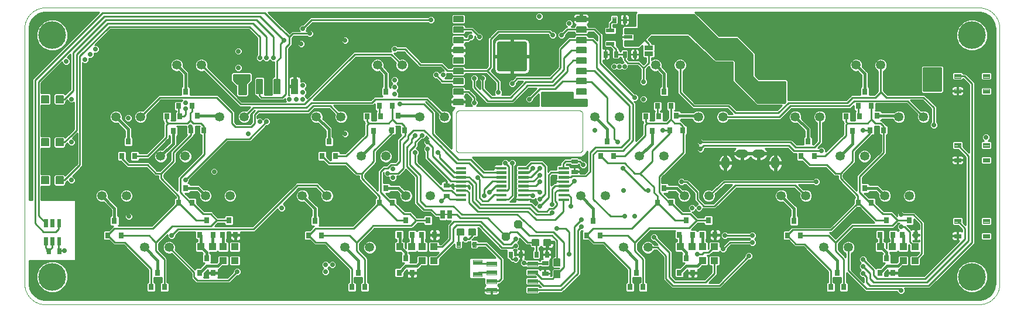
<source format=gtl>
G75*
%MOIN*%
%OFA0B0*%
%FSLAX25Y25*%
%IPPOS*%
%LPD*%
%AMOC8*
5,1,8,0,0,1.08239X$1,22.5*
%
%ADD10C,0.00197*%
%ADD11C,0.11811*%
%ADD12C,0.00210*%
%ADD13C,0.00354*%
%ADD14C,0.05315*%
%ADD15R,0.04331X0.03937*%
%ADD16R,0.03150X0.03543*%
%ADD17C,0.00531*%
%ADD18C,0.02569*%
%ADD19C,0.00390*%
%ADD20C,0.00325*%
%ADD21C,0.00709*%
%ADD22C,0.00413*%
%ADD23C,0.00591*%
%ADD24C,0.00372*%
%ADD25OC8,0.04800*%
%ADD26C,0.00800*%
%ADD27R,0.02500X0.05000*%
%ADD28C,0.00384*%
%ADD29C,0.02499*%
%ADD30C,0.04724*%
%ADD31R,0.04724X0.02165*%
%ADD32R,0.05000X0.02500*%
%ADD33C,0.01000*%
%ADD34OC8,0.02381*%
%ADD35C,0.01600*%
%ADD36OC8,0.02400*%
%ADD37C,0.15811*%
D10*
X0036217Y0015280D02*
X0567713Y0015280D01*
X0567998Y0015283D01*
X0568284Y0015294D01*
X0568569Y0015311D01*
X0568853Y0015335D01*
X0569137Y0015366D01*
X0569420Y0015404D01*
X0569701Y0015449D01*
X0569982Y0015500D01*
X0570262Y0015558D01*
X0570540Y0015623D01*
X0570816Y0015695D01*
X0571090Y0015773D01*
X0571363Y0015858D01*
X0571633Y0015950D01*
X0571901Y0016048D01*
X0572167Y0016152D01*
X0572430Y0016263D01*
X0572690Y0016380D01*
X0572948Y0016503D01*
X0573202Y0016633D01*
X0573453Y0016769D01*
X0573701Y0016910D01*
X0573945Y0017058D01*
X0574186Y0017211D01*
X0574422Y0017371D01*
X0574655Y0017536D01*
X0574884Y0017706D01*
X0575109Y0017882D01*
X0575329Y0018064D01*
X0575545Y0018250D01*
X0575756Y0018442D01*
X0575963Y0018639D01*
X0576165Y0018841D01*
X0576362Y0019048D01*
X0576554Y0019259D01*
X0576740Y0019475D01*
X0576922Y0019695D01*
X0577098Y0019920D01*
X0577268Y0020149D01*
X0577433Y0020382D01*
X0577593Y0020618D01*
X0577746Y0020859D01*
X0577894Y0021103D01*
X0578035Y0021351D01*
X0578171Y0021602D01*
X0578301Y0021856D01*
X0578424Y0022114D01*
X0578541Y0022374D01*
X0578652Y0022637D01*
X0578756Y0022903D01*
X0578854Y0023171D01*
X0578946Y0023441D01*
X0579031Y0023714D01*
X0579109Y0023988D01*
X0579181Y0024264D01*
X0579246Y0024542D01*
X0579304Y0024822D01*
X0579355Y0025103D01*
X0579400Y0025384D01*
X0579438Y0025667D01*
X0579469Y0025951D01*
X0579493Y0026235D01*
X0579510Y0026520D01*
X0579521Y0026806D01*
X0579524Y0027091D01*
X0579524Y0172760D01*
X0579521Y0173045D01*
X0579510Y0173331D01*
X0579493Y0173616D01*
X0579469Y0173900D01*
X0579438Y0174184D01*
X0579400Y0174467D01*
X0579355Y0174748D01*
X0579304Y0175029D01*
X0579246Y0175309D01*
X0579181Y0175587D01*
X0579109Y0175863D01*
X0579031Y0176137D01*
X0578946Y0176410D01*
X0578854Y0176680D01*
X0578756Y0176948D01*
X0578652Y0177214D01*
X0578541Y0177477D01*
X0578424Y0177737D01*
X0578301Y0177995D01*
X0578171Y0178249D01*
X0578035Y0178500D01*
X0577894Y0178748D01*
X0577746Y0178992D01*
X0577593Y0179233D01*
X0577433Y0179469D01*
X0577268Y0179702D01*
X0577098Y0179931D01*
X0576922Y0180156D01*
X0576740Y0180376D01*
X0576554Y0180592D01*
X0576362Y0180803D01*
X0576165Y0181010D01*
X0575963Y0181212D01*
X0575756Y0181409D01*
X0575545Y0181601D01*
X0575329Y0181787D01*
X0575109Y0181969D01*
X0574884Y0182145D01*
X0574655Y0182315D01*
X0574422Y0182480D01*
X0574186Y0182640D01*
X0573945Y0182793D01*
X0573701Y0182941D01*
X0573453Y0183082D01*
X0573202Y0183218D01*
X0572948Y0183348D01*
X0572690Y0183471D01*
X0572430Y0183588D01*
X0572167Y0183699D01*
X0571901Y0183803D01*
X0571633Y0183901D01*
X0571363Y0183993D01*
X0571090Y0184078D01*
X0570816Y0184156D01*
X0570540Y0184228D01*
X0570262Y0184293D01*
X0569982Y0184351D01*
X0569701Y0184402D01*
X0569420Y0184447D01*
X0569137Y0184485D01*
X0568853Y0184516D01*
X0568569Y0184540D01*
X0568284Y0184557D01*
X0567998Y0184568D01*
X0567713Y0184571D01*
X0036217Y0184571D01*
X0035932Y0184568D01*
X0035646Y0184557D01*
X0035361Y0184540D01*
X0035077Y0184516D01*
X0034793Y0184485D01*
X0034510Y0184447D01*
X0034229Y0184402D01*
X0033948Y0184351D01*
X0033668Y0184293D01*
X0033390Y0184228D01*
X0033114Y0184156D01*
X0032840Y0184078D01*
X0032567Y0183993D01*
X0032297Y0183901D01*
X0032029Y0183803D01*
X0031763Y0183699D01*
X0031500Y0183588D01*
X0031240Y0183471D01*
X0030982Y0183348D01*
X0030728Y0183218D01*
X0030477Y0183082D01*
X0030229Y0182941D01*
X0029985Y0182793D01*
X0029744Y0182640D01*
X0029508Y0182480D01*
X0029275Y0182315D01*
X0029046Y0182145D01*
X0028821Y0181969D01*
X0028601Y0181787D01*
X0028385Y0181601D01*
X0028174Y0181409D01*
X0027967Y0181212D01*
X0027765Y0181010D01*
X0027568Y0180803D01*
X0027376Y0180592D01*
X0027190Y0180376D01*
X0027008Y0180156D01*
X0026832Y0179931D01*
X0026662Y0179702D01*
X0026497Y0179469D01*
X0026337Y0179233D01*
X0026184Y0178992D01*
X0026036Y0178748D01*
X0025895Y0178500D01*
X0025759Y0178249D01*
X0025629Y0177995D01*
X0025506Y0177737D01*
X0025389Y0177477D01*
X0025278Y0177214D01*
X0025174Y0176948D01*
X0025076Y0176680D01*
X0024984Y0176410D01*
X0024899Y0176137D01*
X0024821Y0175863D01*
X0024749Y0175587D01*
X0024684Y0175309D01*
X0024626Y0175029D01*
X0024575Y0174748D01*
X0024530Y0174467D01*
X0024492Y0174184D01*
X0024461Y0173900D01*
X0024437Y0173616D01*
X0024420Y0173331D01*
X0024409Y0173045D01*
X0024406Y0172760D01*
X0024406Y0027091D01*
X0024409Y0026806D01*
X0024420Y0026520D01*
X0024437Y0026235D01*
X0024461Y0025951D01*
X0024492Y0025667D01*
X0024530Y0025384D01*
X0024575Y0025103D01*
X0024626Y0024822D01*
X0024684Y0024542D01*
X0024749Y0024264D01*
X0024821Y0023988D01*
X0024899Y0023714D01*
X0024984Y0023441D01*
X0025076Y0023171D01*
X0025174Y0022903D01*
X0025278Y0022637D01*
X0025389Y0022374D01*
X0025506Y0022114D01*
X0025629Y0021856D01*
X0025759Y0021602D01*
X0025895Y0021351D01*
X0026036Y0021103D01*
X0026184Y0020859D01*
X0026337Y0020618D01*
X0026497Y0020382D01*
X0026662Y0020149D01*
X0026832Y0019920D01*
X0027008Y0019695D01*
X0027190Y0019475D01*
X0027376Y0019259D01*
X0027568Y0019048D01*
X0027765Y0018841D01*
X0027967Y0018639D01*
X0028174Y0018442D01*
X0028385Y0018250D01*
X0028601Y0018064D01*
X0028821Y0017882D01*
X0029046Y0017706D01*
X0029275Y0017536D01*
X0029508Y0017371D01*
X0029744Y0017211D01*
X0029985Y0017058D01*
X0030229Y0016910D01*
X0030477Y0016769D01*
X0030728Y0016633D01*
X0030982Y0016503D01*
X0031240Y0016380D01*
X0031500Y0016263D01*
X0031763Y0016152D01*
X0032029Y0016048D01*
X0032297Y0015950D01*
X0032567Y0015858D01*
X0032840Y0015773D01*
X0033114Y0015695D01*
X0033390Y0015623D01*
X0033668Y0015558D01*
X0033948Y0015500D01*
X0034229Y0015449D01*
X0034510Y0015404D01*
X0034793Y0015366D01*
X0035077Y0015335D01*
X0035361Y0015311D01*
X0035646Y0015294D01*
X0035932Y0015283D01*
X0036217Y0015280D01*
X0272044Y0101894D02*
X0340154Y0101894D01*
X0340154Y0101893D02*
X0340240Y0101895D01*
X0340326Y0101900D01*
X0340411Y0101910D01*
X0340496Y0101923D01*
X0340580Y0101940D01*
X0340664Y0101960D01*
X0340746Y0101984D01*
X0340827Y0102012D01*
X0340908Y0102043D01*
X0340986Y0102077D01*
X0341063Y0102115D01*
X0341139Y0102157D01*
X0341212Y0102201D01*
X0341283Y0102249D01*
X0341353Y0102300D01*
X0341420Y0102354D01*
X0341484Y0102410D01*
X0341546Y0102470D01*
X0341606Y0102532D01*
X0341662Y0102596D01*
X0341716Y0102663D01*
X0341767Y0102733D01*
X0341815Y0102804D01*
X0341859Y0102878D01*
X0341901Y0102953D01*
X0341939Y0103030D01*
X0341973Y0103108D01*
X0342004Y0103189D01*
X0342032Y0103270D01*
X0342056Y0103352D01*
X0342076Y0103436D01*
X0342093Y0103520D01*
X0342106Y0103605D01*
X0342116Y0103690D01*
X0342121Y0103776D01*
X0342123Y0103862D01*
X0342123Y0123941D01*
X0342121Y0124027D01*
X0342116Y0124113D01*
X0342106Y0124198D01*
X0342093Y0124283D01*
X0342076Y0124367D01*
X0342056Y0124451D01*
X0342032Y0124533D01*
X0342004Y0124614D01*
X0341973Y0124695D01*
X0341939Y0124773D01*
X0341901Y0124850D01*
X0341859Y0124926D01*
X0341815Y0124999D01*
X0341767Y0125070D01*
X0341716Y0125140D01*
X0341662Y0125207D01*
X0341606Y0125271D01*
X0341546Y0125333D01*
X0341484Y0125393D01*
X0341420Y0125449D01*
X0341353Y0125503D01*
X0341283Y0125554D01*
X0341212Y0125602D01*
X0341139Y0125646D01*
X0341063Y0125688D01*
X0340986Y0125726D01*
X0340908Y0125760D01*
X0340827Y0125791D01*
X0340746Y0125819D01*
X0340664Y0125843D01*
X0340580Y0125863D01*
X0340496Y0125880D01*
X0340411Y0125893D01*
X0340326Y0125903D01*
X0340240Y0125908D01*
X0340154Y0125910D01*
X0340154Y0125909D02*
X0272044Y0125909D01*
X0272044Y0125910D02*
X0271958Y0125908D01*
X0271872Y0125903D01*
X0271787Y0125893D01*
X0271702Y0125880D01*
X0271618Y0125863D01*
X0271534Y0125843D01*
X0271452Y0125819D01*
X0271371Y0125791D01*
X0271290Y0125760D01*
X0271212Y0125726D01*
X0271135Y0125688D01*
X0271060Y0125646D01*
X0270986Y0125602D01*
X0270915Y0125554D01*
X0270845Y0125503D01*
X0270778Y0125449D01*
X0270714Y0125393D01*
X0270652Y0125333D01*
X0270592Y0125271D01*
X0270536Y0125207D01*
X0270482Y0125140D01*
X0270431Y0125070D01*
X0270383Y0124999D01*
X0270339Y0124926D01*
X0270297Y0124850D01*
X0270259Y0124773D01*
X0270225Y0124695D01*
X0270194Y0124614D01*
X0270166Y0124533D01*
X0270142Y0124451D01*
X0270122Y0124367D01*
X0270105Y0124283D01*
X0270092Y0124198D01*
X0270082Y0124113D01*
X0270077Y0124027D01*
X0270075Y0123941D01*
X0270075Y0103862D01*
X0270077Y0103776D01*
X0270082Y0103690D01*
X0270092Y0103605D01*
X0270105Y0103520D01*
X0270122Y0103436D01*
X0270142Y0103352D01*
X0270166Y0103270D01*
X0270194Y0103189D01*
X0270225Y0103108D01*
X0270259Y0103030D01*
X0270297Y0102953D01*
X0270339Y0102878D01*
X0270383Y0102804D01*
X0270431Y0102733D01*
X0270482Y0102663D01*
X0270536Y0102596D01*
X0270592Y0102532D01*
X0270652Y0102470D01*
X0270714Y0102410D01*
X0270778Y0102354D01*
X0270845Y0102300D01*
X0270915Y0102249D01*
X0270986Y0102201D01*
X0271060Y0102157D01*
X0271135Y0102115D01*
X0271212Y0102077D01*
X0271290Y0102043D01*
X0271371Y0102012D01*
X0271452Y0101984D01*
X0271534Y0101960D01*
X0271618Y0101940D01*
X0271702Y0101923D01*
X0271787Y0101910D01*
X0271872Y0101900D01*
X0271958Y0101895D01*
X0272044Y0101893D01*
D11*
X0040154Y0168823D03*
X0040154Y0031028D03*
X0563776Y0031028D03*
X0563776Y0168823D03*
D12*
X0333977Y0092582D02*
X0328387Y0092582D01*
X0328387Y0093772D01*
X0333977Y0093772D01*
X0333977Y0092582D01*
X0333977Y0092781D02*
X0328387Y0092781D01*
X0328387Y0092980D02*
X0333977Y0092980D01*
X0333977Y0093179D02*
X0328387Y0093179D01*
X0328387Y0093378D02*
X0333977Y0093378D01*
X0333977Y0093577D02*
X0328387Y0093577D01*
X0328387Y0089982D02*
X0333977Y0089982D01*
X0328387Y0089982D02*
X0328387Y0091172D01*
X0333977Y0091172D01*
X0333977Y0089982D01*
X0333977Y0090181D02*
X0328387Y0090181D01*
X0328387Y0090380D02*
X0333977Y0090380D01*
X0333977Y0090579D02*
X0328387Y0090579D01*
X0328387Y0090778D02*
X0333977Y0090778D01*
X0333977Y0090977D02*
X0328387Y0090977D01*
X0328387Y0087382D02*
X0333977Y0087382D01*
X0328387Y0087382D02*
X0328387Y0088572D01*
X0333977Y0088572D01*
X0333977Y0087382D01*
X0333977Y0087581D02*
X0328387Y0087581D01*
X0328387Y0087780D02*
X0333977Y0087780D01*
X0333977Y0087979D02*
X0328387Y0087979D01*
X0328387Y0088178D02*
X0333977Y0088178D01*
X0333977Y0088377D02*
X0328387Y0088377D01*
X0328387Y0084882D02*
X0333977Y0084882D01*
X0328387Y0084882D02*
X0328387Y0086072D01*
X0333977Y0086072D01*
X0333977Y0084882D01*
X0333977Y0085081D02*
X0328387Y0085081D01*
X0328387Y0085280D02*
X0333977Y0085280D01*
X0333977Y0085479D02*
X0328387Y0085479D01*
X0328387Y0085678D02*
X0333977Y0085678D01*
X0333977Y0085877D02*
X0328387Y0085877D01*
X0328387Y0082282D02*
X0333977Y0082282D01*
X0328387Y0082282D02*
X0328387Y0083472D01*
X0333977Y0083472D01*
X0333977Y0082282D01*
X0333977Y0082481D02*
X0328387Y0082481D01*
X0328387Y0082680D02*
X0333977Y0082680D01*
X0333977Y0082879D02*
X0328387Y0082879D01*
X0328387Y0083078D02*
X0333977Y0083078D01*
X0333977Y0083277D02*
X0328387Y0083277D01*
X0328387Y0079782D02*
X0333977Y0079782D01*
X0328387Y0079782D02*
X0328387Y0080972D01*
X0333977Y0080972D01*
X0333977Y0079782D01*
X0333977Y0079981D02*
X0328387Y0079981D01*
X0328387Y0080180D02*
X0333977Y0080180D01*
X0333977Y0080379D02*
X0328387Y0080379D01*
X0328387Y0080578D02*
X0333977Y0080578D01*
X0333977Y0080777D02*
X0328387Y0080777D01*
X0328387Y0077182D02*
X0333977Y0077182D01*
X0328387Y0077182D02*
X0328387Y0078372D01*
X0333977Y0078372D01*
X0333977Y0077182D01*
X0333977Y0077381D02*
X0328387Y0077381D01*
X0328387Y0077580D02*
X0333977Y0077580D01*
X0333977Y0077779D02*
X0328387Y0077779D01*
X0328387Y0077978D02*
X0333977Y0077978D01*
X0333977Y0078177D02*
X0328387Y0078177D01*
X0328387Y0074582D02*
X0333977Y0074582D01*
X0328387Y0074582D02*
X0328387Y0075772D01*
X0333977Y0075772D01*
X0333977Y0074582D01*
X0333977Y0074781D02*
X0328387Y0074781D01*
X0328387Y0074980D02*
X0333977Y0074980D01*
X0333977Y0075179D02*
X0328387Y0075179D01*
X0328387Y0075378D02*
X0333977Y0075378D01*
X0333977Y0075577D02*
X0328387Y0075577D01*
X0310977Y0074582D02*
X0305387Y0074582D01*
X0305387Y0075772D01*
X0310977Y0075772D01*
X0310977Y0074582D01*
X0310977Y0074781D02*
X0305387Y0074781D01*
X0305387Y0074980D02*
X0310977Y0074980D01*
X0310977Y0075179D02*
X0305387Y0075179D01*
X0305387Y0075378D02*
X0310977Y0075378D01*
X0310977Y0075577D02*
X0305387Y0075577D01*
X0305387Y0077182D02*
X0310977Y0077182D01*
X0305387Y0077182D02*
X0305387Y0078372D01*
X0310977Y0078372D01*
X0310977Y0077182D01*
X0310977Y0077381D02*
X0305387Y0077381D01*
X0305387Y0077580D02*
X0310977Y0077580D01*
X0310977Y0077779D02*
X0305387Y0077779D01*
X0305387Y0077978D02*
X0310977Y0077978D01*
X0310977Y0078177D02*
X0305387Y0078177D01*
X0305387Y0079782D02*
X0310977Y0079782D01*
X0305387Y0079782D02*
X0305387Y0080972D01*
X0310977Y0080972D01*
X0310977Y0079782D01*
X0310977Y0079981D02*
X0305387Y0079981D01*
X0305387Y0080180D02*
X0310977Y0080180D01*
X0310977Y0080379D02*
X0305387Y0080379D01*
X0305387Y0080578D02*
X0310977Y0080578D01*
X0310977Y0080777D02*
X0305387Y0080777D01*
X0305387Y0082282D02*
X0310977Y0082282D01*
X0305387Y0082282D02*
X0305387Y0083472D01*
X0310977Y0083472D01*
X0310977Y0082282D01*
X0310977Y0082481D02*
X0305387Y0082481D01*
X0305387Y0082680D02*
X0310977Y0082680D01*
X0310977Y0082879D02*
X0305387Y0082879D01*
X0305387Y0083078D02*
X0310977Y0083078D01*
X0310977Y0083277D02*
X0305387Y0083277D01*
X0305387Y0084882D02*
X0310977Y0084882D01*
X0305387Y0084882D02*
X0305387Y0086072D01*
X0310977Y0086072D01*
X0310977Y0084882D01*
X0310977Y0085081D02*
X0305387Y0085081D01*
X0305387Y0085280D02*
X0310977Y0085280D01*
X0310977Y0085479D02*
X0305387Y0085479D01*
X0305387Y0085678D02*
X0310977Y0085678D01*
X0310977Y0085877D02*
X0305387Y0085877D01*
X0305387Y0087382D02*
X0310977Y0087382D01*
X0305387Y0087382D02*
X0305387Y0088572D01*
X0310977Y0088572D01*
X0310977Y0087382D01*
X0310977Y0087581D02*
X0305387Y0087581D01*
X0305387Y0087780D02*
X0310977Y0087780D01*
X0310977Y0087979D02*
X0305387Y0087979D01*
X0305387Y0088178D02*
X0310977Y0088178D01*
X0310977Y0088377D02*
X0305387Y0088377D01*
X0305387Y0089982D02*
X0310977Y0089982D01*
X0305387Y0089982D02*
X0305387Y0091172D01*
X0310977Y0091172D01*
X0310977Y0089982D01*
X0310977Y0090181D02*
X0305387Y0090181D01*
X0305387Y0090380D02*
X0310977Y0090380D01*
X0310977Y0090579D02*
X0305387Y0090579D01*
X0305387Y0090778D02*
X0310977Y0090778D01*
X0310977Y0090977D02*
X0305387Y0090977D01*
X0305387Y0092582D02*
X0310977Y0092582D01*
X0305387Y0092582D02*
X0305387Y0093772D01*
X0310977Y0093772D01*
X0310977Y0092582D01*
X0310977Y0092781D02*
X0305387Y0092781D01*
X0305387Y0092980D02*
X0310977Y0092980D01*
X0310977Y0093179D02*
X0305387Y0093179D01*
X0305387Y0093378D02*
X0310977Y0093378D01*
X0310977Y0093577D02*
X0305387Y0093577D01*
X0298544Y0093772D02*
X0292954Y0093772D01*
X0298544Y0093772D02*
X0298544Y0092582D01*
X0292954Y0092582D01*
X0292954Y0093772D01*
X0292954Y0092781D02*
X0298544Y0092781D01*
X0298544Y0092980D02*
X0292954Y0092980D01*
X0292954Y0093179D02*
X0298544Y0093179D01*
X0298544Y0093378D02*
X0292954Y0093378D01*
X0292954Y0093577D02*
X0298544Y0093577D01*
X0298544Y0091172D02*
X0292954Y0091172D01*
X0298544Y0091172D02*
X0298544Y0089982D01*
X0292954Y0089982D01*
X0292954Y0091172D01*
X0292954Y0090181D02*
X0298544Y0090181D01*
X0298544Y0090380D02*
X0292954Y0090380D01*
X0292954Y0090579D02*
X0298544Y0090579D01*
X0298544Y0090778D02*
X0292954Y0090778D01*
X0292954Y0090977D02*
X0298544Y0090977D01*
X0298544Y0088572D02*
X0292954Y0088572D01*
X0298544Y0088572D02*
X0298544Y0087382D01*
X0292954Y0087382D01*
X0292954Y0088572D01*
X0292954Y0087581D02*
X0298544Y0087581D01*
X0298544Y0087780D02*
X0292954Y0087780D01*
X0292954Y0087979D02*
X0298544Y0087979D01*
X0298544Y0088178D02*
X0292954Y0088178D01*
X0292954Y0088377D02*
X0298544Y0088377D01*
X0298544Y0086072D02*
X0292954Y0086072D01*
X0298544Y0086072D02*
X0298544Y0084882D01*
X0292954Y0084882D01*
X0292954Y0086072D01*
X0292954Y0085081D02*
X0298544Y0085081D01*
X0298544Y0085280D02*
X0292954Y0085280D01*
X0292954Y0085479D02*
X0298544Y0085479D01*
X0298544Y0085678D02*
X0292954Y0085678D01*
X0292954Y0085877D02*
X0298544Y0085877D01*
X0298544Y0083472D02*
X0292954Y0083472D01*
X0298544Y0083472D02*
X0298544Y0082282D01*
X0292954Y0082282D01*
X0292954Y0083472D01*
X0292954Y0082481D02*
X0298544Y0082481D01*
X0298544Y0082680D02*
X0292954Y0082680D01*
X0292954Y0082879D02*
X0298544Y0082879D01*
X0298544Y0083078D02*
X0292954Y0083078D01*
X0292954Y0083277D02*
X0298544Y0083277D01*
X0298544Y0080972D02*
X0292954Y0080972D01*
X0298544Y0080972D02*
X0298544Y0079782D01*
X0292954Y0079782D01*
X0292954Y0080972D01*
X0292954Y0079981D02*
X0298544Y0079981D01*
X0298544Y0080180D02*
X0292954Y0080180D01*
X0292954Y0080379D02*
X0298544Y0080379D01*
X0298544Y0080578D02*
X0292954Y0080578D01*
X0292954Y0080777D02*
X0298544Y0080777D01*
X0298544Y0078372D02*
X0292954Y0078372D01*
X0298544Y0078372D02*
X0298544Y0077182D01*
X0292954Y0077182D01*
X0292954Y0078372D01*
X0292954Y0077381D02*
X0298544Y0077381D01*
X0298544Y0077580D02*
X0292954Y0077580D01*
X0292954Y0077779D02*
X0298544Y0077779D01*
X0298544Y0077978D02*
X0292954Y0077978D01*
X0292954Y0078177D02*
X0298544Y0078177D01*
X0298544Y0075772D02*
X0292954Y0075772D01*
X0298544Y0075772D02*
X0298544Y0074582D01*
X0292954Y0074582D01*
X0292954Y0075772D01*
X0292954Y0074781D02*
X0298544Y0074781D01*
X0298544Y0074980D02*
X0292954Y0074980D01*
X0292954Y0075179D02*
X0298544Y0075179D01*
X0298544Y0075378D02*
X0292954Y0075378D01*
X0292954Y0075577D02*
X0298544Y0075577D01*
X0275544Y0075772D02*
X0269954Y0075772D01*
X0275544Y0075772D02*
X0275544Y0074582D01*
X0269954Y0074582D01*
X0269954Y0075772D01*
X0269954Y0074781D02*
X0275544Y0074781D01*
X0275544Y0074980D02*
X0269954Y0074980D01*
X0269954Y0075179D02*
X0275544Y0075179D01*
X0275544Y0075378D02*
X0269954Y0075378D01*
X0269954Y0075577D02*
X0275544Y0075577D01*
X0275544Y0078372D02*
X0269954Y0078372D01*
X0275544Y0078372D02*
X0275544Y0077182D01*
X0269954Y0077182D01*
X0269954Y0078372D01*
X0269954Y0077381D02*
X0275544Y0077381D01*
X0275544Y0077580D02*
X0269954Y0077580D01*
X0269954Y0077779D02*
X0275544Y0077779D01*
X0275544Y0077978D02*
X0269954Y0077978D01*
X0269954Y0078177D02*
X0275544Y0078177D01*
X0275544Y0080972D02*
X0269954Y0080972D01*
X0275544Y0080972D02*
X0275544Y0079782D01*
X0269954Y0079782D01*
X0269954Y0080972D01*
X0269954Y0079981D02*
X0275544Y0079981D01*
X0275544Y0080180D02*
X0269954Y0080180D01*
X0269954Y0080379D02*
X0275544Y0080379D01*
X0275544Y0080578D02*
X0269954Y0080578D01*
X0269954Y0080777D02*
X0275544Y0080777D01*
X0275544Y0083472D02*
X0269954Y0083472D01*
X0275544Y0083472D02*
X0275544Y0082282D01*
X0269954Y0082282D01*
X0269954Y0083472D01*
X0269954Y0082481D02*
X0275544Y0082481D01*
X0275544Y0082680D02*
X0269954Y0082680D01*
X0269954Y0082879D02*
X0275544Y0082879D01*
X0275544Y0083078D02*
X0269954Y0083078D01*
X0269954Y0083277D02*
X0275544Y0083277D01*
X0275544Y0086072D02*
X0269954Y0086072D01*
X0275544Y0086072D02*
X0275544Y0084882D01*
X0269954Y0084882D01*
X0269954Y0086072D01*
X0269954Y0085081D02*
X0275544Y0085081D01*
X0275544Y0085280D02*
X0269954Y0085280D01*
X0269954Y0085479D02*
X0275544Y0085479D01*
X0275544Y0085678D02*
X0269954Y0085678D01*
X0269954Y0085877D02*
X0275544Y0085877D01*
X0275544Y0088572D02*
X0269954Y0088572D01*
X0275544Y0088572D02*
X0275544Y0087382D01*
X0269954Y0087382D01*
X0269954Y0088572D01*
X0269954Y0087581D02*
X0275544Y0087581D01*
X0275544Y0087780D02*
X0269954Y0087780D01*
X0269954Y0087979D02*
X0275544Y0087979D01*
X0275544Y0088178D02*
X0269954Y0088178D01*
X0269954Y0088377D02*
X0275544Y0088377D01*
X0275544Y0091172D02*
X0269954Y0091172D01*
X0275544Y0091172D02*
X0275544Y0089982D01*
X0269954Y0089982D01*
X0269954Y0091172D01*
X0269954Y0090181D02*
X0275544Y0090181D01*
X0275544Y0090380D02*
X0269954Y0090380D01*
X0269954Y0090579D02*
X0275544Y0090579D01*
X0275544Y0090778D02*
X0269954Y0090778D01*
X0269954Y0090977D02*
X0275544Y0090977D01*
X0275544Y0093772D02*
X0269954Y0093772D01*
X0275544Y0093772D02*
X0275544Y0092582D01*
X0269954Y0092582D01*
X0269954Y0093772D01*
X0269954Y0092781D02*
X0275544Y0092781D01*
X0275544Y0092980D02*
X0269954Y0092980D01*
X0269954Y0093179D02*
X0275544Y0093179D01*
X0275544Y0093378D02*
X0269954Y0093378D01*
X0269954Y0093577D02*
X0275544Y0093577D01*
D13*
X0266158Y0084197D02*
X0266158Y0082189D01*
X0262970Y0082189D01*
X0262970Y0084197D01*
X0266158Y0084197D01*
X0266158Y0082525D02*
X0262970Y0082525D01*
X0262970Y0082861D02*
X0266158Y0082861D01*
X0266158Y0083197D02*
X0262970Y0083197D01*
X0262970Y0083533D02*
X0266158Y0083533D01*
X0266158Y0083869D02*
X0262970Y0083869D01*
X0266158Y0078291D02*
X0266158Y0076283D01*
X0262970Y0076283D01*
X0262970Y0078291D01*
X0266158Y0078291D01*
X0266158Y0076619D02*
X0262970Y0076619D01*
X0262970Y0076955D02*
X0266158Y0076955D01*
X0266158Y0077291D02*
X0262970Y0077291D01*
X0262970Y0077627D02*
X0266158Y0077627D01*
X0266158Y0077963D02*
X0262970Y0077963D01*
X0335804Y0090063D02*
X0335804Y0092071D01*
X0338992Y0092071D01*
X0338992Y0090063D01*
X0335804Y0090063D01*
X0335804Y0090399D02*
X0338992Y0090399D01*
X0338992Y0090735D02*
X0335804Y0090735D01*
X0335804Y0091071D02*
X0338992Y0091071D01*
X0338992Y0091407D02*
X0335804Y0091407D01*
X0335804Y0091743D02*
X0338992Y0091743D01*
X0335804Y0095968D02*
X0335804Y0097976D01*
X0338992Y0097976D01*
X0338992Y0095968D01*
X0335804Y0095968D01*
X0335804Y0096304D02*
X0338992Y0096304D01*
X0338992Y0096640D02*
X0335804Y0096640D01*
X0335804Y0096976D02*
X0338992Y0096976D01*
X0338992Y0097312D02*
X0335804Y0097312D01*
X0335804Y0097648D02*
X0338992Y0097648D01*
X0322654Y0042229D02*
X0320646Y0042229D01*
X0320646Y0045417D01*
X0322654Y0045417D01*
X0322654Y0042229D01*
X0322654Y0042565D02*
X0320646Y0042565D01*
X0320646Y0042901D02*
X0322654Y0042901D01*
X0322654Y0043237D02*
X0320646Y0043237D01*
X0320646Y0043573D02*
X0322654Y0043573D01*
X0322654Y0043909D02*
X0320646Y0043909D01*
X0320646Y0044245D02*
X0322654Y0044245D01*
X0322654Y0044581D02*
X0320646Y0044581D01*
X0320646Y0044917D02*
X0322654Y0044917D01*
X0322654Y0045253D02*
X0320646Y0045253D01*
X0316749Y0042229D02*
X0314741Y0042229D01*
X0314741Y0045417D01*
X0316749Y0045417D01*
X0316749Y0042229D01*
X0316749Y0042565D02*
X0314741Y0042565D01*
X0314741Y0042901D02*
X0316749Y0042901D01*
X0316749Y0043237D02*
X0314741Y0043237D01*
X0314741Y0043573D02*
X0316749Y0043573D01*
X0316749Y0043909D02*
X0314741Y0043909D01*
X0314741Y0044245D02*
X0316749Y0044245D01*
X0316749Y0044581D02*
X0314741Y0044581D01*
X0314741Y0044917D02*
X0316749Y0044917D01*
X0316749Y0045253D02*
X0314741Y0045253D01*
X0307890Y0042229D02*
X0305882Y0042229D01*
X0305882Y0045417D01*
X0307890Y0045417D01*
X0307890Y0042229D01*
X0307890Y0042565D02*
X0305882Y0042565D01*
X0305882Y0042901D02*
X0307890Y0042901D01*
X0307890Y0043237D02*
X0305882Y0043237D01*
X0305882Y0043573D02*
X0307890Y0043573D01*
X0307890Y0043909D02*
X0305882Y0043909D01*
X0305882Y0044245D02*
X0307890Y0044245D01*
X0307890Y0044581D02*
X0305882Y0044581D01*
X0305882Y0044917D02*
X0307890Y0044917D01*
X0307890Y0045253D02*
X0305882Y0045253D01*
X0301985Y0042229D02*
X0299977Y0042229D01*
X0299977Y0045417D01*
X0301985Y0045417D01*
X0301985Y0042229D01*
X0301985Y0042565D02*
X0299977Y0042565D01*
X0299977Y0042901D02*
X0301985Y0042901D01*
X0301985Y0043237D02*
X0299977Y0043237D01*
X0299977Y0043573D02*
X0301985Y0043573D01*
X0301985Y0043909D02*
X0299977Y0043909D01*
X0299977Y0044245D02*
X0301985Y0044245D01*
X0301985Y0044581D02*
X0299977Y0044581D01*
X0299977Y0044917D02*
X0301985Y0044917D01*
X0301985Y0045253D02*
X0299977Y0045253D01*
X0319072Y0039906D02*
X0319072Y0037898D01*
X0319072Y0039906D02*
X0322260Y0039906D01*
X0322260Y0037898D01*
X0319072Y0037898D01*
X0319072Y0038234D02*
X0322260Y0038234D01*
X0322260Y0038570D02*
X0319072Y0038570D01*
X0319072Y0038906D02*
X0322260Y0038906D01*
X0322260Y0039242D02*
X0319072Y0039242D01*
X0319072Y0039578D02*
X0322260Y0039578D01*
X0319072Y0034000D02*
X0319072Y0031992D01*
X0319072Y0034000D02*
X0322260Y0034000D01*
X0322260Y0031992D01*
X0319072Y0031992D01*
X0319072Y0032328D02*
X0322260Y0032328D01*
X0322260Y0032664D02*
X0319072Y0032664D01*
X0319072Y0033000D02*
X0322260Y0033000D01*
X0322260Y0033336D02*
X0319072Y0033336D01*
X0319072Y0033672D02*
X0322260Y0033672D01*
X0045095Y0047385D02*
X0043087Y0047385D01*
X0045095Y0047385D02*
X0045095Y0044197D01*
X0043087Y0044197D01*
X0043087Y0047385D01*
X0043087Y0044533D02*
X0045095Y0044533D01*
X0045095Y0044869D02*
X0043087Y0044869D01*
X0043087Y0045205D02*
X0045095Y0045205D01*
X0045095Y0045541D02*
X0043087Y0045541D01*
X0043087Y0045877D02*
X0045095Y0045877D01*
X0045095Y0046213D02*
X0043087Y0046213D01*
X0043087Y0046549D02*
X0045095Y0046549D01*
X0045095Y0046885D02*
X0043087Y0046885D01*
X0043087Y0047221D02*
X0045095Y0047221D01*
X0039190Y0047385D02*
X0037182Y0047385D01*
X0039190Y0047385D02*
X0039190Y0044197D01*
X0037182Y0044197D01*
X0037182Y0047385D01*
X0037182Y0044533D02*
X0039190Y0044533D01*
X0039190Y0044869D02*
X0037182Y0044869D01*
X0037182Y0045205D02*
X0039190Y0045205D01*
X0039190Y0045541D02*
X0037182Y0045541D01*
X0037182Y0045877D02*
X0039190Y0045877D01*
X0039190Y0046213D02*
X0037182Y0046213D01*
X0037182Y0046549D02*
X0039190Y0046549D01*
X0039190Y0046885D02*
X0037182Y0046885D01*
X0037182Y0047221D02*
X0039190Y0047221D01*
X0354111Y0159590D02*
X0356119Y0159590D01*
X0356119Y0156402D01*
X0354111Y0156402D01*
X0354111Y0159590D01*
X0354111Y0156738D02*
X0356119Y0156738D01*
X0356119Y0157074D02*
X0354111Y0157074D01*
X0354111Y0157410D02*
X0356119Y0157410D01*
X0356119Y0157746D02*
X0354111Y0157746D01*
X0354111Y0158082D02*
X0356119Y0158082D01*
X0356119Y0158418D02*
X0354111Y0158418D01*
X0354111Y0158754D02*
X0356119Y0158754D01*
X0356119Y0159090D02*
X0354111Y0159090D01*
X0354111Y0159426D02*
X0356119Y0159426D01*
X0360016Y0159590D02*
X0362024Y0159590D01*
X0362024Y0156402D01*
X0360016Y0156402D01*
X0360016Y0159590D01*
X0360016Y0156738D02*
X0362024Y0156738D01*
X0362024Y0157074D02*
X0360016Y0157074D01*
X0360016Y0157410D02*
X0362024Y0157410D01*
X0362024Y0157746D02*
X0360016Y0157746D01*
X0360016Y0158082D02*
X0362024Y0158082D01*
X0362024Y0158418D02*
X0360016Y0158418D01*
X0360016Y0158754D02*
X0362024Y0158754D01*
X0362024Y0159090D02*
X0360016Y0159090D01*
X0360016Y0159426D02*
X0362024Y0159426D01*
X0364938Y0156402D02*
X0366946Y0156402D01*
X0364938Y0156402D02*
X0364938Y0159590D01*
X0366946Y0159590D01*
X0366946Y0156402D01*
X0366946Y0156738D02*
X0364938Y0156738D01*
X0364938Y0157074D02*
X0366946Y0157074D01*
X0366946Y0157410D02*
X0364938Y0157410D01*
X0364938Y0157746D02*
X0366946Y0157746D01*
X0366946Y0158082D02*
X0364938Y0158082D01*
X0364938Y0158418D02*
X0366946Y0158418D01*
X0366946Y0158754D02*
X0364938Y0158754D01*
X0364938Y0159090D02*
X0366946Y0159090D01*
X0366946Y0159426D02*
X0364938Y0159426D01*
X0370843Y0156402D02*
X0372851Y0156402D01*
X0370843Y0156402D02*
X0370843Y0159590D01*
X0372851Y0159590D01*
X0372851Y0156402D01*
X0372851Y0156738D02*
X0370843Y0156738D01*
X0370843Y0157074D02*
X0372851Y0157074D01*
X0372851Y0157410D02*
X0370843Y0157410D01*
X0370843Y0157746D02*
X0372851Y0157746D01*
X0372851Y0158082D02*
X0370843Y0158082D01*
X0370843Y0158418D02*
X0372851Y0158418D01*
X0372851Y0158754D02*
X0370843Y0158754D01*
X0370843Y0159090D02*
X0372851Y0159090D01*
X0372851Y0159426D02*
X0370843Y0159426D01*
X0366946Y0176087D02*
X0364938Y0176087D01*
X0364938Y0179275D01*
X0366946Y0179275D01*
X0366946Y0176087D01*
X0366946Y0176423D02*
X0364938Y0176423D01*
X0364938Y0176759D02*
X0366946Y0176759D01*
X0366946Y0177095D02*
X0364938Y0177095D01*
X0364938Y0177431D02*
X0366946Y0177431D01*
X0366946Y0177767D02*
X0364938Y0177767D01*
X0364938Y0178103D02*
X0366946Y0178103D01*
X0366946Y0178439D02*
X0364938Y0178439D01*
X0364938Y0178775D02*
X0366946Y0178775D01*
X0366946Y0179111D02*
X0364938Y0179111D01*
X0361040Y0176087D02*
X0359032Y0176087D01*
X0359032Y0179275D01*
X0361040Y0179275D01*
X0361040Y0176087D01*
X0361040Y0176423D02*
X0359032Y0176423D01*
X0359032Y0176759D02*
X0361040Y0176759D01*
X0361040Y0177095D02*
X0359032Y0177095D01*
X0359032Y0177431D02*
X0361040Y0177431D01*
X0361040Y0177767D02*
X0359032Y0177767D01*
X0359032Y0178103D02*
X0361040Y0178103D01*
X0361040Y0178439D02*
X0359032Y0178439D01*
X0359032Y0178775D02*
X0361040Y0178775D01*
X0361040Y0179111D02*
X0359032Y0179111D01*
D14*
X0383656Y0151780D03*
X0397656Y0151780D03*
X0407956Y0122280D03*
X0421956Y0122280D03*
X0463129Y0122280D03*
X0477129Y0122280D03*
X0522129Y0122280D03*
X0536129Y0122280D03*
X0502629Y0099780D03*
X0488629Y0099780D03*
X0469129Y0077280D03*
X0455129Y0077280D03*
X0413956Y0077280D03*
X0399956Y0077280D03*
X0354956Y0077280D03*
X0340956Y0077280D03*
X0374456Y0099780D03*
X0388456Y0099780D03*
X0362956Y0122280D03*
X0348956Y0122280D03*
X0263570Y0122280D03*
X0249570Y0122280D03*
X0204570Y0122280D03*
X0190570Y0122280D03*
X0149397Y0122280D03*
X0135397Y0122280D03*
X0090397Y0122280D03*
X0076397Y0122280D03*
X0101897Y0099780D03*
X0115897Y0099780D03*
X0127397Y0077280D03*
X0141397Y0077280D03*
X0182570Y0077280D03*
X0196570Y0077280D03*
X0241570Y0077280D03*
X0255570Y0077280D03*
X0230070Y0099780D03*
X0216070Y0099780D03*
X0082397Y0077280D03*
X0068397Y0077280D03*
X0092697Y0047780D03*
X0106697Y0047780D03*
X0206870Y0047780D03*
X0220870Y0047780D03*
X0365256Y0047780D03*
X0379256Y0047780D03*
X0479429Y0047780D03*
X0493429Y0047780D03*
X0514129Y0077280D03*
X0528129Y0077280D03*
X0511829Y0151780D03*
X0497829Y0151780D03*
X0239270Y0151780D03*
X0225270Y0151780D03*
X0125097Y0151780D03*
X0111097Y0151780D03*
D15*
X0124603Y0048154D03*
X0131296Y0048154D03*
X0137398Y0048154D03*
X0144091Y0048154D03*
X0144091Y0040280D03*
X0137398Y0040280D03*
X0237989Y0048154D03*
X0244682Y0048154D03*
X0250784Y0048154D03*
X0257477Y0048154D03*
X0257477Y0040280D03*
X0250784Y0040280D03*
X0397635Y0048154D03*
X0404327Y0048154D03*
X0410430Y0048154D03*
X0417123Y0048154D03*
X0417123Y0040280D03*
X0410430Y0040280D03*
X0511808Y0048154D03*
X0518501Y0048154D03*
X0524603Y0048154D03*
X0531296Y0048154D03*
X0531296Y0040280D03*
X0524603Y0040280D03*
D16*
X0515154Y0041657D03*
X0511414Y0033390D03*
X0518894Y0033390D03*
X0490745Y0025122D03*
X0483264Y0025122D03*
X0487005Y0033390D03*
X0466138Y0054650D03*
X0458658Y0054650D03*
X0462398Y0062917D03*
X0499012Y0073350D03*
X0506493Y0073350D03*
X0502753Y0081618D03*
X0474012Y0099925D03*
X0466532Y0099925D03*
X0470272Y0108193D03*
X0495863Y0114295D03*
X0505902Y0114689D03*
X0513383Y0114689D03*
X0509642Y0122957D03*
X0499603Y0122563D03*
X0492123Y0122563D03*
X0499012Y0128469D03*
X0506493Y0128469D03*
X0502753Y0136736D03*
X0399209Y0114689D03*
X0391729Y0114689D03*
X0381690Y0114295D03*
X0385430Y0122563D03*
X0377949Y0122563D03*
X0384839Y0128469D03*
X0392320Y0128469D03*
X0395469Y0122957D03*
X0388579Y0136736D03*
X0356099Y0108193D03*
X0352359Y0099925D03*
X0359839Y0099925D03*
X0388579Y0081618D03*
X0384839Y0073350D03*
X0392320Y0073350D03*
X0400981Y0063311D03*
X0413776Y0063311D03*
X0410036Y0055043D03*
X0404721Y0055043D03*
X0397241Y0055043D03*
X0417516Y0055043D03*
X0400981Y0041657D03*
X0404721Y0033390D03*
X0397241Y0033390D03*
X0376572Y0025122D03*
X0369091Y0025122D03*
X0372831Y0033390D03*
X0351965Y0054650D03*
X0344485Y0054650D03*
X0348225Y0062917D03*
X0257871Y0055043D03*
X0250390Y0055043D03*
X0245075Y0055043D03*
X0237595Y0055043D03*
X0241335Y0063311D03*
X0254131Y0063311D03*
X0233855Y0073350D03*
X0226375Y0073350D03*
X0230115Y0081618D03*
X0201375Y0099925D03*
X0193894Y0099925D03*
X0197635Y0108193D03*
X0223225Y0114295D03*
X0233264Y0114689D03*
X0240745Y0114689D03*
X0237005Y0122957D03*
X0226965Y0122563D03*
X0219485Y0122563D03*
X0226375Y0128469D03*
X0233855Y0128469D03*
X0230115Y0136736D03*
X0126572Y0114689D03*
X0119091Y0114689D03*
X0109052Y0114295D03*
X0112792Y0122563D03*
X0105312Y0122563D03*
X0112201Y0128469D03*
X0119682Y0128469D03*
X0122831Y0122957D03*
X0115942Y0136736D03*
X0083461Y0108193D03*
X0079721Y0099925D03*
X0087201Y0099925D03*
X0115942Y0081618D03*
X0119682Y0073350D03*
X0112201Y0073350D03*
X0127949Y0063311D03*
X0140745Y0063311D03*
X0144485Y0055043D03*
X0137005Y0055043D03*
X0131690Y0055043D03*
X0124209Y0055043D03*
X0127949Y0041657D03*
X0124209Y0033390D03*
X0131690Y0033390D03*
X0103934Y0025122D03*
X0096453Y0025122D03*
X0100194Y0033390D03*
X0079327Y0054650D03*
X0071847Y0054650D03*
X0075587Y0062917D03*
X0186020Y0054650D03*
X0193501Y0054650D03*
X0189760Y0062917D03*
X0241335Y0041657D03*
X0237595Y0033390D03*
X0245075Y0033390D03*
X0218107Y0025122D03*
X0210627Y0025122D03*
X0214367Y0033390D03*
X0511414Y0055043D03*
X0518894Y0055043D03*
X0524209Y0055043D03*
X0531690Y0055043D03*
X0527949Y0063311D03*
X0515154Y0063311D03*
D17*
X0343964Y0132337D02*
X0338648Y0132337D01*
X0343964Y0132337D02*
X0343964Y0129325D01*
X0338648Y0129325D01*
X0338648Y0132337D01*
X0338648Y0129829D02*
X0343964Y0129829D01*
X0343964Y0130333D02*
X0338648Y0130333D01*
X0338648Y0130837D02*
X0343964Y0130837D01*
X0343964Y0131341D02*
X0338648Y0131341D01*
X0338648Y0131845D02*
X0343964Y0131845D01*
X0343964Y0138242D02*
X0338648Y0138242D01*
X0343964Y0138242D02*
X0343964Y0135230D01*
X0338648Y0135230D01*
X0338648Y0138242D01*
X0338648Y0135734D02*
X0343964Y0135734D01*
X0343964Y0136238D02*
X0338648Y0136238D01*
X0338648Y0136742D02*
X0343964Y0136742D01*
X0343964Y0137246D02*
X0338648Y0137246D01*
X0338648Y0137750D02*
X0343964Y0137750D01*
X0343964Y0144148D02*
X0338648Y0144148D01*
X0343964Y0144148D02*
X0343964Y0141136D01*
X0338648Y0141136D01*
X0338648Y0144148D01*
X0338648Y0141640D02*
X0343964Y0141640D01*
X0343964Y0142144D02*
X0338648Y0142144D01*
X0338648Y0142648D02*
X0343964Y0142648D01*
X0343964Y0143152D02*
X0338648Y0143152D01*
X0338648Y0143656D02*
X0343964Y0143656D01*
X0343964Y0150053D02*
X0338648Y0150053D01*
X0343964Y0150053D02*
X0343964Y0147041D01*
X0338648Y0147041D01*
X0338648Y0150053D01*
X0338648Y0147545D02*
X0343964Y0147545D01*
X0343964Y0148049D02*
X0338648Y0148049D01*
X0338648Y0148553D02*
X0343964Y0148553D01*
X0343964Y0149057D02*
X0338648Y0149057D01*
X0338648Y0149561D02*
X0343964Y0149561D01*
X0343964Y0155959D02*
X0338648Y0155959D01*
X0343964Y0155959D02*
X0343964Y0152947D01*
X0338648Y0152947D01*
X0338648Y0155959D01*
X0338648Y0153451D02*
X0343964Y0153451D01*
X0343964Y0153955D02*
X0338648Y0153955D01*
X0338648Y0154459D02*
X0343964Y0154459D01*
X0343964Y0154963D02*
X0338648Y0154963D01*
X0338648Y0155467D02*
X0343964Y0155467D01*
X0343964Y0161864D02*
X0338648Y0161864D01*
X0343964Y0161864D02*
X0343964Y0158852D01*
X0338648Y0158852D01*
X0338648Y0161864D01*
X0338648Y0159356D02*
X0343964Y0159356D01*
X0343964Y0159860D02*
X0338648Y0159860D01*
X0338648Y0160364D02*
X0343964Y0160364D01*
X0343964Y0160868D02*
X0338648Y0160868D01*
X0338648Y0161372D02*
X0343964Y0161372D01*
X0343964Y0167770D02*
X0338648Y0167770D01*
X0343964Y0167770D02*
X0343964Y0164758D01*
X0338648Y0164758D01*
X0338648Y0167770D01*
X0338648Y0165262D02*
X0343964Y0165262D01*
X0343964Y0165766D02*
X0338648Y0165766D01*
X0338648Y0166270D02*
X0343964Y0166270D01*
X0343964Y0166774D02*
X0338648Y0166774D01*
X0338648Y0167278D02*
X0343964Y0167278D01*
X0343964Y0173675D02*
X0338648Y0173675D01*
X0343964Y0173675D02*
X0343964Y0170663D01*
X0338648Y0170663D01*
X0338648Y0173675D01*
X0338648Y0171167D02*
X0343964Y0171167D01*
X0343964Y0171671D02*
X0338648Y0171671D01*
X0338648Y0172175D02*
X0343964Y0172175D01*
X0343964Y0172679D02*
X0338648Y0172679D01*
X0338648Y0173183D02*
X0343964Y0173183D01*
X0343964Y0179581D02*
X0338648Y0179581D01*
X0343964Y0179581D02*
X0343964Y0176569D01*
X0338648Y0176569D01*
X0338648Y0179581D01*
X0338648Y0177073D02*
X0343964Y0177073D01*
X0343964Y0177577D02*
X0338648Y0177577D01*
X0338648Y0178081D02*
X0343964Y0178081D01*
X0343964Y0178585D02*
X0338648Y0178585D01*
X0338648Y0179089D02*
X0343964Y0179089D01*
X0273944Y0179581D02*
X0268628Y0179581D01*
X0273944Y0179581D02*
X0273944Y0176569D01*
X0268628Y0176569D01*
X0268628Y0179581D01*
X0268628Y0177073D02*
X0273944Y0177073D01*
X0273944Y0177577D02*
X0268628Y0177577D01*
X0268628Y0178081D02*
X0273944Y0178081D01*
X0273944Y0178585D02*
X0268628Y0178585D01*
X0268628Y0179089D02*
X0273944Y0179089D01*
X0273944Y0173675D02*
X0268628Y0173675D01*
X0273944Y0173675D02*
X0273944Y0170663D01*
X0268628Y0170663D01*
X0268628Y0173675D01*
X0268628Y0171167D02*
X0273944Y0171167D01*
X0273944Y0171671D02*
X0268628Y0171671D01*
X0268628Y0172175D02*
X0273944Y0172175D01*
X0273944Y0172679D02*
X0268628Y0172679D01*
X0268628Y0173183D02*
X0273944Y0173183D01*
X0273944Y0167770D02*
X0268628Y0167770D01*
X0273944Y0167770D02*
X0273944Y0164758D01*
X0268628Y0164758D01*
X0268628Y0167770D01*
X0268628Y0165262D02*
X0273944Y0165262D01*
X0273944Y0165766D02*
X0268628Y0165766D01*
X0268628Y0166270D02*
X0273944Y0166270D01*
X0273944Y0166774D02*
X0268628Y0166774D01*
X0268628Y0167278D02*
X0273944Y0167278D01*
X0273944Y0161864D02*
X0268628Y0161864D01*
X0273944Y0161864D02*
X0273944Y0158852D01*
X0268628Y0158852D01*
X0268628Y0161864D01*
X0268628Y0159356D02*
X0273944Y0159356D01*
X0273944Y0159860D02*
X0268628Y0159860D01*
X0268628Y0160364D02*
X0273944Y0160364D01*
X0273944Y0160868D02*
X0268628Y0160868D01*
X0268628Y0161372D02*
X0273944Y0161372D01*
X0273944Y0155959D02*
X0268628Y0155959D01*
X0273944Y0155959D02*
X0273944Y0152947D01*
X0268628Y0152947D01*
X0268628Y0155959D01*
X0268628Y0153451D02*
X0273944Y0153451D01*
X0273944Y0153955D02*
X0268628Y0153955D01*
X0268628Y0154459D02*
X0273944Y0154459D01*
X0273944Y0154963D02*
X0268628Y0154963D01*
X0268628Y0155467D02*
X0273944Y0155467D01*
X0273944Y0150053D02*
X0268628Y0150053D01*
X0273944Y0150053D02*
X0273944Y0147041D01*
X0268628Y0147041D01*
X0268628Y0150053D01*
X0268628Y0147545D02*
X0273944Y0147545D01*
X0273944Y0148049D02*
X0268628Y0148049D01*
X0268628Y0148553D02*
X0273944Y0148553D01*
X0273944Y0149057D02*
X0268628Y0149057D01*
X0268628Y0149561D02*
X0273944Y0149561D01*
X0273944Y0144148D02*
X0268628Y0144148D01*
X0273944Y0144148D02*
X0273944Y0141136D01*
X0268628Y0141136D01*
X0268628Y0144148D01*
X0268628Y0141640D02*
X0273944Y0141640D01*
X0273944Y0142144D02*
X0268628Y0142144D01*
X0268628Y0142648D02*
X0273944Y0142648D01*
X0273944Y0143152D02*
X0268628Y0143152D01*
X0268628Y0143656D02*
X0273944Y0143656D01*
X0273944Y0138242D02*
X0268628Y0138242D01*
X0273944Y0138242D02*
X0273944Y0135230D01*
X0268628Y0135230D01*
X0268628Y0138242D01*
X0268628Y0135734D02*
X0273944Y0135734D01*
X0273944Y0136238D02*
X0268628Y0136238D01*
X0268628Y0136742D02*
X0273944Y0136742D01*
X0273944Y0137246D02*
X0268628Y0137246D01*
X0268628Y0137750D02*
X0273944Y0137750D01*
X0273944Y0132337D02*
X0268628Y0132337D01*
X0273944Y0132337D02*
X0273944Y0129325D01*
X0268628Y0129325D01*
X0268628Y0132337D01*
X0268628Y0129829D02*
X0273944Y0129829D01*
X0273944Y0130333D02*
X0268628Y0130333D01*
X0268628Y0130837D02*
X0273944Y0130837D01*
X0273944Y0131341D02*
X0268628Y0131341D01*
X0268628Y0131845D02*
X0273944Y0131845D01*
D18*
X0294607Y0164015D02*
X0309165Y0164015D01*
X0309165Y0149457D01*
X0294607Y0149457D01*
X0294607Y0164015D01*
X0294607Y0151898D02*
X0309165Y0151898D01*
X0309165Y0154339D02*
X0294607Y0154339D01*
X0294607Y0156780D02*
X0309165Y0156780D01*
X0309165Y0159221D02*
X0294607Y0159221D01*
X0294607Y0161662D02*
X0309165Y0161662D01*
D19*
X0310867Y0039633D02*
X0310867Y0037423D01*
X0310867Y0039633D02*
X0316477Y0039633D01*
X0316477Y0037423D01*
X0310867Y0037423D01*
X0310867Y0037793D02*
X0316477Y0037793D01*
X0316477Y0038163D02*
X0310867Y0038163D01*
X0310867Y0038533D02*
X0316477Y0038533D01*
X0316477Y0038903D02*
X0310867Y0038903D01*
X0310867Y0039273D02*
X0316477Y0039273D01*
X0310867Y0034633D02*
X0310867Y0032423D01*
X0310867Y0034633D02*
X0316477Y0034633D01*
X0316477Y0032423D01*
X0310867Y0032423D01*
X0310867Y0032793D02*
X0316477Y0032793D01*
X0316477Y0033163D02*
X0310867Y0033163D01*
X0310867Y0033533D02*
X0316477Y0033533D01*
X0316477Y0033903D02*
X0310867Y0033903D01*
X0310867Y0034273D02*
X0316477Y0034273D01*
X0310867Y0029633D02*
X0310867Y0027423D01*
X0310867Y0029633D02*
X0316477Y0029633D01*
X0316477Y0027423D01*
X0310867Y0027423D01*
X0310867Y0027793D02*
X0316477Y0027793D01*
X0316477Y0028163D02*
X0310867Y0028163D01*
X0310867Y0028533D02*
X0316477Y0028533D01*
X0316477Y0028903D02*
X0310867Y0028903D01*
X0310867Y0029273D02*
X0316477Y0029273D01*
X0310867Y0024633D02*
X0310867Y0022423D01*
X0310867Y0024633D02*
X0316477Y0024633D01*
X0316477Y0022423D01*
X0310867Y0022423D01*
X0310867Y0022793D02*
X0316477Y0022793D01*
X0316477Y0023163D02*
X0310867Y0023163D01*
X0310867Y0023533D02*
X0316477Y0023533D01*
X0316477Y0023903D02*
X0310867Y0023903D01*
X0310867Y0024273D02*
X0316477Y0024273D01*
X0287454Y0024633D02*
X0287454Y0022423D01*
X0287454Y0024633D02*
X0293064Y0024633D01*
X0293064Y0022423D01*
X0287454Y0022423D01*
X0287454Y0022793D02*
X0293064Y0022793D01*
X0293064Y0023163D02*
X0287454Y0023163D01*
X0287454Y0023533D02*
X0293064Y0023533D01*
X0293064Y0023903D02*
X0287454Y0023903D01*
X0287454Y0024273D02*
X0293064Y0024273D01*
X0287454Y0027423D02*
X0287454Y0029633D01*
X0293064Y0029633D01*
X0293064Y0027423D01*
X0287454Y0027423D01*
X0287454Y0027793D02*
X0293064Y0027793D01*
X0293064Y0028163D02*
X0287454Y0028163D01*
X0287454Y0028533D02*
X0293064Y0028533D01*
X0293064Y0028903D02*
X0287454Y0028903D01*
X0287454Y0029273D02*
X0293064Y0029273D01*
X0287454Y0032423D02*
X0287454Y0034633D01*
X0293064Y0034633D01*
X0293064Y0032423D01*
X0287454Y0032423D01*
X0287454Y0032793D02*
X0293064Y0032793D01*
X0293064Y0033163D02*
X0287454Y0033163D01*
X0287454Y0033533D02*
X0293064Y0033533D01*
X0293064Y0033903D02*
X0287454Y0033903D01*
X0287454Y0034273D02*
X0293064Y0034273D01*
X0287454Y0037423D02*
X0287454Y0039633D01*
X0293064Y0039633D01*
X0293064Y0037423D01*
X0287454Y0037423D01*
X0287454Y0037793D02*
X0293064Y0037793D01*
X0293064Y0038163D02*
X0287454Y0038163D01*
X0287454Y0038533D02*
X0293064Y0038533D01*
X0293064Y0038903D02*
X0287454Y0038903D01*
X0287454Y0039273D02*
X0293064Y0039273D01*
D20*
X0044814Y0049300D02*
X0042974Y0049300D01*
X0042974Y0053700D01*
X0044814Y0053700D01*
X0044814Y0049300D01*
X0044814Y0049609D02*
X0042974Y0049609D01*
X0042974Y0049918D02*
X0044814Y0049918D01*
X0044814Y0050227D02*
X0042974Y0050227D01*
X0042974Y0050536D02*
X0044814Y0050536D01*
X0044814Y0050845D02*
X0042974Y0050845D01*
X0042974Y0051154D02*
X0044814Y0051154D01*
X0044814Y0051463D02*
X0042974Y0051463D01*
X0042974Y0051772D02*
X0044814Y0051772D01*
X0044814Y0052081D02*
X0042974Y0052081D01*
X0042974Y0052390D02*
X0044814Y0052390D01*
X0044814Y0052699D02*
X0042974Y0052699D01*
X0042974Y0053008D02*
X0044814Y0053008D01*
X0044814Y0053317D02*
X0042974Y0053317D01*
X0042974Y0053626D02*
X0044814Y0053626D01*
X0041074Y0049300D02*
X0039234Y0049300D01*
X0039234Y0053700D01*
X0041074Y0053700D01*
X0041074Y0049300D01*
X0041074Y0049609D02*
X0039234Y0049609D01*
X0039234Y0049918D02*
X0041074Y0049918D01*
X0041074Y0050227D02*
X0039234Y0050227D01*
X0039234Y0050536D02*
X0041074Y0050536D01*
X0041074Y0050845D02*
X0039234Y0050845D01*
X0039234Y0051154D02*
X0041074Y0051154D01*
X0041074Y0051463D02*
X0039234Y0051463D01*
X0039234Y0051772D02*
X0041074Y0051772D01*
X0041074Y0052081D02*
X0039234Y0052081D01*
X0039234Y0052390D02*
X0041074Y0052390D01*
X0041074Y0052699D02*
X0039234Y0052699D01*
X0039234Y0053008D02*
X0041074Y0053008D01*
X0041074Y0053317D02*
X0039234Y0053317D01*
X0039234Y0053626D02*
X0041074Y0053626D01*
X0037334Y0049300D02*
X0035494Y0049300D01*
X0035494Y0053700D01*
X0037334Y0053700D01*
X0037334Y0049300D01*
X0037334Y0049609D02*
X0035494Y0049609D01*
X0035494Y0049918D02*
X0037334Y0049918D01*
X0037334Y0050227D02*
X0035494Y0050227D01*
X0035494Y0050536D02*
X0037334Y0050536D01*
X0037334Y0050845D02*
X0035494Y0050845D01*
X0035494Y0051154D02*
X0037334Y0051154D01*
X0037334Y0051463D02*
X0035494Y0051463D01*
X0035494Y0051772D02*
X0037334Y0051772D01*
X0037334Y0052081D02*
X0035494Y0052081D01*
X0035494Y0052390D02*
X0037334Y0052390D01*
X0037334Y0052699D02*
X0035494Y0052699D01*
X0035494Y0053008D02*
X0037334Y0053008D01*
X0037334Y0053317D02*
X0035494Y0053317D01*
X0035494Y0053626D02*
X0037334Y0053626D01*
X0037334Y0059536D02*
X0035494Y0059536D01*
X0035494Y0063936D01*
X0037334Y0063936D01*
X0037334Y0059536D01*
X0037334Y0059845D02*
X0035494Y0059845D01*
X0035494Y0060154D02*
X0037334Y0060154D01*
X0037334Y0060463D02*
X0035494Y0060463D01*
X0035494Y0060772D02*
X0037334Y0060772D01*
X0037334Y0061081D02*
X0035494Y0061081D01*
X0035494Y0061390D02*
X0037334Y0061390D01*
X0037334Y0061699D02*
X0035494Y0061699D01*
X0035494Y0062008D02*
X0037334Y0062008D01*
X0037334Y0062317D02*
X0035494Y0062317D01*
X0035494Y0062626D02*
X0037334Y0062626D01*
X0037334Y0062935D02*
X0035494Y0062935D01*
X0035494Y0063244D02*
X0037334Y0063244D01*
X0037334Y0063553D02*
X0035494Y0063553D01*
X0035494Y0063862D02*
X0037334Y0063862D01*
X0039234Y0059536D02*
X0041074Y0059536D01*
X0039234Y0059536D02*
X0039234Y0063936D01*
X0041074Y0063936D01*
X0041074Y0059536D01*
X0041074Y0059845D02*
X0039234Y0059845D01*
X0039234Y0060154D02*
X0041074Y0060154D01*
X0041074Y0060463D02*
X0039234Y0060463D01*
X0039234Y0060772D02*
X0041074Y0060772D01*
X0041074Y0061081D02*
X0039234Y0061081D01*
X0039234Y0061390D02*
X0041074Y0061390D01*
X0041074Y0061699D02*
X0039234Y0061699D01*
X0039234Y0062008D02*
X0041074Y0062008D01*
X0041074Y0062317D02*
X0039234Y0062317D01*
X0039234Y0062626D02*
X0041074Y0062626D01*
X0041074Y0062935D02*
X0039234Y0062935D01*
X0039234Y0063244D02*
X0041074Y0063244D01*
X0041074Y0063553D02*
X0039234Y0063553D01*
X0039234Y0063862D02*
X0041074Y0063862D01*
X0042974Y0059536D02*
X0044814Y0059536D01*
X0042974Y0059536D02*
X0042974Y0063936D01*
X0044814Y0063936D01*
X0044814Y0059536D01*
X0044814Y0059845D02*
X0042974Y0059845D01*
X0042974Y0060154D02*
X0044814Y0060154D01*
X0044814Y0060463D02*
X0042974Y0060463D01*
X0042974Y0060772D02*
X0044814Y0060772D01*
X0044814Y0061081D02*
X0042974Y0061081D01*
X0042974Y0061390D02*
X0044814Y0061390D01*
X0044814Y0061699D02*
X0042974Y0061699D01*
X0042974Y0062008D02*
X0044814Y0062008D01*
X0044814Y0062317D02*
X0042974Y0062317D01*
X0042974Y0062626D02*
X0044814Y0062626D01*
X0044814Y0062935D02*
X0042974Y0062935D01*
X0042974Y0063244D02*
X0044814Y0063244D01*
X0044814Y0063553D02*
X0042974Y0063553D01*
X0042974Y0063862D02*
X0044814Y0063862D01*
D21*
X0042280Y0084138D02*
X0042280Y0088154D01*
X0046296Y0088154D01*
X0046296Y0084138D01*
X0042280Y0084138D01*
X0042280Y0084812D02*
X0046296Y0084812D01*
X0046296Y0085486D02*
X0042280Y0085486D01*
X0042280Y0086160D02*
X0046296Y0086160D01*
X0046296Y0086834D02*
X0042280Y0086834D01*
X0042280Y0087508D02*
X0046296Y0087508D01*
X0034012Y0088154D02*
X0034012Y0084138D01*
X0034012Y0088154D02*
X0038028Y0088154D01*
X0038028Y0084138D01*
X0034012Y0084138D01*
X0034012Y0084812D02*
X0038028Y0084812D01*
X0038028Y0085486D02*
X0034012Y0085486D01*
X0034012Y0086160D02*
X0038028Y0086160D01*
X0038028Y0086834D02*
X0034012Y0086834D01*
X0034012Y0087508D02*
X0038028Y0087508D01*
X0034012Y0105791D02*
X0034012Y0109807D01*
X0038028Y0109807D01*
X0038028Y0105791D01*
X0034012Y0105791D01*
X0034012Y0106465D02*
X0038028Y0106465D01*
X0038028Y0107139D02*
X0034012Y0107139D01*
X0034012Y0107813D02*
X0038028Y0107813D01*
X0038028Y0108487D02*
X0034012Y0108487D01*
X0034012Y0109161D02*
X0038028Y0109161D01*
X0042280Y0109807D02*
X0042280Y0105791D01*
X0042280Y0109807D02*
X0046296Y0109807D01*
X0046296Y0105791D01*
X0042280Y0105791D01*
X0042280Y0106465D02*
X0046296Y0106465D01*
X0046296Y0107139D02*
X0042280Y0107139D01*
X0042280Y0107813D02*
X0046296Y0107813D01*
X0046296Y0108487D02*
X0042280Y0108487D01*
X0042280Y0109161D02*
X0046296Y0109161D01*
X0042280Y0130398D02*
X0042280Y0134414D01*
X0046296Y0134414D01*
X0046296Y0130398D01*
X0042280Y0130398D01*
X0042280Y0131072D02*
X0046296Y0131072D01*
X0046296Y0131746D02*
X0042280Y0131746D01*
X0042280Y0132420D02*
X0046296Y0132420D01*
X0046296Y0133094D02*
X0042280Y0133094D01*
X0042280Y0133768D02*
X0046296Y0133768D01*
X0034012Y0134414D02*
X0034012Y0130398D01*
X0034012Y0134414D02*
X0038028Y0134414D01*
X0038028Y0130398D01*
X0034012Y0130398D01*
X0034012Y0131072D02*
X0038028Y0131072D01*
X0038028Y0131746D02*
X0034012Y0131746D01*
X0034012Y0132420D02*
X0038028Y0132420D01*
X0038028Y0133094D02*
X0034012Y0133094D01*
X0034012Y0133768D02*
X0038028Y0133768D01*
D22*
X0279730Y0040467D02*
X0279730Y0038123D01*
X0279730Y0040467D02*
X0284830Y0040467D01*
X0284830Y0038123D01*
X0279730Y0038123D01*
X0279730Y0038515D02*
X0284830Y0038515D01*
X0284830Y0038907D02*
X0279730Y0038907D01*
X0279730Y0039299D02*
X0284830Y0039299D01*
X0284830Y0039691D02*
X0279730Y0039691D01*
X0279730Y0040083D02*
X0284830Y0040083D01*
X0279730Y0033774D02*
X0279730Y0031430D01*
X0279730Y0033774D02*
X0284830Y0033774D01*
X0284830Y0031430D01*
X0279730Y0031430D01*
X0279730Y0031822D02*
X0284830Y0031822D01*
X0284830Y0032214D02*
X0279730Y0032214D01*
X0279730Y0032606D02*
X0284830Y0032606D01*
X0284830Y0032998D02*
X0279730Y0032998D01*
X0279730Y0033390D02*
X0284830Y0033390D01*
D23*
X0325883Y0034472D02*
X0325883Y0030732D01*
X0325883Y0034472D02*
X0329229Y0034472D01*
X0329229Y0030732D01*
X0325883Y0030732D01*
X0325883Y0031293D02*
X0329229Y0031293D01*
X0329229Y0031854D02*
X0325883Y0031854D01*
X0325883Y0032415D02*
X0329229Y0032415D01*
X0329229Y0032976D02*
X0325883Y0032976D01*
X0325883Y0033537D02*
X0329229Y0033537D01*
X0329229Y0034098D02*
X0325883Y0034098D01*
X0325883Y0037425D02*
X0325883Y0041165D01*
X0329229Y0041165D01*
X0329229Y0037425D01*
X0325883Y0037425D01*
X0325883Y0037986D02*
X0329229Y0037986D01*
X0329229Y0038547D02*
X0325883Y0038547D01*
X0325883Y0039108D02*
X0329229Y0039108D01*
X0329229Y0039669D02*
X0325883Y0039669D01*
X0325883Y0040230D02*
X0329229Y0040230D01*
X0329229Y0040791D02*
X0325883Y0040791D01*
X0323914Y0049040D02*
X0320174Y0049040D01*
X0320174Y0052386D01*
X0323914Y0052386D01*
X0323914Y0049040D01*
X0323914Y0049601D02*
X0320174Y0049601D01*
X0320174Y0050162D02*
X0323914Y0050162D01*
X0323914Y0050723D02*
X0320174Y0050723D01*
X0320174Y0051284D02*
X0323914Y0051284D01*
X0323914Y0051845D02*
X0320174Y0051845D01*
X0317221Y0049040D02*
X0313481Y0049040D01*
X0313481Y0052386D01*
X0317221Y0052386D01*
X0317221Y0049040D01*
X0317221Y0049601D02*
X0313481Y0049601D01*
X0313481Y0050162D02*
X0317221Y0050162D01*
X0317221Y0050723D02*
X0313481Y0050723D01*
X0313481Y0051284D02*
X0317221Y0051284D01*
X0317221Y0051845D02*
X0313481Y0051845D01*
X0281197Y0058291D02*
X0277457Y0058291D01*
X0281197Y0058291D02*
X0281197Y0054945D01*
X0277457Y0054945D01*
X0277457Y0058291D01*
X0277457Y0055506D02*
X0281197Y0055506D01*
X0281197Y0056067D02*
X0277457Y0056067D01*
X0277457Y0056628D02*
X0281197Y0056628D01*
X0281197Y0057189D02*
X0277457Y0057189D01*
X0277457Y0057750D02*
X0281197Y0057750D01*
X0274505Y0058291D02*
X0270765Y0058291D01*
X0274505Y0058291D02*
X0274505Y0054945D01*
X0270765Y0054945D01*
X0270765Y0058291D01*
X0270765Y0055506D02*
X0274505Y0055506D01*
X0274505Y0056067D02*
X0270765Y0056067D01*
X0270765Y0056628D02*
X0274505Y0056628D01*
X0274505Y0057189D02*
X0270765Y0057189D01*
X0270765Y0057750D02*
X0274505Y0057750D01*
X0179859Y0143724D02*
X0176513Y0143724D01*
X0179859Y0143724D02*
X0179859Y0135654D01*
X0176513Y0135654D01*
X0176513Y0143724D01*
X0176513Y0136215D02*
X0179859Y0136215D01*
X0179859Y0136776D02*
X0176513Y0136776D01*
X0176513Y0137337D02*
X0179859Y0137337D01*
X0179859Y0137898D02*
X0176513Y0137898D01*
X0176513Y0138459D02*
X0179859Y0138459D01*
X0179859Y0139020D02*
X0176513Y0139020D01*
X0176513Y0139581D02*
X0179859Y0139581D01*
X0179859Y0140142D02*
X0176513Y0140142D01*
X0176513Y0140703D02*
X0179859Y0140703D01*
X0179859Y0141264D02*
X0176513Y0141264D01*
X0176513Y0141825D02*
X0179859Y0141825D01*
X0179859Y0142386D02*
X0176513Y0142386D01*
X0176513Y0142947D02*
X0179859Y0142947D01*
X0179859Y0143508D02*
X0176513Y0143508D01*
X0169859Y0143724D02*
X0166513Y0143724D01*
X0169859Y0143724D02*
X0169859Y0135654D01*
X0166513Y0135654D01*
X0166513Y0143724D01*
X0166513Y0136215D02*
X0169859Y0136215D01*
X0169859Y0136776D02*
X0166513Y0136776D01*
X0166513Y0137337D02*
X0169859Y0137337D01*
X0169859Y0137898D02*
X0166513Y0137898D01*
X0166513Y0138459D02*
X0169859Y0138459D01*
X0169859Y0139020D02*
X0166513Y0139020D01*
X0166513Y0139581D02*
X0169859Y0139581D01*
X0169859Y0140142D02*
X0166513Y0140142D01*
X0166513Y0140703D02*
X0169859Y0140703D01*
X0169859Y0141264D02*
X0166513Y0141264D01*
X0166513Y0141825D02*
X0169859Y0141825D01*
X0169859Y0142386D02*
X0166513Y0142386D01*
X0166513Y0142947D02*
X0169859Y0142947D01*
X0169859Y0143508D02*
X0166513Y0143508D01*
X0159859Y0143724D02*
X0156513Y0143724D01*
X0159859Y0143724D02*
X0159859Y0135654D01*
X0156513Y0135654D01*
X0156513Y0143724D01*
X0156513Y0136215D02*
X0159859Y0136215D01*
X0159859Y0136776D02*
X0156513Y0136776D01*
X0156513Y0137337D02*
X0159859Y0137337D01*
X0159859Y0137898D02*
X0156513Y0137898D01*
X0156513Y0138459D02*
X0159859Y0138459D01*
X0159859Y0139020D02*
X0156513Y0139020D01*
X0156513Y0139581D02*
X0159859Y0139581D01*
X0159859Y0140142D02*
X0156513Y0140142D01*
X0156513Y0140703D02*
X0159859Y0140703D01*
X0159859Y0141264D02*
X0156513Y0141264D01*
X0156513Y0141825D02*
X0159859Y0141825D01*
X0159859Y0142386D02*
X0156513Y0142386D01*
X0156513Y0142947D02*
X0159859Y0142947D01*
X0159859Y0143508D02*
X0156513Y0143508D01*
X0149859Y0143724D02*
X0146513Y0143724D01*
X0149859Y0143724D02*
X0149859Y0135654D01*
X0146513Y0135654D01*
X0146513Y0143724D01*
X0146513Y0136215D02*
X0149859Y0136215D01*
X0149859Y0136776D02*
X0146513Y0136776D01*
X0146513Y0137337D02*
X0149859Y0137337D01*
X0149859Y0137898D02*
X0146513Y0137898D01*
X0146513Y0138459D02*
X0149859Y0138459D01*
X0149859Y0139020D02*
X0146513Y0139020D01*
X0146513Y0139581D02*
X0149859Y0139581D01*
X0149859Y0140142D02*
X0146513Y0140142D01*
X0146513Y0140703D02*
X0149859Y0140703D01*
X0149859Y0141264D02*
X0146513Y0141264D01*
X0146513Y0141825D02*
X0149859Y0141825D01*
X0149859Y0142386D02*
X0146513Y0142386D01*
X0146513Y0142947D02*
X0149859Y0142947D01*
X0149859Y0143508D02*
X0146513Y0143508D01*
D24*
X0270399Y0050979D02*
X0272507Y0050979D01*
X0272507Y0048083D01*
X0270399Y0048083D01*
X0270399Y0050979D01*
X0270399Y0048436D02*
X0272507Y0048436D01*
X0272507Y0048789D02*
X0270399Y0048789D01*
X0270399Y0049142D02*
X0272507Y0049142D01*
X0272507Y0049495D02*
X0270399Y0049495D01*
X0270399Y0049848D02*
X0272507Y0049848D01*
X0272507Y0050201D02*
X0270399Y0050201D01*
X0270399Y0050554D02*
X0272507Y0050554D01*
X0272507Y0050907D02*
X0270399Y0050907D01*
X0279455Y0050979D02*
X0281563Y0050979D01*
X0281563Y0048083D01*
X0279455Y0048083D01*
X0279455Y0050979D01*
X0279455Y0048436D02*
X0281563Y0048436D01*
X0281563Y0048789D02*
X0279455Y0048789D01*
X0279455Y0049142D02*
X0281563Y0049142D01*
X0281563Y0049495D02*
X0279455Y0049495D01*
X0279455Y0049848D02*
X0281563Y0049848D01*
X0281563Y0050201D02*
X0279455Y0050201D01*
X0279455Y0050554D02*
X0281563Y0050554D01*
X0281563Y0050907D02*
X0279455Y0050907D01*
D25*
X0298465Y0054102D03*
X0305465Y0061102D03*
D26*
X0266064Y0066461D02*
X0263064Y0066461D01*
D27*
X0262564Y0066461D03*
X0266564Y0066461D03*
D28*
X0553732Y0061732D02*
X0557482Y0061732D01*
X0553732Y0061732D02*
X0553732Y0063906D01*
X0557482Y0063906D01*
X0557482Y0061732D01*
X0557482Y0062097D02*
X0553732Y0062097D01*
X0553732Y0062462D02*
X0557482Y0062462D01*
X0557482Y0062827D02*
X0553732Y0062827D01*
X0553732Y0063192D02*
X0557482Y0063192D01*
X0557482Y0063557D02*
X0553732Y0063557D01*
X0570071Y0061732D02*
X0573821Y0061732D01*
X0570071Y0061732D02*
X0570071Y0063906D01*
X0573821Y0063906D01*
X0573821Y0061732D01*
X0573821Y0062097D02*
X0570071Y0062097D01*
X0570071Y0062462D02*
X0573821Y0062462D01*
X0573821Y0062827D02*
X0570071Y0062827D01*
X0570071Y0063192D02*
X0573821Y0063192D01*
X0573821Y0063557D02*
X0570071Y0063557D01*
X0570071Y0053267D02*
X0573821Y0053267D01*
X0570071Y0053267D02*
X0570071Y0055441D01*
X0573821Y0055441D01*
X0573821Y0053267D01*
X0573821Y0053632D02*
X0570071Y0053632D01*
X0570071Y0053997D02*
X0573821Y0053997D01*
X0573821Y0054362D02*
X0570071Y0054362D01*
X0570071Y0054727D02*
X0573821Y0054727D01*
X0573821Y0055092D02*
X0570071Y0055092D01*
X0557482Y0053267D02*
X0553732Y0053267D01*
X0553732Y0055441D01*
X0557482Y0055441D01*
X0557482Y0053267D01*
X0557482Y0053632D02*
X0553732Y0053632D01*
X0553732Y0053997D02*
X0557482Y0053997D01*
X0557482Y0054362D02*
X0553732Y0054362D01*
X0553732Y0054727D02*
X0557482Y0054727D01*
X0557482Y0055092D02*
X0553732Y0055092D01*
X0553732Y0096574D02*
X0557482Y0096574D01*
X0553732Y0096574D02*
X0553732Y0098748D01*
X0557482Y0098748D01*
X0557482Y0096574D01*
X0557482Y0096939D02*
X0553732Y0096939D01*
X0553732Y0097304D02*
X0557482Y0097304D01*
X0557482Y0097669D02*
X0553732Y0097669D01*
X0553732Y0098034D02*
X0557482Y0098034D01*
X0557482Y0098399D02*
X0553732Y0098399D01*
X0553732Y0105039D02*
X0557482Y0105039D01*
X0553732Y0105039D02*
X0553732Y0107213D01*
X0557482Y0107213D01*
X0557482Y0105039D01*
X0557482Y0105404D02*
X0553732Y0105404D01*
X0553732Y0105769D02*
X0557482Y0105769D01*
X0557482Y0106134D02*
X0553732Y0106134D01*
X0553732Y0106499D02*
X0557482Y0106499D01*
X0557482Y0106864D02*
X0553732Y0106864D01*
X0570071Y0105039D02*
X0573821Y0105039D01*
X0570071Y0105039D02*
X0570071Y0107213D01*
X0573821Y0107213D01*
X0573821Y0105039D01*
X0573821Y0105404D02*
X0570071Y0105404D01*
X0570071Y0105769D02*
X0573821Y0105769D01*
X0573821Y0106134D02*
X0570071Y0106134D01*
X0570071Y0106499D02*
X0573821Y0106499D01*
X0573821Y0106864D02*
X0570071Y0106864D01*
X0570071Y0096574D02*
X0573821Y0096574D01*
X0570071Y0096574D02*
X0570071Y0098748D01*
X0573821Y0098748D01*
X0573821Y0096574D01*
X0573821Y0096939D02*
X0570071Y0096939D01*
X0570071Y0097304D02*
X0573821Y0097304D01*
X0573821Y0097669D02*
X0570071Y0097669D01*
X0570071Y0098034D02*
X0573821Y0098034D01*
X0573821Y0098399D02*
X0570071Y0098399D01*
X0570071Y0135944D02*
X0573821Y0135944D01*
X0570071Y0135944D02*
X0570071Y0138118D01*
X0573821Y0138118D01*
X0573821Y0135944D01*
X0573821Y0136309D02*
X0570071Y0136309D01*
X0570071Y0136674D02*
X0573821Y0136674D01*
X0573821Y0137039D02*
X0570071Y0137039D01*
X0570071Y0137404D02*
X0573821Y0137404D01*
X0573821Y0137769D02*
X0570071Y0137769D01*
X0557482Y0135944D02*
X0553732Y0135944D01*
X0553732Y0138118D01*
X0557482Y0138118D01*
X0557482Y0135944D01*
X0557482Y0136309D02*
X0553732Y0136309D01*
X0553732Y0136674D02*
X0557482Y0136674D01*
X0557482Y0137039D02*
X0553732Y0137039D01*
X0553732Y0137404D02*
X0557482Y0137404D01*
X0557482Y0137769D02*
X0553732Y0137769D01*
X0553732Y0144409D02*
X0557482Y0144409D01*
X0553732Y0144409D02*
X0553732Y0146583D01*
X0557482Y0146583D01*
X0557482Y0144409D01*
X0557482Y0144774D02*
X0553732Y0144774D01*
X0553732Y0145139D02*
X0557482Y0145139D01*
X0557482Y0145504D02*
X0553732Y0145504D01*
X0553732Y0145869D02*
X0557482Y0145869D01*
X0557482Y0146234D02*
X0553732Y0146234D01*
X0570071Y0144409D02*
X0573821Y0144409D01*
X0570071Y0144409D02*
X0570071Y0146583D01*
X0573821Y0146583D01*
X0573821Y0144409D01*
X0573821Y0144774D02*
X0570071Y0144774D01*
X0570071Y0145139D02*
X0573821Y0145139D01*
X0573821Y0145504D02*
X0570071Y0145504D01*
X0570071Y0145869D02*
X0573821Y0145869D01*
X0573821Y0146234D02*
X0570071Y0146234D01*
D29*
X0424997Y0145201D03*
X0419091Y0145201D03*
X0419091Y0151500D03*
X0424997Y0151500D03*
X0424997Y0138902D03*
X0419091Y0138902D03*
D30*
X0431493Y0101303D02*
X0434249Y0101303D01*
X0440942Y0101303D02*
X0443698Y0101303D01*
X0451768Y0097169D02*
X0451768Y0094807D01*
X0423422Y0094807D02*
X0423422Y0097169D01*
D31*
X0368107Y0164098D03*
X0357870Y0164098D03*
X0368107Y0167839D03*
X0368107Y0171579D03*
X0357870Y0171579D03*
D32*
X0379721Y0161736D03*
X0379721Y0158193D03*
D33*
X0379721Y0153075D01*
X0376768Y0150122D01*
X0376768Y0142248D01*
X0375141Y0143860D02*
X0363640Y0143860D01*
X0362641Y0144858D02*
X0375168Y0144858D01*
X0375168Y0143887D02*
X0374478Y0143197D01*
X0374478Y0141299D01*
X0375820Y0139957D01*
X0377717Y0139957D01*
X0379059Y0141299D01*
X0379059Y0143197D01*
X0378368Y0143887D01*
X0378368Y0149459D01*
X0379911Y0151002D01*
X0380470Y0149651D01*
X0381527Y0148594D01*
X0382908Y0148022D01*
X0384403Y0148022D01*
X0384632Y0148117D01*
X0386679Y0146069D01*
X0386679Y0139608D01*
X0386549Y0139608D01*
X0385905Y0138964D01*
X0385905Y0134509D01*
X0386549Y0133865D01*
X0390610Y0133865D01*
X0391254Y0134509D01*
X0391254Y0138964D01*
X0390610Y0139608D01*
X0390479Y0139608D01*
X0390479Y0147643D01*
X0389366Y0148756D01*
X0387319Y0150804D01*
X0387413Y0151032D01*
X0387413Y0152527D01*
X0386841Y0153908D01*
X0385784Y0154965D01*
X0384403Y0155537D01*
X0382908Y0155537D01*
X0381527Y0154965D01*
X0381321Y0154759D01*
X0381321Y0155843D01*
X0382677Y0155843D01*
X0383321Y0156487D01*
X0383321Y0159899D01*
X0383255Y0159965D01*
X0383321Y0160031D01*
X0383321Y0163442D01*
X0382677Y0164086D01*
X0381321Y0164086D01*
X0381321Y0164564D01*
X0379523Y0166362D01*
X0381368Y0168207D01*
X0401726Y0168207D01*
X0416994Y0153894D01*
X0417444Y0153443D01*
X0417474Y0153443D01*
X0417496Y0153423D01*
X0418133Y0153443D01*
X0427287Y0153443D01*
X0427334Y0153396D01*
X0427334Y0142570D01*
X0428271Y0141632D01*
X0441066Y0128837D01*
X0455583Y0128837D01*
X0452877Y0126131D01*
X0429596Y0126131D01*
X0425659Y0130068D01*
X0405974Y0130068D01*
X0399256Y0136787D01*
X0399256Y0148375D01*
X0399784Y0148594D01*
X0400841Y0149651D01*
X0401413Y0151032D01*
X0401413Y0152527D01*
X0400841Y0153908D01*
X0399784Y0154965D01*
X0398403Y0155537D01*
X0396908Y0155537D01*
X0395527Y0154965D01*
X0394470Y0153908D01*
X0393898Y0152527D01*
X0393898Y0151032D01*
X0394470Y0149651D01*
X0395527Y0148594D01*
X0396056Y0148375D01*
X0396056Y0135462D01*
X0403712Y0127806D01*
X0404649Y0126869D01*
X0424334Y0126869D01*
X0427323Y0123880D01*
X0425360Y0123880D01*
X0425141Y0124408D01*
X0424084Y0125465D01*
X0422703Y0126037D01*
X0421208Y0126037D01*
X0419827Y0125465D01*
X0418770Y0124408D01*
X0418198Y0123027D01*
X0418198Y0121532D01*
X0418770Y0120151D01*
X0419827Y0119094D01*
X0421208Y0118522D01*
X0422703Y0118522D01*
X0424084Y0119094D01*
X0425141Y0120151D01*
X0425360Y0120680D01*
X0454904Y0120680D01*
X0461093Y0126869D01*
X0494557Y0126869D01*
X0496338Y0128649D01*
X0496338Y0126241D01*
X0496982Y0125597D01*
X0497412Y0125597D01*
X0497412Y0125275D01*
X0496928Y0124790D01*
X0496928Y0120336D01*
X0497038Y0120226D01*
X0494688Y0120226D01*
X0494797Y0120336D01*
X0494797Y0124790D01*
X0494153Y0125435D01*
X0490092Y0125435D01*
X0489448Y0124790D01*
X0489448Y0120336D01*
X0490092Y0119691D01*
X0490326Y0119691D01*
X0490326Y0118947D01*
X0490647Y0118626D01*
X0490326Y0118304D01*
X0490326Y0112399D01*
X0480437Y0102510D01*
X0480437Y0103827D01*
X0479095Y0105168D01*
X0477198Y0105168D01*
X0476507Y0104478D01*
X0476104Y0104478D01*
X0477825Y0106199D01*
X0478762Y0107136D01*
X0478762Y0118889D01*
X0479257Y0119094D01*
X0480314Y0120151D01*
X0480886Y0121532D01*
X0480886Y0123027D01*
X0480314Y0124408D01*
X0479257Y0125465D01*
X0477876Y0126037D01*
X0476382Y0126037D01*
X0475001Y0125465D01*
X0473944Y0124408D01*
X0473372Y0123027D01*
X0473372Y0121532D01*
X0473944Y0120151D01*
X0475001Y0119094D01*
X0475562Y0118862D01*
X0475562Y0108462D01*
X0473547Y0106446D01*
X0472947Y0106446D01*
X0472947Y0110420D01*
X0472303Y0111065D01*
X0472172Y0111065D01*
X0472172Y0115923D01*
X0471059Y0117036D01*
X0466792Y0121304D01*
X0466886Y0121532D01*
X0466886Y0123027D01*
X0466314Y0124408D01*
X0465257Y0125465D01*
X0463876Y0126037D01*
X0462382Y0126037D01*
X0461001Y0125465D01*
X0459944Y0124408D01*
X0459372Y0123027D01*
X0459372Y0121532D01*
X0459944Y0120151D01*
X0461001Y0119094D01*
X0462382Y0118522D01*
X0463876Y0118522D01*
X0464105Y0118617D01*
X0468372Y0114349D01*
X0468372Y0111065D01*
X0468242Y0111065D01*
X0467598Y0110420D01*
X0467598Y0106446D01*
X0464045Y0106446D01*
X0461093Y0109399D01*
X0410888Y0109399D01*
X0410197Y0110090D01*
X0408300Y0110090D01*
X0406958Y0108748D01*
X0406958Y0106850D01*
X0407978Y0105831D01*
X0406958Y0104811D01*
X0406958Y0102913D01*
X0408300Y0101572D01*
X0410197Y0101572D01*
X0411539Y0102913D01*
X0411539Y0103890D01*
X0411880Y0104231D01*
X0428958Y0104231D01*
X0428493Y0103765D01*
X0428070Y0103133D01*
X0427779Y0102430D01*
X0427654Y0101803D01*
X0432371Y0101803D01*
X0432371Y0100803D01*
X0433371Y0100803D01*
X0433371Y0101803D01*
X0441820Y0101803D01*
X0441820Y0100803D01*
X0442820Y0100803D01*
X0442820Y0101803D01*
X0447536Y0101803D01*
X0447411Y0102430D01*
X0447120Y0103133D01*
X0446697Y0103765D01*
X0446232Y0104231D01*
X0458783Y0104231D01*
X0460798Y0102215D01*
X0461736Y0101278D01*
X0463857Y0101278D01*
X0463857Y0097698D01*
X0464502Y0097054D01*
X0467141Y0097054D01*
X0469853Y0094341D01*
X0470791Y0093404D01*
X0480436Y0093404D01*
X0484420Y0089420D01*
X0485358Y0088483D01*
X0487373Y0088483D01*
X0487373Y0086467D01*
X0488310Y0085530D01*
X0497216Y0076625D01*
X0497216Y0076222D01*
X0496982Y0076222D01*
X0496338Y0075578D01*
X0496338Y0072938D01*
X0482799Y0059399D01*
X0460948Y0059399D01*
X0459070Y0057521D01*
X0456628Y0057521D01*
X0455983Y0056877D01*
X0455983Y0052422D01*
X0456628Y0051778D01*
X0459267Y0051778D01*
X0462917Y0048128D01*
X0467641Y0048128D01*
X0481664Y0034105D01*
X0481664Y0027994D01*
X0481234Y0027994D01*
X0480590Y0027349D01*
X0480590Y0022895D01*
X0481234Y0022250D01*
X0485295Y0022250D01*
X0485939Y0022895D01*
X0485939Y0027349D01*
X0485295Y0027994D01*
X0484864Y0027994D01*
X0484864Y0030628D01*
X0484974Y0030518D01*
X0489035Y0030518D01*
X0489145Y0030628D01*
X0489145Y0027994D01*
X0488714Y0027994D01*
X0488070Y0027349D01*
X0488070Y0022895D01*
X0488714Y0022250D01*
X0492775Y0022250D01*
X0493420Y0022895D01*
X0493420Y0027349D01*
X0492775Y0027994D01*
X0492345Y0027994D01*
X0492345Y0033267D01*
X0492766Y0032846D01*
X0503074Y0022538D01*
X0521131Y0022538D01*
X0521131Y0022205D01*
X0522473Y0020863D01*
X0524371Y0020863D01*
X0525712Y0022205D01*
X0525712Y0024102D01*
X0525308Y0024506D01*
X0539833Y0024506D01*
X0540770Y0025444D01*
X0565376Y0050050D01*
X0565376Y0141927D01*
X0564439Y0142864D01*
X0560207Y0147096D01*
X0558774Y0147096D01*
X0558774Y0147119D01*
X0558017Y0147876D01*
X0553197Y0147876D01*
X0552440Y0147119D01*
X0552440Y0143873D01*
X0553197Y0143117D01*
X0558017Y0143117D01*
X0558774Y0143873D01*
X0558774Y0143896D01*
X0558881Y0143896D01*
X0562176Y0140601D01*
X0562176Y0101819D01*
X0558774Y0105222D01*
X0558774Y0107749D01*
X0558017Y0108505D01*
X0553197Y0108505D01*
X0552440Y0107749D01*
X0552440Y0104503D01*
X0553197Y0103746D01*
X0555724Y0103746D01*
X0560208Y0099262D01*
X0560208Y0060481D01*
X0558774Y0061915D01*
X0558774Y0064442D01*
X0558017Y0065198D01*
X0553197Y0065198D01*
X0552440Y0064442D01*
X0552440Y0061196D01*
X0553197Y0060439D01*
X0555724Y0060439D01*
X0558239Y0057924D01*
X0558239Y0056958D01*
X0558135Y0057019D01*
X0557705Y0057134D01*
X0555747Y0057134D01*
X0555747Y0054494D01*
X0555467Y0054494D01*
X0555467Y0054215D01*
X0552040Y0054215D01*
X0552040Y0053044D01*
X0552155Y0052614D01*
X0552378Y0052228D01*
X0552693Y0051913D01*
X0553079Y0051690D01*
X0553509Y0051575D01*
X0555467Y0051575D01*
X0555467Y0054214D01*
X0555747Y0054214D01*
X0555747Y0051575D01*
X0556470Y0051575D01*
X0536539Y0031643D01*
X0521969Y0031643D01*
X0521969Y0033102D01*
X0519182Y0033102D01*
X0519182Y0033677D01*
X0521969Y0033677D01*
X0521969Y0035359D01*
X0521951Y0035427D01*
X0522437Y0035427D01*
X0524222Y0037211D01*
X0527224Y0037211D01*
X0527868Y0037855D01*
X0527868Y0042704D01*
X0527224Y0043348D01*
X0521982Y0043348D01*
X0521338Y0042704D01*
X0521338Y0039701D01*
X0520863Y0039227D01*
X0517626Y0039227D01*
X0517829Y0039430D01*
X0517829Y0043885D01*
X0517185Y0044529D01*
X0517054Y0044529D01*
X0517054Y0045085D01*
X0521122Y0045085D01*
X0521552Y0045515D01*
X0521982Y0045085D01*
X0527224Y0045085D01*
X0527868Y0045729D01*
X0527868Y0049318D01*
X0528031Y0049156D01*
X0528031Y0045729D01*
X0528675Y0045085D01*
X0533633Y0045085D01*
X0533633Y0044879D01*
X0532102Y0043348D01*
X0528675Y0043348D01*
X0528031Y0042704D01*
X0528031Y0037855D01*
X0528675Y0037211D01*
X0533917Y0037211D01*
X0534561Y0037855D01*
X0534561Y0041282D01*
X0535896Y0042617D01*
X0536833Y0043554D01*
X0536833Y0062202D01*
X0531912Y0067123D01*
X0530974Y0068061D01*
X0525061Y0068061D01*
X0524371Y0068751D01*
X0522473Y0068751D01*
X0521131Y0067409D01*
X0521131Y0065699D01*
X0519313Y0067517D01*
X0518376Y0068454D01*
X0513652Y0068454D01*
X0509168Y0072938D01*
X0509168Y0075578D01*
X0508523Y0076222D01*
X0505096Y0076222D01*
X0502572Y0078746D01*
X0504783Y0078746D01*
X0505427Y0079391D01*
X0505427Y0079718D01*
X0509003Y0079718D01*
X0510466Y0078255D01*
X0510372Y0078027D01*
X0510372Y0076532D01*
X0510944Y0075151D01*
X0512001Y0074094D01*
X0513382Y0073522D01*
X0514876Y0073522D01*
X0516257Y0074094D01*
X0517314Y0075151D01*
X0517886Y0076532D01*
X0517886Y0078027D01*
X0517314Y0079408D01*
X0516257Y0080465D01*
X0514876Y0081037D01*
X0513382Y0081037D01*
X0513153Y0080942D01*
X0511690Y0082405D01*
X0510577Y0083518D01*
X0505427Y0083518D01*
X0505427Y0083845D01*
X0504783Y0084490D01*
X0501400Y0084490D01*
X0501400Y0087451D01*
X0514242Y0100294D01*
X0515179Y0101231D01*
X0515179Y0111817D01*
X0515413Y0111817D01*
X0516057Y0112462D01*
X0516057Y0116916D01*
X0515413Y0117561D01*
X0514939Y0117561D01*
X0513211Y0119289D01*
X0512274Y0120226D01*
X0511814Y0120226D01*
X0512317Y0120729D01*
X0512317Y0121057D01*
X0518568Y0121057D01*
X0518944Y0120151D01*
X0520001Y0119094D01*
X0521382Y0118522D01*
X0522876Y0118522D01*
X0524257Y0119094D01*
X0525314Y0120151D01*
X0525886Y0121532D01*
X0525886Y0123027D01*
X0525314Y0124408D01*
X0524257Y0125465D01*
X0522876Y0126037D01*
X0521382Y0126037D01*
X0520001Y0125465D01*
X0519392Y0124857D01*
X0512317Y0124857D01*
X0512317Y0125184D01*
X0511673Y0125828D01*
X0508755Y0125828D01*
X0509168Y0126241D01*
X0509168Y0129821D01*
X0526325Y0129821D01*
X0532590Y0123555D01*
X0532372Y0123027D01*
X0532372Y0121532D01*
X0532944Y0120151D01*
X0534001Y0119094D01*
X0535382Y0118522D01*
X0536876Y0118522D01*
X0538257Y0119094D01*
X0539314Y0120151D01*
X0539886Y0121532D01*
X0539886Y0123027D01*
X0539314Y0124408D01*
X0538257Y0125465D01*
X0536876Y0126037D01*
X0535382Y0126037D01*
X0534853Y0125818D01*
X0528881Y0131790D01*
X0535554Y0131790D01*
X0540523Y0126822D01*
X0540523Y0119281D01*
X0539832Y0118591D01*
X0539832Y0116693D01*
X0541174Y0115351D01*
X0543071Y0115351D01*
X0544413Y0116693D01*
X0544413Y0118591D01*
X0543723Y0119281D01*
X0543723Y0128147D01*
X0537817Y0134052D01*
X0536880Y0134990D01*
X0515663Y0134990D01*
X0513429Y0137223D01*
X0513429Y0148375D01*
X0513957Y0148594D01*
X0515014Y0149651D01*
X0515586Y0151032D01*
X0515586Y0152527D01*
X0515014Y0153908D01*
X0513957Y0154965D01*
X0512576Y0155537D01*
X0511082Y0155537D01*
X0509701Y0154965D01*
X0508644Y0153908D01*
X0508072Y0152527D01*
X0508072Y0151032D01*
X0508644Y0149651D01*
X0509701Y0148594D01*
X0510229Y0148375D01*
X0510229Y0137223D01*
X0510011Y0137005D01*
X0507995Y0134990D01*
X0505427Y0134990D01*
X0505427Y0138964D01*
X0504783Y0139608D01*
X0504653Y0139608D01*
X0504653Y0147643D01*
X0503540Y0148756D01*
X0501492Y0150804D01*
X0501586Y0151032D01*
X0501586Y0152527D01*
X0501014Y0153908D01*
X0499957Y0154965D01*
X0498576Y0155537D01*
X0497082Y0155537D01*
X0495701Y0154965D01*
X0494644Y0153908D01*
X0494072Y0152527D01*
X0494072Y0151032D01*
X0494644Y0149651D01*
X0495701Y0148594D01*
X0497082Y0148022D01*
X0498576Y0148022D01*
X0498805Y0148117D01*
X0500853Y0146069D01*
X0500853Y0139608D01*
X0500722Y0139608D01*
X0500078Y0138964D01*
X0500078Y0134990D01*
X0495200Y0134990D01*
X0494263Y0134052D01*
X0492247Y0132037D01*
X0459077Y0132037D01*
X0459077Y0142911D01*
X0458140Y0143848D01*
X0442392Y0143848D01*
X0440376Y0145864D01*
X0440376Y0158659D01*
X0439439Y0159596D01*
X0430581Y0168454D01*
X0419754Y0168454D01*
X0406236Y0181972D01*
X0567713Y0181972D01*
X0568916Y0181894D01*
X0571239Y0181271D01*
X0573322Y0180069D01*
X0575022Y0178368D01*
X0576225Y0176285D01*
X0576847Y0173962D01*
X0576926Y0172760D01*
X0576926Y0027091D01*
X0576847Y0025888D01*
X0576225Y0023565D01*
X0575022Y0021482D01*
X0573322Y0019782D01*
X0571239Y0018579D01*
X0568916Y0017957D01*
X0567713Y0017878D01*
X0036217Y0017878D01*
X0035015Y0017957D01*
X0032692Y0018579D01*
X0030609Y0019782D01*
X0028908Y0021482D01*
X0027706Y0023565D01*
X0027083Y0025888D01*
X0027005Y0027091D01*
X0027005Y0040370D01*
X0053157Y0040370D01*
X0053449Y0040663D01*
X0053449Y0074542D01*
X0053157Y0074835D01*
X0033880Y0074835D01*
X0033880Y0082683D01*
X0038631Y0082683D01*
X0039483Y0083535D01*
X0039483Y0088756D01*
X0038631Y0089608D01*
X0033880Y0089608D01*
X0033880Y0104337D01*
X0038631Y0104337D01*
X0039483Y0105189D01*
X0039483Y0110409D01*
X0038631Y0111261D01*
X0033880Y0111261D01*
X0033880Y0128943D01*
X0038631Y0128943D01*
X0039483Y0129795D01*
X0039483Y0135016D01*
X0038631Y0135868D01*
X0033880Y0135868D01*
X0033880Y0141585D01*
X0045738Y0153443D01*
X0045738Y0153110D01*
X0047079Y0151769D01*
X0048977Y0151769D01*
X0050319Y0153110D01*
X0050319Y0155008D01*
X0048977Y0156350D01*
X0048644Y0156350D01*
X0050365Y0158070D01*
X0050365Y0137990D01*
X0047571Y0135195D01*
X0046898Y0135868D01*
X0041678Y0135868D01*
X0040826Y0135016D01*
X0040826Y0129795D01*
X0041678Y0128943D01*
X0046898Y0128943D01*
X0047750Y0129795D01*
X0047750Y0130849D01*
X0048690Y0131789D01*
X0048690Y0131457D01*
X0050032Y0130115D01*
X0051930Y0130115D01*
X0052334Y0130519D01*
X0052334Y0115352D01*
X0049381Y0112399D01*
X0047571Y0110589D01*
X0046898Y0111261D01*
X0041678Y0111261D01*
X0040826Y0110409D01*
X0040826Y0105189D01*
X0041678Y0104337D01*
X0046898Y0104337D01*
X0047750Y0105189D01*
X0047750Y0106243D01*
X0048690Y0107183D01*
X0048690Y0106850D01*
X0050032Y0105509D01*
X0051930Y0105509D01*
X0053272Y0106850D01*
X0053272Y0108748D01*
X0051930Y0110090D01*
X0051597Y0110090D01*
X0051644Y0110136D01*
X0054302Y0112795D01*
X0054302Y0095667D01*
X0047571Y0088935D01*
X0046898Y0089608D01*
X0041678Y0089608D01*
X0040826Y0088756D01*
X0040826Y0083535D01*
X0041678Y0082683D01*
X0046898Y0082683D01*
X0047750Y0083535D01*
X0047750Y0084589D01*
X0048690Y0085529D01*
X0048690Y0085197D01*
X0050032Y0083855D01*
X0051930Y0083855D01*
X0053272Y0085197D01*
X0053272Y0087094D01*
X0051930Y0088436D01*
X0051597Y0088436D01*
X0056565Y0093404D01*
X0057502Y0094341D01*
X0057502Y0153157D01*
X0057906Y0152753D01*
X0059804Y0152753D01*
X0061146Y0154095D01*
X0061146Y0155706D01*
X0062757Y0155706D01*
X0064098Y0157047D01*
X0064098Y0158658D01*
X0065709Y0158658D01*
X0067051Y0160000D01*
X0067051Y0161898D01*
X0065709Y0163239D01*
X0064392Y0163239D01*
X0073297Y0172144D01*
X0151696Y0172144D01*
X0156664Y0167176D01*
X0156664Y0157667D01*
X0155974Y0156976D01*
X0155974Y0155079D01*
X0157316Y0153737D01*
X0159213Y0153737D01*
X0160233Y0154757D01*
X0161253Y0153737D01*
X0163150Y0153737D01*
X0164170Y0154757D01*
X0165190Y0153737D01*
X0166586Y0153737D01*
X0166586Y0145120D01*
X0165935Y0145120D01*
X0165117Y0144302D01*
X0165117Y0135076D01*
X0165203Y0134990D01*
X0161168Y0134990D01*
X0161254Y0135076D01*
X0161254Y0144302D01*
X0160437Y0145120D01*
X0155935Y0145120D01*
X0155117Y0144302D01*
X0155117Y0135076D01*
X0155935Y0134258D01*
X0156586Y0134258D01*
X0156586Y0133790D01*
X0157649Y0132727D01*
X0158586Y0131790D01*
X0171722Y0131790D01*
X0172706Y0132773D01*
X0172706Y0131457D01*
X0173110Y0131053D01*
X0148086Y0131053D01*
X0128635Y0150504D01*
X0128854Y0151032D01*
X0128854Y0152527D01*
X0128282Y0153908D01*
X0127225Y0154965D01*
X0125844Y0155537D01*
X0124349Y0155537D01*
X0122968Y0154965D01*
X0121911Y0153908D01*
X0121339Y0152527D01*
X0121339Y0151032D01*
X0121911Y0149651D01*
X0122968Y0148594D01*
X0124349Y0148022D01*
X0125844Y0148022D01*
X0126373Y0148241D01*
X0145823Y0128790D01*
X0146761Y0127853D01*
X0152707Y0127853D01*
X0150673Y0125818D01*
X0150144Y0126037D01*
X0148649Y0126037D01*
X0147268Y0125465D01*
X0146211Y0124408D01*
X0145639Y0123027D01*
X0145639Y0121532D01*
X0146211Y0120151D01*
X0147268Y0119094D01*
X0148649Y0118522D01*
X0150144Y0118522D01*
X0151525Y0119094D01*
X0152582Y0120151D01*
X0153154Y0121532D01*
X0153154Y0123027D01*
X0152935Y0123555D01*
X0155264Y0125884D01*
X0155386Y0125884D01*
X0153712Y0124210D01*
X0153712Y0119289D01*
X0152680Y0118257D01*
X0145148Y0118257D01*
X0144116Y0119289D01*
X0144116Y0125194D01*
X0143179Y0126131D01*
X0134321Y0134990D01*
X0118616Y0134990D01*
X0118616Y0138964D01*
X0117972Y0139608D01*
X0117842Y0139608D01*
X0117842Y0147722D01*
X0116729Y0148835D01*
X0114760Y0150804D01*
X0114854Y0151032D01*
X0114854Y0152527D01*
X0114282Y0153908D01*
X0113225Y0154965D01*
X0111844Y0155537D01*
X0110349Y0155537D01*
X0108968Y0154965D01*
X0107911Y0153908D01*
X0107339Y0152527D01*
X0107339Y0151032D01*
X0107911Y0149651D01*
X0108968Y0148594D01*
X0110349Y0148022D01*
X0111844Y0148022D01*
X0112073Y0148117D01*
X0114042Y0146148D01*
X0114042Y0139608D01*
X0113911Y0139608D01*
X0113267Y0138964D01*
X0113267Y0134990D01*
X0100844Y0134990D01*
X0099907Y0134052D01*
X0091673Y0125818D01*
X0091144Y0126037D01*
X0089649Y0126037D01*
X0088268Y0125465D01*
X0087211Y0124408D01*
X0086639Y0123027D01*
X0086639Y0121532D01*
X0087211Y0120151D01*
X0088268Y0119094D01*
X0089649Y0118522D01*
X0091144Y0118522D01*
X0092525Y0119094D01*
X0093582Y0120151D01*
X0094154Y0121532D01*
X0094154Y0123027D01*
X0093935Y0123555D01*
X0102170Y0131790D01*
X0114055Y0131790D01*
X0113651Y0131386D01*
X0113651Y0131340D01*
X0110171Y0131340D01*
X0109527Y0130696D01*
X0109527Y0126241D01*
X0110171Y0125597D01*
X0110601Y0125597D01*
X0110601Y0125275D01*
X0110117Y0124790D01*
X0110117Y0120336D01*
X0110227Y0120226D01*
X0107877Y0120226D01*
X0107986Y0120336D01*
X0107986Y0124790D01*
X0107342Y0125435D01*
X0103281Y0125435D01*
X0102637Y0124790D01*
X0102637Y0120336D01*
X0103281Y0119691D01*
X0103515Y0119691D01*
X0103515Y0118947D01*
X0103836Y0118626D01*
X0103515Y0118304D01*
X0103515Y0111415D01*
X0093625Y0101525D01*
X0089876Y0101525D01*
X0089876Y0102152D01*
X0089232Y0102797D01*
X0085171Y0102797D01*
X0084527Y0102152D01*
X0084527Y0097698D01*
X0085171Y0097054D01*
X0089232Y0097054D01*
X0089876Y0097698D01*
X0089876Y0098325D01*
X0094951Y0098325D01*
X0105778Y0109152D01*
X0106715Y0110089D01*
X0106715Y0111730D01*
X0107021Y0111424D01*
X0107152Y0111424D01*
X0107152Y0107722D01*
X0102873Y0103442D01*
X0102644Y0103537D01*
X0101149Y0103537D01*
X0099768Y0102965D01*
X0098711Y0101908D01*
X0098139Y0100527D01*
X0098139Y0099032D01*
X0098711Y0097651D01*
X0099768Y0096594D01*
X0101149Y0096022D01*
X0102644Y0096022D01*
X0104025Y0096594D01*
X0105082Y0097651D01*
X0105654Y0099032D01*
X0105654Y0100527D01*
X0105560Y0100755D01*
X0109839Y0105035D01*
X0110952Y0106148D01*
X0110952Y0111424D01*
X0111082Y0111424D01*
X0111727Y0112068D01*
X0111727Y0116523D01*
X0111223Y0117026D01*
X0116526Y0117026D01*
X0116416Y0116916D01*
X0116416Y0112462D01*
X0116887Y0111991D01*
X0108389Y0103494D01*
X0107452Y0102556D01*
X0107452Y0097635D01*
X0101499Y0091683D01*
X0099872Y0091683D01*
X0094951Y0096604D01*
X0084124Y0096604D01*
X0082396Y0098332D01*
X0082396Y0102152D01*
X0081752Y0102797D01*
X0077691Y0102797D01*
X0077046Y0102152D01*
X0077046Y0097698D01*
X0077691Y0097054D01*
X0079149Y0097054D01*
X0082799Y0093404D01*
X0093625Y0093404D01*
X0098547Y0088483D01*
X0100562Y0088483D01*
X0100562Y0086467D01*
X0110601Y0076428D01*
X0110601Y0076222D01*
X0110171Y0076222D01*
X0109527Y0075578D01*
X0109527Y0072938D01*
X0096775Y0060187D01*
X0077759Y0060187D01*
X0078262Y0060690D01*
X0078262Y0065145D01*
X0077618Y0065789D01*
X0077487Y0065789D01*
X0077487Y0070876D01*
X0076374Y0071989D01*
X0072060Y0076304D01*
X0072154Y0076532D01*
X0072154Y0078027D01*
X0071582Y0079408D01*
X0070525Y0080465D01*
X0069144Y0081037D01*
X0067649Y0081037D01*
X0066268Y0080465D01*
X0065211Y0079408D01*
X0064639Y0078027D01*
X0064639Y0076532D01*
X0065211Y0075151D01*
X0066268Y0074094D01*
X0067649Y0073522D01*
X0069144Y0073522D01*
X0069373Y0073617D01*
X0073687Y0069302D01*
X0073687Y0065789D01*
X0073557Y0065789D01*
X0072912Y0065145D01*
X0072912Y0060690D01*
X0073557Y0060046D01*
X0074784Y0060046D01*
X0072259Y0057521D01*
X0069817Y0057521D01*
X0069172Y0056877D01*
X0069172Y0052422D01*
X0069817Y0051778D01*
X0072456Y0051778D01*
X0075121Y0049113D01*
X0080830Y0049113D01*
X0094853Y0035089D01*
X0094853Y0027994D01*
X0094423Y0027994D01*
X0093779Y0027349D01*
X0093779Y0022895D01*
X0094423Y0022250D01*
X0098484Y0022250D01*
X0099128Y0022895D01*
X0099128Y0027349D01*
X0098484Y0027994D01*
X0098053Y0027994D01*
X0098053Y0030628D01*
X0098163Y0030518D01*
X0102224Y0030518D01*
X0102334Y0030628D01*
X0102334Y0027994D01*
X0101903Y0027994D01*
X0101259Y0027349D01*
X0101259Y0022895D01*
X0101903Y0022250D01*
X0105964Y0022250D01*
X0106609Y0022895D01*
X0106609Y0027349D01*
X0105964Y0027994D01*
X0105534Y0027994D01*
X0105534Y0041730D01*
X0100809Y0046454D01*
X0100809Y0050050D01*
X0105777Y0055018D01*
X0105777Y0053701D01*
X0107119Y0052359D01*
X0109016Y0052359D01*
X0110358Y0053701D01*
X0110358Y0054677D01*
X0112274Y0056593D01*
X0121535Y0056593D01*
X0121535Y0052816D01*
X0122179Y0052172D01*
X0122703Y0052172D01*
X0122703Y0051222D01*
X0121982Y0051222D01*
X0121338Y0050578D01*
X0121338Y0045729D01*
X0121982Y0045085D01*
X0124985Y0045085D01*
X0125730Y0044340D01*
X0125275Y0043885D01*
X0125275Y0039430D01*
X0125919Y0038786D01*
X0126918Y0038786D01*
X0126246Y0038114D01*
X0124394Y0036261D01*
X0122179Y0036261D01*
X0121535Y0035617D01*
X0121535Y0035204D01*
X0110235Y0046504D01*
X0110454Y0047032D01*
X0110454Y0048527D01*
X0109882Y0049908D01*
X0108825Y0050965D01*
X0107444Y0051537D01*
X0105949Y0051537D01*
X0104568Y0050965D01*
X0103511Y0049908D01*
X0102939Y0048527D01*
X0102939Y0047032D01*
X0103511Y0045651D01*
X0104568Y0044594D01*
X0105949Y0044022D01*
X0107444Y0044022D01*
X0107973Y0044241D01*
X0119263Y0032951D01*
X0119263Y0030365D01*
X0120200Y0029428D01*
X0122169Y0027459D01*
X0141211Y0027459D01*
X0142148Y0028396D01*
X0145441Y0031690D01*
X0146418Y0031690D01*
X0147760Y0033032D01*
X0147760Y0034929D01*
X0146418Y0036271D01*
X0144520Y0036271D01*
X0143179Y0034929D01*
X0143179Y0033952D01*
X0139885Y0030659D01*
X0134427Y0030659D01*
X0134465Y0030697D01*
X0134662Y0031039D01*
X0134764Y0031421D01*
X0134764Y0033102D01*
X0131977Y0033102D01*
X0131977Y0033677D01*
X0134764Y0033677D01*
X0134764Y0035359D01*
X0134746Y0035427D01*
X0135233Y0035427D01*
X0137017Y0037211D01*
X0140019Y0037211D01*
X0140664Y0037855D01*
X0140664Y0042704D01*
X0140019Y0043348D01*
X0134777Y0043348D01*
X0134133Y0042704D01*
X0134133Y0039701D01*
X0133659Y0039227D01*
X0130421Y0039227D01*
X0130624Y0039430D01*
X0130624Y0043885D01*
X0129980Y0044529D01*
X0129849Y0044529D01*
X0129849Y0045085D01*
X0133917Y0045085D01*
X0134347Y0045515D01*
X0134777Y0045085D01*
X0140019Y0045085D01*
X0140664Y0045729D01*
X0140664Y0050578D01*
X0140019Y0051222D01*
X0139298Y0051222D01*
X0139298Y0052435D01*
X0139679Y0052816D01*
X0139679Y0056593D01*
X0141410Y0056593D01*
X0141410Y0055331D01*
X0144197Y0055331D01*
X0144197Y0054756D01*
X0141410Y0054756D01*
X0141410Y0053074D01*
X0141512Y0052693D01*
X0141710Y0052351D01*
X0141989Y0052071D01*
X0142331Y0051874D01*
X0142713Y0051772D01*
X0144197Y0051772D01*
X0144197Y0054756D01*
X0144772Y0054756D01*
X0144772Y0051772D01*
X0146257Y0051772D01*
X0146639Y0051874D01*
X0146981Y0052071D01*
X0147260Y0052351D01*
X0147457Y0052693D01*
X0147560Y0053074D01*
X0147560Y0054756D01*
X0144772Y0054756D01*
X0144772Y0055331D01*
X0147560Y0055331D01*
X0147560Y0056593D01*
X0155581Y0056593D01*
X0156518Y0057530D01*
X0168572Y0069585D01*
X0168572Y0069449D01*
X0169914Y0068107D01*
X0171812Y0068107D01*
X0173153Y0069449D01*
X0173153Y0071346D01*
X0171812Y0072688D01*
X0171676Y0072688D01*
X0180581Y0081593D01*
X0189994Y0081593D01*
X0193031Y0078555D01*
X0192812Y0078027D01*
X0192812Y0076532D01*
X0193384Y0075151D01*
X0194441Y0074094D01*
X0195823Y0073522D01*
X0197317Y0073522D01*
X0198698Y0074094D01*
X0199755Y0075151D01*
X0200327Y0076532D01*
X0200327Y0078027D01*
X0199755Y0079408D01*
X0198698Y0080465D01*
X0197317Y0081037D01*
X0195823Y0081037D01*
X0195294Y0080818D01*
X0192257Y0083856D01*
X0191319Y0084793D01*
X0179255Y0084793D01*
X0178318Y0083856D01*
X0178318Y0083856D01*
X0154255Y0059793D01*
X0132600Y0059793D01*
X0134518Y0061711D01*
X0138070Y0061711D01*
X0138070Y0061084D01*
X0138714Y0060439D01*
X0142775Y0060439D01*
X0143420Y0061084D01*
X0143420Y0065538D01*
X0142775Y0066183D01*
X0138714Y0066183D01*
X0138070Y0065538D01*
X0138070Y0064911D01*
X0134518Y0064911D01*
X0131912Y0067517D01*
X0130974Y0068454D01*
X0126841Y0068454D01*
X0122357Y0072938D01*
X0122357Y0075578D01*
X0121712Y0076222D01*
X0118285Y0076222D01*
X0115761Y0078746D01*
X0117972Y0078746D01*
X0118616Y0079391D01*
X0118616Y0079718D01*
X0122271Y0079718D01*
X0123734Y0078255D01*
X0123639Y0078027D01*
X0123639Y0076532D01*
X0124211Y0075151D01*
X0125268Y0074094D01*
X0126649Y0073522D01*
X0128144Y0073522D01*
X0129525Y0074094D01*
X0130582Y0075151D01*
X0131154Y0076532D01*
X0131154Y0078027D01*
X0130582Y0079408D01*
X0129525Y0080465D01*
X0128144Y0081037D01*
X0126649Y0081037D01*
X0126421Y0080942D01*
X0124958Y0082405D01*
X0123845Y0083518D01*
X0118616Y0083518D01*
X0118616Y0083845D01*
X0117972Y0084490D01*
X0117525Y0084490D01*
X0118232Y0085197D01*
X0118232Y0086173D01*
X0140226Y0108168D01*
X0153022Y0108168D01*
X0153959Y0109105D01*
X0162174Y0117320D01*
X0163150Y0117320D01*
X0164492Y0118661D01*
X0164492Y0120559D01*
X0163150Y0121901D01*
X0161253Y0121901D01*
X0160233Y0120881D01*
X0159213Y0121901D01*
X0157316Y0121901D01*
X0156912Y0121497D01*
X0156912Y0122884D01*
X0157943Y0123916D01*
X0186486Y0123916D01*
X0189439Y0126869D01*
X0197718Y0126869D01*
X0201031Y0123555D01*
X0200812Y0123027D01*
X0200812Y0121532D01*
X0201384Y0120151D01*
X0202441Y0119094D01*
X0203823Y0118522D01*
X0205317Y0118522D01*
X0206698Y0119094D01*
X0207755Y0120151D01*
X0208327Y0121532D01*
X0208327Y0123027D01*
X0207755Y0124408D01*
X0206698Y0125465D01*
X0205317Y0126037D01*
X0203823Y0126037D01*
X0203294Y0125818D01*
X0200275Y0128837D01*
X0222904Y0128837D01*
X0223700Y0129633D01*
X0223700Y0126241D01*
X0224344Y0125597D01*
X0224775Y0125597D01*
X0224775Y0125275D01*
X0224290Y0124790D01*
X0224290Y0120336D01*
X0224400Y0120226D01*
X0222050Y0120226D01*
X0222160Y0120336D01*
X0222160Y0124790D01*
X0221515Y0125435D01*
X0217454Y0125435D01*
X0216810Y0124790D01*
X0216810Y0120336D01*
X0217454Y0119691D01*
X0217688Y0119691D01*
X0217688Y0118947D01*
X0218010Y0118626D01*
X0217688Y0118304D01*
X0217688Y0112399D01*
X0206814Y0101525D01*
X0204049Y0101525D01*
X0204049Y0102152D01*
X0203405Y0102797D01*
X0199344Y0102797D01*
X0198700Y0102152D01*
X0198700Y0097698D01*
X0198810Y0097588D01*
X0198494Y0097588D01*
X0196569Y0099513D01*
X0196569Y0102152D01*
X0195925Y0102797D01*
X0191864Y0102797D01*
X0191220Y0102152D01*
X0191220Y0097698D01*
X0191864Y0097054D01*
X0194503Y0097054D01*
X0196231Y0095325D01*
X0197169Y0094388D01*
X0206814Y0094388D01*
X0212720Y0088483D01*
X0214735Y0088483D01*
X0214735Y0086467D01*
X0224775Y0076428D01*
X0224775Y0076222D01*
X0224344Y0076222D01*
X0223700Y0075578D01*
X0223700Y0072938D01*
X0210948Y0060187D01*
X0191932Y0060187D01*
X0192435Y0060690D01*
X0192435Y0065145D01*
X0191791Y0065789D01*
X0191660Y0065789D01*
X0191660Y0070876D01*
X0190547Y0071989D01*
X0186233Y0076304D01*
X0186327Y0076532D01*
X0186327Y0078027D01*
X0185755Y0079408D01*
X0184698Y0080465D01*
X0183317Y0081037D01*
X0181823Y0081037D01*
X0180441Y0080465D01*
X0179384Y0079408D01*
X0178812Y0078027D01*
X0178812Y0076532D01*
X0179384Y0075151D01*
X0180441Y0074094D01*
X0181823Y0073522D01*
X0183317Y0073522D01*
X0183546Y0073617D01*
X0187860Y0069302D01*
X0187860Y0065789D01*
X0187730Y0065789D01*
X0187086Y0065145D01*
X0187086Y0060690D01*
X0187730Y0060046D01*
X0188957Y0060046D01*
X0188160Y0059249D01*
X0188160Y0059052D01*
X0186629Y0057521D01*
X0183990Y0057521D01*
X0183346Y0056877D01*
X0183346Y0052422D01*
X0183990Y0051778D01*
X0186629Y0051778D01*
X0189295Y0049113D01*
X0195003Y0049113D01*
X0209027Y0035089D01*
X0209027Y0027994D01*
X0208596Y0027994D01*
X0207952Y0027349D01*
X0207952Y0022895D01*
X0208596Y0022250D01*
X0212657Y0022250D01*
X0213301Y0022895D01*
X0213301Y0027349D01*
X0212657Y0027994D01*
X0212227Y0027994D01*
X0212227Y0030628D01*
X0212336Y0030518D01*
X0216397Y0030518D01*
X0216507Y0030628D01*
X0216507Y0027994D01*
X0216077Y0027994D01*
X0215432Y0027349D01*
X0215432Y0022895D01*
X0216077Y0022250D01*
X0220137Y0022250D01*
X0220782Y0022895D01*
X0220782Y0027349D01*
X0220137Y0027994D01*
X0219707Y0027994D01*
X0219707Y0041730D01*
X0214983Y0046454D01*
X0214983Y0050050D01*
X0222313Y0057380D01*
X0223494Y0058561D01*
X0245148Y0058561D01*
X0248297Y0061711D01*
X0251456Y0061711D01*
X0251456Y0061084D01*
X0252100Y0060439D01*
X0256161Y0060439D01*
X0256805Y0061084D01*
X0256805Y0065538D01*
X0256161Y0066183D01*
X0252100Y0066183D01*
X0251456Y0065538D01*
X0251456Y0064911D01*
X0247904Y0064911D01*
X0245297Y0067517D01*
X0244360Y0068454D01*
X0241014Y0068454D01*
X0236530Y0072938D01*
X0236530Y0075578D01*
X0235885Y0076222D01*
X0232459Y0076222D01*
X0229934Y0078746D01*
X0232145Y0078746D01*
X0232790Y0079391D01*
X0232790Y0079718D01*
X0236444Y0079718D01*
X0237907Y0078255D01*
X0237812Y0078027D01*
X0237812Y0076532D01*
X0238384Y0075151D01*
X0239441Y0074094D01*
X0240823Y0073522D01*
X0242317Y0073522D01*
X0243698Y0074094D01*
X0244755Y0075151D01*
X0245327Y0076532D01*
X0245327Y0078027D01*
X0244755Y0079408D01*
X0243698Y0080465D01*
X0242317Y0081037D01*
X0240823Y0081037D01*
X0240594Y0080942D01*
X0239131Y0082405D01*
X0238018Y0083518D01*
X0232790Y0083518D01*
X0232790Y0083845D01*
X0232145Y0084490D01*
X0228762Y0084490D01*
X0228762Y0090404D01*
X0228809Y0090451D01*
X0228809Y0089134D01*
X0230150Y0087792D01*
X0231761Y0087792D01*
X0231761Y0086772D01*
X0233103Y0085430D01*
X0235001Y0085430D01*
X0236342Y0086772D01*
X0236342Y0088483D01*
X0237667Y0088483D01*
X0238605Y0089420D01*
X0241434Y0092249D01*
X0246231Y0087451D01*
X0246231Y0072688D01*
X0247169Y0071750D01*
X0251106Y0067813D01*
X0255043Y0067813D01*
X0257995Y0064861D01*
X0260214Y0064861D01*
X0260214Y0063505D01*
X0260858Y0062861D01*
X0264269Y0062861D01*
X0264564Y0063155D01*
X0264858Y0062861D01*
X0266969Y0062861D01*
X0264932Y0060824D01*
X0264932Y0053344D01*
X0261342Y0049754D01*
X0260742Y0049754D01*
X0260742Y0050578D01*
X0260098Y0051222D01*
X0254856Y0051222D01*
X0254212Y0050578D01*
X0254212Y0045729D01*
X0254856Y0045085D01*
X0260020Y0045085D01*
X0258283Y0043348D01*
X0254856Y0043348D01*
X0254212Y0042704D01*
X0254212Y0037855D01*
X0254856Y0037211D01*
X0260098Y0037211D01*
X0260742Y0037855D01*
X0260742Y0041282D01*
X0269113Y0049653D01*
X0269113Y0047551D01*
X0269867Y0046798D01*
X0273040Y0046798D01*
X0273794Y0047551D01*
X0273794Y0051039D01*
X0274442Y0050391D01*
X0276339Y0050391D01*
X0277030Y0051081D01*
X0278022Y0051081D01*
X0278168Y0051228D01*
X0278168Y0047551D01*
X0278922Y0046798D01*
X0282095Y0046798D01*
X0282849Y0047551D01*
X0282849Y0047931D01*
X0286342Y0047931D01*
X0292403Y0041870D01*
X0277929Y0041870D01*
X0277343Y0041284D01*
X0277343Y0030613D01*
X0277929Y0030028D01*
X0286159Y0030028D01*
X0286159Y0026886D01*
X0286826Y0026219D01*
X0286800Y0026212D01*
X0286413Y0025989D01*
X0286098Y0025673D01*
X0285874Y0025287D01*
X0285759Y0024856D01*
X0285759Y0023678D01*
X0290109Y0023678D01*
X0290109Y0023378D01*
X0285759Y0023378D01*
X0285759Y0022199D01*
X0285874Y0021768D01*
X0286098Y0021382D01*
X0286413Y0021066D01*
X0286800Y0020843D01*
X0287231Y0020728D01*
X0290109Y0020728D01*
X0290109Y0023377D01*
X0290409Y0023377D01*
X0290409Y0020728D01*
X0293287Y0020728D01*
X0293718Y0020843D01*
X0294105Y0021066D01*
X0294420Y0021382D01*
X0294643Y0021768D01*
X0294759Y0022199D01*
X0294759Y0023378D01*
X0290409Y0023378D01*
X0290409Y0023678D01*
X0294759Y0023678D01*
X0294759Y0024856D01*
X0294643Y0025287D01*
X0294420Y0025673D01*
X0294105Y0025989D01*
X0293718Y0026212D01*
X0293692Y0026219D01*
X0294359Y0026886D01*
X0294359Y0026928D01*
X0295010Y0026928D01*
X0295947Y0027865D01*
X0297266Y0029184D01*
X0297266Y0041533D01*
X0296329Y0042470D01*
X0296329Y0042470D01*
X0288605Y0050194D01*
X0287667Y0051131D01*
X0282849Y0051131D01*
X0282849Y0051512D01*
X0282095Y0052265D01*
X0279206Y0052265D01*
X0279990Y0053050D01*
X0280490Y0053550D01*
X0281775Y0053550D01*
X0282593Y0054367D01*
X0282593Y0058869D01*
X0282507Y0058955D01*
X0282602Y0058955D01*
X0294460Y0047097D01*
X0295397Y0046160D01*
X0298913Y0046160D01*
X0298700Y0045946D01*
X0298700Y0041699D01*
X0299448Y0040951D01*
X0299621Y0040951D01*
X0300318Y0040254D01*
X0301302Y0039270D01*
X0302294Y0039270D01*
X0302985Y0038580D01*
X0304882Y0038580D01*
X0306224Y0039921D01*
X0306224Y0040551D01*
X0306796Y0040551D01*
X0306796Y0043732D01*
X0306977Y0043732D01*
X0306977Y0040551D01*
X0307265Y0040551D01*
X0306564Y0039850D01*
X0306564Y0037953D01*
X0307906Y0036611D01*
X0309804Y0036611D01*
X0309825Y0036632D01*
X0310330Y0036128D01*
X0317013Y0036128D01*
X0317772Y0036886D01*
X0317772Y0036928D01*
X0318235Y0036928D01*
X0318542Y0036620D01*
X0322790Y0036620D01*
X0323538Y0037369D01*
X0323538Y0040435D01*
X0323305Y0040667D01*
X0323684Y0040886D01*
X0323996Y0041199D01*
X0324217Y0041581D01*
X0324331Y0042008D01*
X0324331Y0043732D01*
X0321741Y0043732D01*
X0321741Y0043913D01*
X0324331Y0043913D01*
X0324331Y0045638D01*
X0324217Y0046065D01*
X0323996Y0046447D01*
X0323684Y0046759D01*
X0323302Y0046980D01*
X0322875Y0047094D01*
X0321741Y0047094D01*
X0321741Y0043913D01*
X0321560Y0043913D01*
X0321560Y0043732D01*
X0318969Y0043732D01*
X0318969Y0042008D01*
X0319083Y0041581D01*
X0319304Y0041199D01*
X0319320Y0041183D01*
X0318542Y0041183D01*
X0317794Y0040435D01*
X0317794Y0040128D01*
X0317772Y0040128D01*
X0317772Y0040169D01*
X0317013Y0040928D01*
X0310330Y0040928D01*
X0310199Y0040797D01*
X0309804Y0041192D01*
X0309226Y0041192D01*
X0309232Y0041199D01*
X0309453Y0041581D01*
X0309568Y0042008D01*
X0309568Y0043732D01*
X0306977Y0043732D01*
X0306977Y0043913D01*
X0309568Y0043913D01*
X0309568Y0045638D01*
X0309453Y0046065D01*
X0309232Y0046447D01*
X0308920Y0046759D01*
X0308538Y0046980D01*
X0308111Y0047094D01*
X0306977Y0047094D01*
X0306977Y0043913D01*
X0306796Y0043913D01*
X0306796Y0043732D01*
X0304205Y0043732D01*
X0304205Y0043161D01*
X0303262Y0043161D01*
X0303262Y0045946D01*
X0302838Y0046370D01*
X0302953Y0046485D01*
X0302985Y0046454D01*
X0304547Y0046454D01*
X0304540Y0046447D01*
X0304320Y0046065D01*
X0304205Y0045638D01*
X0304205Y0043913D01*
X0306796Y0043913D01*
X0306796Y0047094D01*
X0305662Y0047094D01*
X0305473Y0047044D01*
X0306224Y0047795D01*
X0306224Y0049693D01*
X0305205Y0050713D01*
X0306224Y0051732D01*
X0306224Y0053049D01*
X0309223Y0050050D01*
X0310161Y0049113D01*
X0312086Y0049113D01*
X0312086Y0048461D01*
X0312903Y0047644D01*
X0314145Y0047644D01*
X0314145Y0046627D01*
X0313464Y0045946D01*
X0313464Y0041699D01*
X0314212Y0040951D01*
X0317278Y0040951D01*
X0318026Y0041699D01*
X0318026Y0045946D01*
X0317345Y0046627D01*
X0317345Y0047644D01*
X0317799Y0047644D01*
X0318501Y0048346D01*
X0318737Y0047937D01*
X0319072Y0047603D01*
X0319481Y0047366D01*
X0319938Y0047244D01*
X0321560Y0047244D01*
X0321560Y0050228D01*
X0322528Y0050228D01*
X0322528Y0047244D01*
X0324150Y0047244D01*
X0324607Y0047366D01*
X0325016Y0047603D01*
X0325351Y0047937D01*
X0325587Y0048346D01*
X0325709Y0048803D01*
X0325709Y0050228D01*
X0322528Y0050228D01*
X0322528Y0051197D01*
X0325709Y0051197D01*
X0325709Y0051281D01*
X0325956Y0051034D01*
X0325956Y0042561D01*
X0325305Y0042561D01*
X0324487Y0041743D01*
X0324487Y0036847D01*
X0325305Y0036030D01*
X0328721Y0036030D01*
X0328558Y0035868D01*
X0325305Y0035868D01*
X0324487Y0035050D01*
X0324487Y0031797D01*
X0324334Y0031643D01*
X0323903Y0031643D01*
X0323938Y0031771D01*
X0323938Y0032905D01*
X0320757Y0032905D01*
X0320757Y0033087D01*
X0320575Y0033087D01*
X0320575Y0035677D01*
X0318851Y0035677D01*
X0318424Y0035563D01*
X0318042Y0035342D01*
X0317772Y0035072D01*
X0317772Y0035169D01*
X0317013Y0035928D01*
X0310330Y0035928D01*
X0309572Y0035169D01*
X0309572Y0031886D01*
X0310330Y0031128D01*
X0315351Y0031128D01*
X0315551Y0030928D01*
X0310330Y0030928D01*
X0309572Y0030169D01*
X0309572Y0026886D01*
X0310330Y0026128D01*
X0317013Y0026128D01*
X0317205Y0026320D01*
X0318398Y0025128D01*
X0317772Y0025128D01*
X0317772Y0025169D01*
X0317013Y0025928D01*
X0310330Y0025928D01*
X0309572Y0025169D01*
X0309572Y0021886D01*
X0310330Y0021128D01*
X0317013Y0021128D01*
X0317772Y0021886D01*
X0317772Y0021928D01*
X0330561Y0021928D01*
X0340030Y0031396D01*
X0340967Y0032333D01*
X0340967Y0056940D01*
X0341307Y0057280D01*
X0342214Y0057280D01*
X0341810Y0056877D01*
X0341810Y0052422D01*
X0342454Y0051778D01*
X0345094Y0051778D01*
X0347759Y0049113D01*
X0353468Y0049113D01*
X0367491Y0035089D01*
X0367491Y0027994D01*
X0367061Y0027994D01*
X0366416Y0027349D01*
X0366416Y0022895D01*
X0367061Y0022250D01*
X0371122Y0022250D01*
X0371766Y0022895D01*
X0371766Y0027349D01*
X0371122Y0027994D01*
X0370691Y0027994D01*
X0370691Y0030628D01*
X0370801Y0030518D01*
X0374862Y0030518D01*
X0374972Y0030628D01*
X0374972Y0027994D01*
X0374541Y0027994D01*
X0373897Y0027349D01*
X0373897Y0022895D01*
X0374541Y0022250D01*
X0378602Y0022250D01*
X0379246Y0022895D01*
X0379246Y0027349D01*
X0378602Y0027994D01*
X0378172Y0027994D01*
X0378172Y0041730D01*
X0373447Y0046454D01*
X0373447Y0050050D01*
X0380778Y0057380D01*
X0394676Y0057380D01*
X0394566Y0057271D01*
X0394566Y0052816D01*
X0395210Y0052172D01*
X0395735Y0052172D01*
X0395735Y0051222D01*
X0395014Y0051222D01*
X0394369Y0050578D01*
X0394369Y0045729D01*
X0395014Y0045085D01*
X0398016Y0045085D01*
X0398761Y0044340D01*
X0398306Y0043885D01*
X0398306Y0039430D01*
X0398951Y0038786D01*
X0399950Y0038786D01*
X0399278Y0038114D01*
X0399278Y0038114D01*
X0397425Y0036261D01*
X0395210Y0036261D01*
X0394566Y0035617D01*
X0394566Y0031162D01*
X0395210Y0030518D01*
X0399271Y0030518D01*
X0399916Y0031162D01*
X0399916Y0033378D01*
X0401646Y0035108D01*
X0401646Y0033677D01*
X0404434Y0033677D01*
X0404434Y0033102D01*
X0405009Y0033102D01*
X0405009Y0033677D01*
X0407796Y0033677D01*
X0407796Y0035359D01*
X0407778Y0035427D01*
X0408264Y0035427D01*
X0410048Y0037211D01*
X0413051Y0037211D01*
X0413695Y0037855D01*
X0413695Y0042704D01*
X0413192Y0043207D01*
X0414361Y0043207D01*
X0413857Y0042704D01*
X0413857Y0037855D01*
X0414502Y0037211D01*
X0415523Y0037211D01*
X0415523Y0033659D01*
X0414538Y0032675D01*
X0411539Y0029675D01*
X0395148Y0029675D01*
X0393132Y0031690D01*
X0393132Y0045470D01*
X0384964Y0053638D01*
X0384964Y0054614D01*
X0383623Y0055956D01*
X0381725Y0055956D01*
X0380383Y0054614D01*
X0380383Y0052717D01*
X0381725Y0051375D01*
X0382702Y0051375D01*
X0384697Y0049380D01*
X0382660Y0049380D01*
X0382441Y0049908D01*
X0381384Y0050965D01*
X0380003Y0051537D01*
X0378508Y0051537D01*
X0377127Y0050965D01*
X0376070Y0049908D01*
X0375498Y0048527D01*
X0375498Y0047032D01*
X0376070Y0045651D01*
X0377127Y0044594D01*
X0378508Y0044022D01*
X0380003Y0044022D01*
X0381384Y0044594D01*
X0382441Y0045651D01*
X0382660Y0046180D01*
X0383960Y0046180D01*
X0387964Y0042176D01*
X0387964Y0029381D01*
X0391901Y0025444D01*
X0392838Y0024506D01*
X0420738Y0024506D01*
X0436780Y0040548D01*
X0437757Y0040548D01*
X0439098Y0041890D01*
X0439098Y0043787D01*
X0437757Y0045129D01*
X0435859Y0045129D01*
X0434517Y0043787D01*
X0434517Y0042811D01*
X0419413Y0027706D01*
X0414096Y0027706D01*
X0416801Y0030412D01*
X0417785Y0031396D01*
X0418723Y0032333D01*
X0418723Y0037211D01*
X0419744Y0037211D01*
X0420388Y0037855D01*
X0420388Y0042704D01*
X0419744Y0043348D01*
X0414580Y0043348D01*
X0415376Y0044144D01*
X0416317Y0045085D01*
X0419744Y0045085D01*
X0420119Y0045461D01*
X0421095Y0044485D01*
X0422993Y0044485D01*
X0424334Y0045827D01*
X0424334Y0046803D01*
X0426644Y0049113D01*
X0437137Y0049113D01*
X0437827Y0048422D01*
X0439725Y0048422D01*
X0441067Y0049764D01*
X0441067Y0051661D01*
X0440047Y0052681D01*
X0441067Y0053701D01*
X0441067Y0055598D01*
X0439725Y0056940D01*
X0437827Y0056940D01*
X0437137Y0056250D01*
X0424668Y0056250D01*
X0423977Y0056940D01*
X0422079Y0056940D01*
X0420738Y0055598D01*
X0420738Y0053701D01*
X0422079Y0052359D01*
X0423977Y0052359D01*
X0424668Y0053050D01*
X0437137Y0053050D01*
X0437505Y0052681D01*
X0437137Y0052313D01*
X0425318Y0052313D01*
X0422072Y0049066D01*
X0421095Y0049066D01*
X0420388Y0048359D01*
X0420388Y0050578D01*
X0419744Y0051222D01*
X0414502Y0051222D01*
X0413857Y0050578D01*
X0413857Y0047151D01*
X0413695Y0046989D01*
X0413695Y0050578D01*
X0413051Y0051222D01*
X0412330Y0051222D01*
X0412330Y0052435D01*
X0412711Y0052816D01*
X0412711Y0057271D01*
X0412067Y0057915D01*
X0408006Y0057915D01*
X0407379Y0057288D01*
X0406752Y0057915D01*
X0403950Y0057915D01*
X0407746Y0061711D01*
X0411101Y0061711D01*
X0411101Y0061084D01*
X0411746Y0060439D01*
X0415807Y0060439D01*
X0416451Y0061084D01*
X0416451Y0065538D01*
X0415807Y0066183D01*
X0411746Y0066183D01*
X0411101Y0065538D01*
X0411101Y0064911D01*
X0407746Y0064911D01*
X0405140Y0067517D01*
X0404550Y0068107D01*
X0405276Y0068107D01*
X0406296Y0069127D01*
X0407316Y0068107D01*
X0409213Y0068107D01*
X0410555Y0069449D01*
X0410555Y0069782D01*
X0417785Y0069782D01*
X0429596Y0081593D01*
X0462553Y0081593D01*
X0465590Y0078555D01*
X0465372Y0078027D01*
X0465372Y0076532D01*
X0465944Y0075151D01*
X0467001Y0074094D01*
X0468382Y0073522D01*
X0469876Y0073522D01*
X0471257Y0074094D01*
X0472314Y0075151D01*
X0472886Y0076532D01*
X0472886Y0078027D01*
X0472314Y0079408D01*
X0471257Y0080465D01*
X0469876Y0081037D01*
X0468382Y0081037D01*
X0467853Y0080818D01*
X0465110Y0083561D01*
X0473554Y0083561D01*
X0474245Y0082871D01*
X0476142Y0082871D01*
X0477484Y0084213D01*
X0477484Y0086110D01*
X0476142Y0087452D01*
X0474245Y0087452D01*
X0473554Y0086761D01*
X0422869Y0086761D01*
X0422254Y0086798D01*
X0422214Y0086761D01*
X0422159Y0086761D01*
X0421724Y0086326D01*
X0415434Y0080734D01*
X0414703Y0081037D01*
X0413208Y0081037D01*
X0411827Y0080465D01*
X0410770Y0079408D01*
X0410198Y0078027D01*
X0410198Y0076532D01*
X0410770Y0075151D01*
X0411827Y0074094D01*
X0413208Y0073522D01*
X0414703Y0073522D01*
X0416084Y0074094D01*
X0417141Y0075151D01*
X0417713Y0076532D01*
X0417713Y0078027D01*
X0417576Y0078357D01*
X0423430Y0083561D01*
X0427040Y0083561D01*
X0416460Y0072982D01*
X0411880Y0072982D01*
X0408880Y0075982D01*
X0408880Y0079919D01*
X0407943Y0080856D01*
X0402037Y0086761D01*
X0400061Y0086761D01*
X0399371Y0087452D01*
X0397473Y0087452D01*
X0396131Y0086110D01*
X0396131Y0084213D01*
X0397473Y0082871D01*
X0399371Y0082871D01*
X0400061Y0083561D01*
X0400712Y0083561D01*
X0405680Y0078593D01*
X0405680Y0074656D01*
X0407648Y0072688D01*
X0407316Y0072688D01*
X0406296Y0071668D01*
X0405276Y0072688D01*
X0403379Y0072688D01*
X0402037Y0071346D01*
X0402037Y0069449D01*
X0403031Y0068454D01*
X0399478Y0068454D01*
X0394994Y0072938D01*
X0394994Y0075578D01*
X0394350Y0076222D01*
X0390923Y0076222D01*
X0388399Y0078746D01*
X0390610Y0078746D01*
X0391254Y0079391D01*
X0391254Y0079718D01*
X0394830Y0079718D01*
X0396293Y0078255D01*
X0396198Y0078027D01*
X0396198Y0076532D01*
X0396770Y0075151D01*
X0397827Y0074094D01*
X0399208Y0073522D01*
X0400703Y0073522D01*
X0402084Y0074094D01*
X0403141Y0075151D01*
X0403713Y0076532D01*
X0403713Y0078027D01*
X0403141Y0079408D01*
X0402084Y0080465D01*
X0400703Y0081037D01*
X0399208Y0081037D01*
X0398980Y0080942D01*
X0397517Y0082405D01*
X0396404Y0083518D01*
X0391254Y0083518D01*
X0391254Y0083845D01*
X0390610Y0084490D01*
X0387227Y0084490D01*
X0387227Y0087451D01*
X0400069Y0100294D01*
X0401006Y0101231D01*
X0401006Y0111817D01*
X0401240Y0111817D01*
X0401884Y0112462D01*
X0401884Y0116916D01*
X0401240Y0117561D01*
X0400766Y0117561D01*
X0399872Y0118454D01*
X0398100Y0120226D01*
X0397641Y0120226D01*
X0398144Y0120729D01*
X0398144Y0121057D01*
X0404395Y0121057D01*
X0404770Y0120151D01*
X0405827Y0119094D01*
X0407208Y0118522D01*
X0408703Y0118522D01*
X0410084Y0119094D01*
X0411141Y0120151D01*
X0411713Y0121532D01*
X0411713Y0123027D01*
X0411141Y0124408D01*
X0410084Y0125465D01*
X0408703Y0126037D01*
X0407208Y0126037D01*
X0405827Y0125465D01*
X0405219Y0124857D01*
X0398144Y0124857D01*
X0398144Y0125184D01*
X0397500Y0125828D01*
X0394581Y0125828D01*
X0394994Y0126241D01*
X0394994Y0130696D01*
X0394350Y0131340D01*
X0390289Y0131340D01*
X0389645Y0130696D01*
X0389645Y0126241D01*
X0390289Y0125597D01*
X0390720Y0125597D01*
X0390720Y0121454D01*
X0389491Y0120226D01*
X0387995Y0120226D01*
X0388105Y0120336D01*
X0388105Y0124790D01*
X0387460Y0125435D01*
X0386439Y0125435D01*
X0386439Y0125597D01*
X0386870Y0125597D01*
X0387514Y0126241D01*
X0387514Y0130696D01*
X0386870Y0131340D01*
X0382809Y0131340D01*
X0382164Y0130696D01*
X0382164Y0126241D01*
X0382809Y0125597D01*
X0383239Y0125597D01*
X0383239Y0125275D01*
X0382755Y0124790D01*
X0382755Y0120336D01*
X0382865Y0120226D01*
X0380515Y0120226D01*
X0380624Y0120336D01*
X0380624Y0124790D01*
X0379980Y0125435D01*
X0375919Y0125435D01*
X0375275Y0124790D01*
X0375275Y0120336D01*
X0375919Y0119691D01*
X0376349Y0119691D01*
X0376349Y0118751D01*
X0376474Y0118626D01*
X0376153Y0118304D01*
X0376153Y0112399D01*
X0372463Y0108709D01*
X0372463Y0130115D01*
X0371526Y0131053D01*
X0371479Y0131099D01*
X0372796Y0131099D01*
X0374138Y0132441D01*
X0374138Y0134339D01*
X0372796Y0135680D01*
X0371819Y0135680D01*
X0353762Y0153738D01*
X0353762Y0154759D01*
X0353890Y0154724D01*
X0355024Y0154724D01*
X0355024Y0157905D01*
X0355205Y0157905D01*
X0355205Y0154724D01*
X0356340Y0154724D01*
X0356766Y0154839D01*
X0357149Y0155060D01*
X0357461Y0155372D01*
X0357682Y0155754D01*
X0357796Y0156181D01*
X0357796Y0157905D01*
X0355205Y0157905D01*
X0355205Y0158087D01*
X0355024Y0158087D01*
X0355024Y0161268D01*
X0353890Y0161268D01*
X0353762Y0161233D01*
X0353762Y0169486D01*
X0352825Y0170423D01*
X0349478Y0173769D01*
X0345329Y0173769D01*
X0345329Y0174241D01*
X0344646Y0174924D01*
X0345047Y0175156D01*
X0345376Y0175485D01*
X0345609Y0175887D01*
X0345729Y0176336D01*
X0345729Y0177689D01*
X0341692Y0177689D01*
X0341692Y0178461D01*
X0340920Y0178461D01*
X0340920Y0181346D01*
X0338416Y0181346D01*
X0337967Y0181226D01*
X0337564Y0180994D01*
X0337235Y0180665D01*
X0337003Y0180262D01*
X0336883Y0179813D01*
X0336883Y0178461D01*
X0340920Y0178461D01*
X0340920Y0177689D01*
X0336883Y0177689D01*
X0336883Y0176336D01*
X0337003Y0175887D01*
X0337235Y0175485D01*
X0337564Y0175156D01*
X0337966Y0174924D01*
X0337283Y0174241D01*
X0337283Y0173769D01*
X0335742Y0173769D01*
X0336736Y0174764D01*
X0336736Y0176661D01*
X0335394Y0178003D01*
X0333497Y0178003D01*
X0332155Y0176661D01*
X0332155Y0174764D01*
X0333150Y0173769D01*
X0332799Y0173769D01*
X0330143Y0171113D01*
X0329166Y0171113D01*
X0327824Y0169772D01*
X0327824Y0167874D01*
X0329166Y0166532D01*
X0331064Y0166532D01*
X0332405Y0167874D01*
X0332405Y0168851D01*
X0334124Y0170569D01*
X0337283Y0170569D01*
X0337283Y0170098D01*
X0338083Y0169298D01*
X0344529Y0169298D01*
X0345329Y0170098D01*
X0345329Y0170569D01*
X0348153Y0170569D01*
X0350562Y0168160D01*
X0350562Y0165796D01*
X0348494Y0167864D01*
X0345329Y0167864D01*
X0345329Y0168335D01*
X0344529Y0169135D01*
X0338083Y0169135D01*
X0337283Y0168335D01*
X0337283Y0167864D01*
X0334176Y0167864D01*
X0333239Y0166927D01*
X0327924Y0161612D01*
X0327924Y0150785D01*
X0322956Y0145817D01*
X0304255Y0145817D01*
X0303318Y0144879D01*
X0301993Y0143554D01*
X0301016Y0143554D01*
X0299675Y0142213D01*
X0299675Y0140315D01*
X0301016Y0138973D01*
X0302914Y0138973D01*
X0304256Y0140315D01*
X0304256Y0141292D01*
X0305581Y0142617D01*
X0307945Y0142617D01*
X0300318Y0134990D01*
X0295978Y0134990D01*
X0296382Y0135394D01*
X0296382Y0137291D01*
X0295691Y0137982D01*
X0295691Y0142911D01*
X0291360Y0147241D01*
X0290055Y0148547D01*
X0290423Y0148916D01*
X0291360Y0149853D01*
X0291360Y0165798D01*
X0294754Y0169191D01*
X0322365Y0169191D01*
X0322706Y0168851D01*
X0322706Y0167874D01*
X0324048Y0166532D01*
X0325945Y0166532D01*
X0327287Y0167874D01*
X0327287Y0169772D01*
X0325945Y0171113D01*
X0324969Y0171113D01*
X0323691Y0172391D01*
X0293428Y0172391D01*
X0292491Y0171454D01*
X0289098Y0168061D01*
X0288160Y0167123D01*
X0288160Y0151178D01*
X0287129Y0150147D01*
X0275309Y0150147D01*
X0275309Y0150619D01*
X0274509Y0151419D01*
X0268063Y0151419D01*
X0267263Y0150619D01*
X0267263Y0150147D01*
X0265817Y0150147D01*
X0262274Y0153691D01*
X0250463Y0153691D01*
X0241604Y0162549D01*
X0236675Y0162549D01*
X0235985Y0163239D01*
X0234087Y0163239D01*
X0232746Y0161898D01*
X0232746Y0160000D01*
X0233150Y0159596D01*
X0211736Y0159596D01*
X0210798Y0158659D01*
X0185161Y0133022D01*
X0185161Y0133354D01*
X0184142Y0134374D01*
X0185161Y0135394D01*
X0185161Y0137291D01*
X0184142Y0138311D01*
X0185161Y0139331D01*
X0185161Y0141228D01*
X0183820Y0142570D01*
X0181922Y0142570D01*
X0181654Y0142302D01*
X0181654Y0143961D01*
X0181532Y0144417D01*
X0181295Y0144827D01*
X0180961Y0145161D01*
X0180552Y0145397D01*
X0180095Y0145520D01*
X0178670Y0145520D01*
X0178670Y0140173D01*
X0177701Y0140173D01*
X0177701Y0139205D01*
X0174717Y0139205D01*
X0174717Y0135417D01*
X0174840Y0134961D01*
X0174992Y0134696D01*
X0174628Y0134696D01*
X0174628Y0161270D01*
X0176597Y0163239D01*
X0176597Y0167176D01*
X0177628Y0168207D01*
X0185168Y0168207D01*
X0185859Y0167517D01*
X0187757Y0167517D01*
X0189098Y0168858D01*
X0189098Y0170756D01*
X0187757Y0172098D01*
X0185859Y0172098D01*
X0185168Y0171407D01*
X0184757Y0171407D01*
X0185161Y0171811D01*
X0185161Y0172788D01*
X0188455Y0176081D01*
X0254035Y0176081D01*
X0254725Y0175391D01*
X0256623Y0175391D01*
X0257964Y0176732D01*
X0257964Y0178630D01*
X0256623Y0179972D01*
X0254725Y0179972D01*
X0254035Y0179281D01*
X0187129Y0179281D01*
X0186192Y0178344D01*
X0182899Y0175050D01*
X0181922Y0175050D01*
X0180580Y0173709D01*
X0180580Y0171811D01*
X0180984Y0171407D01*
X0176302Y0171407D01*
X0174997Y0170101D01*
X0174628Y0170470D01*
X0170738Y0174360D01*
X0163126Y0181972D01*
X0372891Y0181972D01*
X0372216Y0181297D01*
X0372216Y0174360D01*
X0365279Y0174360D01*
X0364342Y0173423D01*
X0364342Y0169479D01*
X0364245Y0169119D01*
X0364245Y0167880D01*
X0368066Y0167880D01*
X0368066Y0167797D01*
X0364245Y0167797D01*
X0364245Y0166558D01*
X0364342Y0166198D01*
X0364342Y0162255D01*
X0365279Y0161317D01*
X0374478Y0161317D01*
X0375416Y0162255D01*
X0376121Y0162960D01*
X0376121Y0160031D01*
X0376187Y0159965D01*
X0376121Y0159899D01*
X0376121Y0156487D01*
X0376765Y0155843D01*
X0378121Y0155843D01*
X0378121Y0153738D01*
X0376768Y0152385D01*
X0374478Y0154675D01*
X0368573Y0154675D01*
X0367799Y0155449D01*
X0368223Y0155873D01*
X0368223Y0160120D01*
X0367475Y0160868D01*
X0364409Y0160868D01*
X0363660Y0160120D01*
X0363660Y0159596D01*
X0363301Y0159596D01*
X0363301Y0160120D01*
X0362620Y0160801D01*
X0362620Y0161611D01*
X0361683Y0162548D01*
X0361333Y0162899D01*
X0361333Y0165637D01*
X0360688Y0166281D01*
X0355052Y0166281D01*
X0354408Y0165637D01*
X0354408Y0162560D01*
X0355052Y0161916D01*
X0357790Y0161916D01*
X0359163Y0160543D01*
X0358739Y0160120D01*
X0358739Y0155873D01*
X0359487Y0155124D01*
X0362553Y0155124D01*
X0363301Y0155873D01*
X0363301Y0156396D01*
X0363660Y0156396D01*
X0363660Y0155873D01*
X0364342Y0155191D01*
X0364342Y0154381D01*
X0365325Y0153397D01*
X0364993Y0153397D01*
X0364465Y0152869D01*
X0363938Y0153397D01*
X0362040Y0153397D01*
X0361512Y0152869D01*
X0360985Y0153397D01*
X0359087Y0153397D01*
X0357746Y0152055D01*
X0357746Y0150158D01*
X0359087Y0148816D01*
X0360985Y0148816D01*
X0361512Y0149343D01*
X0362040Y0148816D01*
X0363938Y0148816D01*
X0364465Y0149343D01*
X0364993Y0148816D01*
X0366890Y0148816D01*
X0368232Y0150158D01*
X0368232Y0151475D01*
X0373153Y0151475D01*
X0375168Y0149459D01*
X0375168Y0143887D01*
X0374478Y0142861D02*
X0364638Y0142861D01*
X0365637Y0141863D02*
X0374478Y0141863D01*
X0374913Y0140864D02*
X0366635Y0140864D01*
X0367634Y0139866D02*
X0386679Y0139866D01*
X0386679Y0140864D02*
X0378624Y0140864D01*
X0379059Y0141863D02*
X0386679Y0141863D01*
X0386679Y0142861D02*
X0379059Y0142861D01*
X0378396Y0143860D02*
X0386679Y0143860D01*
X0386679Y0144858D02*
X0378368Y0144858D01*
X0378368Y0145857D02*
X0386679Y0145857D01*
X0385893Y0146855D02*
X0378368Y0146855D01*
X0378368Y0147854D02*
X0384895Y0147854D01*
X0381269Y0148852D02*
X0378368Y0148852D01*
X0378760Y0149851D02*
X0380388Y0149851D01*
X0379974Y0150849D02*
X0379758Y0150849D01*
X0376768Y0150122D02*
X0373816Y0153075D01*
X0367910Y0153075D01*
X0365942Y0155043D01*
X0365942Y0157996D01*
X0361020Y0157996D01*
X0361020Y0160948D01*
X0357870Y0164098D01*
X0357873Y0161833D02*
X0353762Y0161833D01*
X0353762Y0162831D02*
X0354408Y0162831D01*
X0354408Y0163830D02*
X0353762Y0163830D01*
X0353762Y0164828D02*
X0354408Y0164828D01*
X0354598Y0165827D02*
X0353762Y0165827D01*
X0353762Y0166825D02*
X0364245Y0166825D01*
X0364342Y0165827D02*
X0361142Y0165827D01*
X0361333Y0164828D02*
X0364342Y0164828D01*
X0364342Y0163830D02*
X0361333Y0163830D01*
X0361400Y0162831D02*
X0364342Y0162831D01*
X0364763Y0161833D02*
X0362399Y0161833D01*
X0362620Y0160834D02*
X0364375Y0160834D01*
X0363660Y0159836D02*
X0363301Y0159836D01*
X0365942Y0162917D02*
X0365942Y0165656D01*
X0370925Y0165656D01*
X0371570Y0166300D01*
X0371570Y0169377D01*
X0370925Y0170021D01*
X0365942Y0170021D01*
X0365942Y0172760D01*
X0373816Y0172760D01*
X0373816Y0180634D01*
X0405312Y0180634D01*
X0419091Y0166854D01*
X0429918Y0166854D01*
X0438776Y0157996D01*
X0438776Y0145201D01*
X0441729Y0142248D01*
X0457477Y0142248D01*
X0457477Y0130731D01*
X0457183Y0130437D01*
X0441729Y0130437D01*
X0428934Y0143232D01*
X0428934Y0154059D01*
X0427949Y0155043D01*
X0418107Y0155043D01*
X0402359Y0169807D01*
X0380705Y0169807D01*
X0373816Y0162917D01*
X0365942Y0162917D01*
X0365942Y0163830D02*
X0374728Y0163830D01*
X0375727Y0164828D02*
X0365942Y0164828D01*
X0371096Y0165827D02*
X0376725Y0165827D01*
X0377724Y0166825D02*
X0371570Y0166825D01*
X0371570Y0167824D02*
X0378722Y0167824D01*
X0379721Y0168822D02*
X0371570Y0168822D01*
X0371125Y0169821D02*
X0416125Y0169821D01*
X0417123Y0168822D02*
X0403409Y0168822D01*
X0404474Y0167824D02*
X0418122Y0167824D01*
X0419386Y0168822D02*
X0554771Y0168822D01*
X0554771Y0167824D02*
X0431211Y0167824D01*
X0432210Y0166825D02*
X0554856Y0166825D01*
X0554771Y0167032D02*
X0556142Y0163722D01*
X0558675Y0161188D01*
X0561985Y0159817D01*
X0565568Y0159817D01*
X0568877Y0161188D01*
X0571411Y0163722D01*
X0572782Y0167032D01*
X0572782Y0170614D01*
X0571411Y0173924D01*
X0568877Y0176457D01*
X0565568Y0177828D01*
X0561985Y0177828D01*
X0558675Y0176457D01*
X0556142Y0173924D01*
X0554771Y0170614D01*
X0554771Y0167032D01*
X0555270Y0165827D02*
X0433208Y0165827D01*
X0434207Y0164828D02*
X0555683Y0164828D01*
X0556097Y0163830D02*
X0435205Y0163830D01*
X0436204Y0162831D02*
X0557032Y0162831D01*
X0558030Y0161833D02*
X0437202Y0161833D01*
X0438201Y0160834D02*
X0559530Y0160834D01*
X0561940Y0159836D02*
X0439199Y0159836D01*
X0440198Y0158837D02*
X0576926Y0158837D01*
X0576926Y0157839D02*
X0440376Y0157839D01*
X0440376Y0156840D02*
X0576926Y0156840D01*
X0576926Y0155842D02*
X0440376Y0155842D01*
X0440376Y0154843D02*
X0495579Y0154843D01*
X0494617Y0153845D02*
X0440376Y0153845D01*
X0440376Y0152846D02*
X0494204Y0152846D01*
X0494072Y0151848D02*
X0440376Y0151848D01*
X0440376Y0150849D02*
X0494147Y0150849D01*
X0494561Y0149851D02*
X0440376Y0149851D01*
X0440376Y0148852D02*
X0495442Y0148852D01*
X0499068Y0147854D02*
X0440376Y0147854D01*
X0440376Y0146855D02*
X0500066Y0146855D01*
X0500853Y0145857D02*
X0440383Y0145857D01*
X0441382Y0144858D02*
X0500853Y0144858D01*
X0500853Y0143860D02*
X0442380Y0143860D01*
X0441116Y0142861D02*
X0429305Y0142861D01*
X0428934Y0143860D02*
X0440117Y0143860D01*
X0439119Y0144858D02*
X0428934Y0144858D01*
X0428934Y0145857D02*
X0438776Y0145857D01*
X0438776Y0146855D02*
X0428934Y0146855D01*
X0428934Y0147854D02*
X0438776Y0147854D01*
X0438776Y0148852D02*
X0428934Y0148852D01*
X0428934Y0149851D02*
X0438776Y0149851D01*
X0438776Y0150849D02*
X0428934Y0150849D01*
X0428934Y0151848D02*
X0438776Y0151848D01*
X0438776Y0152846D02*
X0428934Y0152846D01*
X0428934Y0153845D02*
X0438776Y0153845D01*
X0438776Y0154843D02*
X0428149Y0154843D01*
X0427334Y0152846D02*
X0401281Y0152846D01*
X0401413Y0151848D02*
X0427334Y0151848D01*
X0427334Y0150849D02*
X0401337Y0150849D01*
X0400924Y0149851D02*
X0427334Y0149851D01*
X0427334Y0148852D02*
X0400042Y0148852D01*
X0399256Y0147854D02*
X0427334Y0147854D01*
X0427334Y0146855D02*
X0399256Y0146855D01*
X0399256Y0145857D02*
X0427334Y0145857D01*
X0427334Y0144858D02*
X0399256Y0144858D01*
X0399256Y0143860D02*
X0427334Y0143860D01*
X0427334Y0142861D02*
X0399256Y0142861D01*
X0399256Y0141863D02*
X0428041Y0141863D01*
X0428271Y0141632D02*
X0428271Y0141632D01*
X0429039Y0140864D02*
X0399256Y0140864D01*
X0399256Y0139866D02*
X0430038Y0139866D01*
X0431036Y0138867D02*
X0399256Y0138867D01*
X0399256Y0137869D02*
X0432035Y0137869D01*
X0433033Y0136870D02*
X0399256Y0136870D01*
X0400171Y0135872D02*
X0434032Y0135872D01*
X0435030Y0134873D02*
X0401170Y0134873D01*
X0402168Y0133875D02*
X0436029Y0133875D01*
X0437027Y0132876D02*
X0403167Y0132876D01*
X0404165Y0131878D02*
X0438026Y0131878D01*
X0439024Y0130879D02*
X0405164Y0130879D01*
X0405312Y0128469D02*
X0424997Y0128469D01*
X0428934Y0124531D01*
X0453540Y0124531D01*
X0459446Y0130437D01*
X0492910Y0130437D01*
X0495863Y0133390D01*
X0508658Y0133390D01*
X0511611Y0136343D01*
X0511829Y0136561D01*
X0515000Y0133390D01*
X0516532Y0133390D01*
X0536217Y0133390D01*
X0542123Y0127484D01*
X0542123Y0117642D01*
X0543622Y0115901D02*
X0562176Y0115901D01*
X0562176Y0114903D02*
X0516057Y0114903D01*
X0516057Y0115901D02*
X0540624Y0115901D01*
X0539832Y0116900D02*
X0516057Y0116900D01*
X0514601Y0117898D02*
X0539832Y0117898D01*
X0540139Y0118897D02*
X0537781Y0118897D01*
X0539059Y0119895D02*
X0540523Y0119895D01*
X0540523Y0120894D02*
X0539622Y0120894D01*
X0539886Y0121892D02*
X0540523Y0121892D01*
X0540523Y0122891D02*
X0539886Y0122891D01*
X0539529Y0123889D02*
X0540523Y0123889D01*
X0540523Y0124888D02*
X0538834Y0124888D01*
X0537240Y0125886D02*
X0540523Y0125886D01*
X0540459Y0126885D02*
X0533786Y0126885D01*
X0532788Y0127884D02*
X0539461Y0127884D01*
X0538462Y0128882D02*
X0531789Y0128882D01*
X0530791Y0129881D02*
X0537464Y0129881D01*
X0536465Y0130879D02*
X0529792Y0130879D01*
X0526987Y0131421D02*
X0536129Y0122280D01*
X0532636Y0120894D02*
X0525622Y0120894D01*
X0525886Y0121892D02*
X0532372Y0121892D01*
X0532372Y0122891D02*
X0525886Y0122891D01*
X0525529Y0123889D02*
X0532256Y0123889D01*
X0531258Y0124888D02*
X0524834Y0124888D01*
X0523240Y0125886D02*
X0530259Y0125886D01*
X0529261Y0126885D02*
X0509168Y0126885D01*
X0509168Y0127884D02*
X0528262Y0127884D01*
X0527264Y0128882D02*
X0509168Y0128882D01*
X0506493Y0128469D02*
X0506493Y0120791D01*
X0508658Y0118626D01*
X0511611Y0118626D01*
X0513383Y0116854D01*
X0513383Y0114689D01*
X0513579Y0114492D01*
X0513579Y0101894D01*
X0499800Y0088114D01*
X0499800Y0079256D01*
X0505705Y0073350D01*
X0506493Y0073350D01*
X0512989Y0066854D01*
X0517713Y0066854D01*
X0521257Y0063311D01*
X0518304Y0060358D01*
X0518107Y0060358D01*
X0495666Y0060358D01*
X0494288Y0058980D01*
X0486020Y0050713D01*
X0483068Y0053665D01*
X0482083Y0054650D01*
X0466138Y0054650D01*
X0461611Y0057799D02*
X0483461Y0057799D01*
X0499012Y0073350D01*
X0509052Y0063311D01*
X0515154Y0063311D01*
X0518967Y0058758D02*
X0521919Y0061711D01*
X0522323Y0061711D01*
X0521131Y0060520D01*
X0521131Y0058622D01*
X0522009Y0057745D01*
X0521552Y0057288D01*
X0520925Y0057915D01*
X0516864Y0057915D01*
X0516220Y0057271D01*
X0516220Y0052816D01*
X0516601Y0052435D01*
X0516601Y0051222D01*
X0515880Y0051222D01*
X0515235Y0050578D01*
X0515235Y0047413D01*
X0515073Y0047575D01*
X0515073Y0050578D01*
X0514429Y0051222D01*
X0513708Y0051222D01*
X0513708Y0052435D01*
X0514089Y0052816D01*
X0514089Y0057271D01*
X0513444Y0057915D01*
X0509384Y0057915D01*
X0508739Y0057271D01*
X0508739Y0052816D01*
X0509384Y0052172D01*
X0509908Y0052172D01*
X0509908Y0051222D01*
X0509187Y0051222D01*
X0508542Y0050578D01*
X0508542Y0045729D01*
X0509187Y0045085D01*
X0512189Y0045085D01*
X0512934Y0044340D01*
X0512479Y0043885D01*
X0512479Y0039430D01*
X0513124Y0038786D01*
X0514123Y0038786D01*
X0513451Y0038114D01*
X0511599Y0036261D01*
X0509384Y0036261D01*
X0509012Y0035889D01*
X0508290Y0036612D01*
X0504059Y0040842D01*
X0504059Y0041819D01*
X0502717Y0043161D01*
X0500820Y0043161D01*
X0499478Y0041819D01*
X0499478Y0039921D01*
X0500498Y0038902D01*
X0499478Y0037882D01*
X0499478Y0035984D01*
X0500498Y0034965D01*
X0499478Y0033945D01*
X0499478Y0032047D01*
X0500820Y0030706D01*
X0501796Y0030706D01*
X0502137Y0030365D01*
X0502137Y0028001D01*
X0495029Y0035108D01*
X0495029Y0044375D01*
X0495557Y0044594D01*
X0496614Y0045651D01*
X0497186Y0047032D01*
X0497186Y0048527D01*
X0496614Y0049908D01*
X0495557Y0050965D01*
X0494176Y0051537D01*
X0492682Y0051537D01*
X0491301Y0050965D01*
X0490244Y0049908D01*
X0489672Y0048527D01*
X0489672Y0047032D01*
X0490244Y0045651D01*
X0491301Y0044594D01*
X0491829Y0044375D01*
X0491829Y0042245D01*
X0487620Y0046454D01*
X0487620Y0050050D01*
X0494951Y0057380D01*
X0496329Y0058758D01*
X0518967Y0058758D01*
X0519195Y0058986D02*
X0521131Y0058986D01*
X0521131Y0059985D02*
X0520193Y0059985D01*
X0521192Y0060983D02*
X0521595Y0060983D01*
X0523422Y0059571D02*
X0525390Y0059571D01*
X0528343Y0056618D01*
X0528343Y0051106D01*
X0531296Y0048154D01*
X0530490Y0051222D02*
X0533633Y0051222D01*
X0533633Y0051817D01*
X0533462Y0051772D01*
X0531977Y0051772D01*
X0531977Y0054756D01*
X0533633Y0054756D01*
X0533633Y0055331D01*
X0531977Y0055331D01*
X0531402Y0055331D01*
X0531402Y0058315D01*
X0529917Y0058315D01*
X0529536Y0058213D01*
X0529203Y0058021D01*
X0526990Y0060234D01*
X0526785Y0060439D01*
X0529980Y0060439D01*
X0530624Y0061084D01*
X0530624Y0063885D01*
X0533633Y0060877D01*
X0533633Y0058269D01*
X0533462Y0058315D01*
X0531977Y0058315D01*
X0531977Y0055331D01*
X0531977Y0054756D01*
X0531402Y0054756D01*
X0529943Y0054756D01*
X0529943Y0055331D01*
X0531402Y0055331D01*
X0531402Y0054756D01*
X0531402Y0051772D01*
X0529943Y0051772D01*
X0529943Y0051769D01*
X0530490Y0051222D01*
X0531402Y0051997D02*
X0531977Y0051997D01*
X0531977Y0052995D02*
X0531402Y0052995D01*
X0531402Y0053994D02*
X0531977Y0053994D01*
X0531977Y0054992D02*
X0533633Y0054992D01*
X0531977Y0055991D02*
X0531402Y0055991D01*
X0531402Y0056989D02*
X0531977Y0056989D01*
X0531977Y0057988D02*
X0531402Y0057988D01*
X0533633Y0058986D02*
X0528238Y0058986D01*
X0527239Y0059985D02*
X0533633Y0059985D01*
X0533526Y0060983D02*
X0530524Y0060983D01*
X0530624Y0061982D02*
X0532528Y0061982D01*
X0531529Y0062980D02*
X0530624Y0062980D01*
X0527949Y0063311D02*
X0521257Y0063311D01*
X0521131Y0065976D02*
X0520854Y0065976D01*
X0521131Y0066974D02*
X0519856Y0066974D01*
X0518857Y0067973D02*
X0521695Y0067973D01*
X0523422Y0066461D02*
X0530312Y0066461D01*
X0535233Y0061539D01*
X0535233Y0057602D01*
X0535233Y0044217D01*
X0531296Y0040280D01*
X0534561Y0040015D02*
X0544910Y0040015D01*
X0545908Y0041013D02*
X0534561Y0041013D01*
X0535291Y0042012D02*
X0546907Y0042012D01*
X0547905Y0043010D02*
X0536289Y0043010D01*
X0536833Y0044009D02*
X0548904Y0044009D01*
X0549902Y0045007D02*
X0536833Y0045007D01*
X0536833Y0046006D02*
X0550901Y0046006D01*
X0551900Y0047004D02*
X0536833Y0047004D01*
X0536833Y0048003D02*
X0552898Y0048003D01*
X0553897Y0049001D02*
X0536833Y0049001D01*
X0536833Y0050000D02*
X0554895Y0050000D01*
X0555894Y0050998D02*
X0536833Y0050998D01*
X0536833Y0051997D02*
X0552609Y0051997D01*
X0552053Y0052995D02*
X0536833Y0052995D01*
X0536833Y0053994D02*
X0552040Y0053994D01*
X0552040Y0054494D02*
X0555467Y0054494D01*
X0555467Y0057134D01*
X0553509Y0057134D01*
X0553079Y0057019D01*
X0552693Y0056796D01*
X0552378Y0056481D01*
X0552155Y0056095D01*
X0552040Y0055665D01*
X0552040Y0054494D01*
X0552040Y0054992D02*
X0536833Y0054992D01*
X0536833Y0055991D02*
X0552127Y0055991D01*
X0553028Y0056989D02*
X0536833Y0056989D01*
X0536833Y0057988D02*
X0558175Y0057988D01*
X0558186Y0056989D02*
X0558239Y0056989D01*
X0559839Y0058587D02*
X0559839Y0052681D01*
X0537201Y0030043D01*
X0509642Y0030043D01*
X0507674Y0032012D01*
X0507674Y0034965D01*
X0506690Y0035949D01*
X0501768Y0040870D01*
X0499478Y0041013D02*
X0495029Y0041013D01*
X0495029Y0040015D02*
X0499478Y0040015D01*
X0500383Y0039016D02*
X0495029Y0039016D01*
X0495029Y0038017D02*
X0499613Y0038017D01*
X0499478Y0037019D02*
X0495029Y0037019D01*
X0495029Y0036020D02*
X0499478Y0036020D01*
X0500440Y0035022D02*
X0495115Y0035022D01*
X0496114Y0034023D02*
X0499556Y0034023D01*
X0499478Y0033025D02*
X0497112Y0033025D01*
X0498111Y0032026D02*
X0499499Y0032026D01*
X0499109Y0031028D02*
X0500497Y0031028D01*
X0500108Y0030029D02*
X0502137Y0030029D01*
X0502137Y0029031D02*
X0501106Y0029031D01*
X0502105Y0028032D02*
X0502137Y0028032D01*
X0503737Y0028075D02*
X0503737Y0031028D01*
X0501768Y0032996D01*
X0505705Y0032996D02*
X0501768Y0036933D01*
X0505885Y0039016D02*
X0512894Y0039016D01*
X0512479Y0040015D02*
X0504887Y0040015D01*
X0504059Y0041013D02*
X0512479Y0041013D01*
X0512479Y0042012D02*
X0503866Y0042012D01*
X0502868Y0043010D02*
X0512479Y0043010D01*
X0512603Y0044009D02*
X0495029Y0044009D01*
X0495029Y0043010D02*
X0500669Y0043010D01*
X0499671Y0042012D02*
X0495029Y0042012D01*
X0495970Y0045007D02*
X0512267Y0045007D01*
X0508542Y0046006D02*
X0496761Y0046006D01*
X0497175Y0047004D02*
X0508542Y0047004D01*
X0508542Y0048003D02*
X0497186Y0048003D01*
X0496990Y0049001D02*
X0508542Y0049001D01*
X0508542Y0050000D02*
X0496523Y0050000D01*
X0495477Y0050998D02*
X0508963Y0050998D01*
X0509908Y0051997D02*
X0489567Y0051997D01*
X0490566Y0052995D02*
X0508739Y0052995D01*
X0508739Y0053994D02*
X0491564Y0053994D01*
X0492563Y0054992D02*
X0508739Y0054992D01*
X0508739Y0055991D02*
X0493561Y0055991D01*
X0494560Y0056989D02*
X0508739Y0056989D01*
X0514089Y0056989D02*
X0516220Y0056989D01*
X0516220Y0055991D02*
X0514089Y0055991D01*
X0514089Y0054992D02*
X0516220Y0054992D01*
X0516220Y0053994D02*
X0514089Y0053994D01*
X0514089Y0052995D02*
X0516220Y0052995D01*
X0516601Y0051997D02*
X0513708Y0051997D01*
X0514653Y0050998D02*
X0515656Y0050998D01*
X0515235Y0050000D02*
X0515073Y0050000D01*
X0515073Y0049001D02*
X0515235Y0049001D01*
X0515235Y0048003D02*
X0515073Y0048003D01*
X0517054Y0045007D02*
X0533633Y0045007D01*
X0532762Y0044009D02*
X0517705Y0044009D01*
X0517829Y0043010D02*
X0521644Y0043010D01*
X0521338Y0042012D02*
X0517829Y0042012D01*
X0517829Y0041013D02*
X0521338Y0041013D01*
X0521338Y0040015D02*
X0517829Y0040015D01*
X0513355Y0038017D02*
X0506884Y0038017D01*
X0507882Y0037019D02*
X0512356Y0037019D01*
X0509143Y0036020D02*
X0508881Y0036020D01*
X0514089Y0033378D02*
X0515820Y0035108D01*
X0515820Y0033677D01*
X0518607Y0033677D01*
X0518607Y0033102D01*
X0515820Y0033102D01*
X0515820Y0031643D01*
X0514089Y0031643D01*
X0514089Y0033378D01*
X0514089Y0033025D02*
X0515820Y0033025D01*
X0515820Y0034023D02*
X0514735Y0034023D01*
X0515733Y0035022D02*
X0515820Y0035022D01*
X0515820Y0032026D02*
X0514089Y0032026D01*
X0507674Y0028075D02*
X0505705Y0030043D01*
X0505705Y0032996D01*
X0503737Y0028075D02*
X0505705Y0026106D01*
X0539170Y0026106D01*
X0563776Y0050713D01*
X0563776Y0141264D01*
X0559544Y0145496D01*
X0555607Y0145496D01*
X0552440Y0145857D02*
X0547660Y0145857D01*
X0547660Y0146855D02*
X0552440Y0146855D01*
X0553175Y0147854D02*
X0547660Y0147854D01*
X0547660Y0148852D02*
X0576926Y0148852D01*
X0576926Y0147854D02*
X0574377Y0147854D01*
X0574356Y0147876D02*
X0569535Y0147876D01*
X0568779Y0147119D01*
X0568779Y0143873D01*
X0569535Y0143117D01*
X0574356Y0143117D01*
X0575112Y0143873D01*
X0575112Y0147119D01*
X0574356Y0147876D01*
X0575112Y0146855D02*
X0576926Y0146855D01*
X0576926Y0145857D02*
X0575112Y0145857D01*
X0575112Y0144858D02*
X0576926Y0144858D01*
X0576926Y0143860D02*
X0575099Y0143860D01*
X0576926Y0142861D02*
X0564442Y0142861D01*
X0565376Y0141863D02*
X0576926Y0141863D01*
X0576926Y0140864D02*
X0565376Y0140864D01*
X0565376Y0139866D02*
X0576926Y0139866D01*
X0576926Y0138867D02*
X0574900Y0138867D01*
X0575112Y0138654D02*
X0574356Y0139411D01*
X0569535Y0139411D01*
X0568779Y0138654D01*
X0568779Y0135409D01*
X0569535Y0134652D01*
X0574356Y0134652D01*
X0575112Y0135409D01*
X0575112Y0138654D01*
X0575112Y0137869D02*
X0576926Y0137869D01*
X0576926Y0136870D02*
X0575112Y0136870D01*
X0575112Y0135872D02*
X0576926Y0135872D01*
X0576926Y0134873D02*
X0574577Y0134873D01*
X0576926Y0133875D02*
X0565376Y0133875D01*
X0565376Y0134873D02*
X0569314Y0134873D01*
X0568779Y0135872D02*
X0565376Y0135872D01*
X0565376Y0136870D02*
X0568779Y0136870D01*
X0568779Y0137869D02*
X0565376Y0137869D01*
X0565376Y0138867D02*
X0568992Y0138867D01*
X0562176Y0138867D02*
X0559004Y0138867D01*
X0559059Y0138772D02*
X0558836Y0139158D01*
X0558521Y0139473D01*
X0558135Y0139696D01*
X0557705Y0139811D01*
X0555747Y0139811D01*
X0555747Y0137171D01*
X0559174Y0137171D01*
X0559174Y0138342D01*
X0559059Y0138772D01*
X0559174Y0137869D02*
X0562176Y0137869D01*
X0562176Y0136870D02*
X0559174Y0136870D01*
X0559174Y0136892D02*
X0555747Y0136892D01*
X0555747Y0137171D01*
X0555467Y0137171D01*
X0555467Y0136892D01*
X0552040Y0136892D01*
X0552040Y0135721D01*
X0552155Y0135291D01*
X0552378Y0134905D01*
X0552693Y0134590D01*
X0553079Y0134367D01*
X0553509Y0134252D01*
X0555467Y0134252D01*
X0555467Y0136892D01*
X0555747Y0136892D01*
X0555747Y0134252D01*
X0557705Y0134252D01*
X0558135Y0134367D01*
X0558521Y0134590D01*
X0558836Y0134905D01*
X0559059Y0135291D01*
X0559174Y0135721D01*
X0559174Y0136892D01*
X0559174Y0135872D02*
X0562176Y0135872D01*
X0562176Y0134873D02*
X0558804Y0134873D01*
X0555747Y0134873D02*
X0555467Y0134873D01*
X0555467Y0135872D02*
X0555747Y0135872D01*
X0555747Y0136870D02*
X0555467Y0136870D01*
X0555467Y0137171D02*
X0552040Y0137171D01*
X0552040Y0138342D01*
X0552155Y0138772D01*
X0552378Y0139158D01*
X0552693Y0139473D01*
X0553079Y0139696D01*
X0553509Y0139811D01*
X0555467Y0139811D01*
X0555467Y0137171D01*
X0555467Y0137869D02*
X0555747Y0137869D01*
X0555747Y0138867D02*
X0555467Y0138867D01*
X0552210Y0138867D02*
X0547660Y0138867D01*
X0547660Y0137869D02*
X0552040Y0137869D01*
X0552040Y0136870D02*
X0547660Y0136870D01*
X0547660Y0136664D02*
X0547660Y0150785D01*
X0546722Y0151722D01*
X0535554Y0151722D01*
X0534617Y0150785D01*
X0534617Y0136664D01*
X0535554Y0135727D01*
X0536880Y0135727D01*
X0546722Y0135727D01*
X0547660Y0136664D01*
X0546867Y0135872D02*
X0552040Y0135872D01*
X0552410Y0134873D02*
X0536997Y0134873D01*
X0537995Y0133875D02*
X0562176Y0133875D01*
X0562176Y0132876D02*
X0538994Y0132876D01*
X0539992Y0131878D02*
X0562176Y0131878D01*
X0562176Y0130879D02*
X0540991Y0130879D01*
X0541989Y0129881D02*
X0562176Y0129881D01*
X0562176Y0128882D02*
X0542988Y0128882D01*
X0543723Y0127884D02*
X0562176Y0127884D01*
X0562176Y0126885D02*
X0543723Y0126885D01*
X0543723Y0125886D02*
X0562176Y0125886D01*
X0562176Y0124888D02*
X0543723Y0124888D01*
X0543723Y0123889D02*
X0562176Y0123889D01*
X0562176Y0122891D02*
X0543723Y0122891D01*
X0543723Y0121892D02*
X0562176Y0121892D01*
X0562176Y0120894D02*
X0543723Y0120894D01*
X0543723Y0119895D02*
X0562176Y0119895D01*
X0562176Y0118897D02*
X0544107Y0118897D01*
X0544413Y0117898D02*
X0562176Y0117898D01*
X0562176Y0116900D02*
X0544413Y0116900D01*
X0534477Y0118897D02*
X0523781Y0118897D01*
X0525059Y0119895D02*
X0533199Y0119895D01*
X0520477Y0118897D02*
X0513603Y0118897D01*
X0512604Y0119895D02*
X0519199Y0119895D01*
X0518636Y0120894D02*
X0512317Y0120894D01*
X0506493Y0120791D02*
X0504327Y0118626D01*
X0492910Y0118626D01*
X0491926Y0119610D01*
X0491926Y0122366D01*
X0492123Y0122563D01*
X0494797Y0122891D02*
X0496928Y0122891D01*
X0496928Y0123889D02*
X0494797Y0123889D01*
X0494700Y0124888D02*
X0497026Y0124888D01*
X0496692Y0125886D02*
X0478240Y0125886D01*
X0479834Y0124888D02*
X0489546Y0124888D01*
X0489448Y0123889D02*
X0480529Y0123889D01*
X0480886Y0122891D02*
X0489448Y0122891D01*
X0489448Y0121892D02*
X0480886Y0121892D01*
X0480622Y0120894D02*
X0489448Y0120894D01*
X0489888Y0119895D02*
X0480059Y0119895D01*
X0478781Y0118897D02*
X0490376Y0118897D01*
X0490326Y0117898D02*
X0478762Y0117898D01*
X0478762Y0116900D02*
X0490326Y0116900D01*
X0490326Y0115901D02*
X0478762Y0115901D01*
X0478762Y0114903D02*
X0490326Y0114903D01*
X0490326Y0113904D02*
X0478762Y0113904D01*
X0478762Y0112906D02*
X0490326Y0112906D01*
X0489834Y0111907D02*
X0478762Y0111907D01*
X0478762Y0110909D02*
X0488836Y0110909D01*
X0487837Y0109910D02*
X0478762Y0109910D01*
X0478762Y0108912D02*
X0486839Y0108912D01*
X0485840Y0107913D02*
X0478762Y0107913D01*
X0478540Y0106915D02*
X0484842Y0106915D01*
X0483843Y0105916D02*
X0477542Y0105916D01*
X0476947Y0104918D02*
X0476543Y0104918D01*
X0474209Y0104846D02*
X0477162Y0107799D01*
X0477162Y0122246D01*
X0477129Y0122280D01*
X0474424Y0124888D02*
X0465834Y0124888D01*
X0466529Y0123889D02*
X0473729Y0123889D01*
X0473372Y0122891D02*
X0466886Y0122891D01*
X0466886Y0121892D02*
X0473372Y0121892D01*
X0473636Y0120894D02*
X0467202Y0120894D01*
X0468200Y0119895D02*
X0474199Y0119895D01*
X0475477Y0118897D02*
X0469199Y0118897D01*
X0470197Y0117898D02*
X0475562Y0117898D01*
X0475562Y0116900D02*
X0471196Y0116900D01*
X0472172Y0115901D02*
X0475562Y0115901D01*
X0475562Y0114903D02*
X0472172Y0114903D01*
X0472172Y0113904D02*
X0475562Y0113904D01*
X0475562Y0112906D02*
X0472172Y0112906D01*
X0472172Y0111907D02*
X0475562Y0111907D01*
X0475562Y0110909D02*
X0472458Y0110909D01*
X0472947Y0109910D02*
X0475562Y0109910D01*
X0475562Y0108912D02*
X0472947Y0108912D01*
X0472947Y0107913D02*
X0475013Y0107913D01*
X0474015Y0106915D02*
X0472947Y0106915D01*
X0474209Y0104846D02*
X0463383Y0104846D01*
X0460430Y0107799D01*
X0409249Y0107799D01*
X0406958Y0107913D02*
X0401006Y0107913D01*
X0401006Y0106915D02*
X0406958Y0106915D01*
X0407892Y0105916D02*
X0401006Y0105916D01*
X0401006Y0104918D02*
X0407065Y0104918D01*
X0406958Y0103919D02*
X0401006Y0103919D01*
X0401006Y0102921D02*
X0406958Y0102921D01*
X0407949Y0101922D02*
X0401006Y0101922D01*
X0400699Y0100924D02*
X0422500Y0100924D01*
X0422295Y0100883D02*
X0422922Y0101008D01*
X0422922Y0096488D01*
X0422922Y0095488D01*
X0423922Y0095488D01*
X0423922Y0090969D01*
X0424548Y0091093D01*
X0425251Y0091384D01*
X0425884Y0091807D01*
X0426422Y0092345D01*
X0426845Y0092978D01*
X0427136Y0093681D01*
X0427284Y0094427D01*
X0427284Y0095488D01*
X0423922Y0095488D01*
X0423922Y0096488D01*
X0427284Y0096488D01*
X0427284Y0097550D01*
X0427136Y0098296D01*
X0426845Y0098999D01*
X0426422Y0099631D01*
X0425884Y0100169D01*
X0425251Y0100592D01*
X0424548Y0100883D01*
X0423922Y0101008D01*
X0423922Y0096488D01*
X0422922Y0096488D01*
X0419560Y0096488D01*
X0419560Y0097550D01*
X0419708Y0098296D01*
X0419999Y0098999D01*
X0420422Y0099631D01*
X0420960Y0100169D01*
X0421592Y0100592D01*
X0422295Y0100883D01*
X0422922Y0100924D02*
X0423922Y0100924D01*
X0424344Y0100924D02*
X0432371Y0100924D01*
X0432371Y0100803D02*
X0427654Y0100803D01*
X0427779Y0100177D01*
X0428070Y0099474D01*
X0428493Y0098841D01*
X0429031Y0098303D01*
X0429663Y0097881D01*
X0430366Y0097589D01*
X0431112Y0097441D01*
X0432371Y0097441D01*
X0432371Y0100803D01*
X0432371Y0099925D02*
X0433371Y0099925D01*
X0433371Y0100803D02*
X0433371Y0097441D01*
X0434629Y0097441D01*
X0435375Y0097589D01*
X0436078Y0097881D01*
X0436711Y0098303D01*
X0437249Y0098841D01*
X0437595Y0099360D01*
X0437942Y0098841D01*
X0438480Y0098303D01*
X0439112Y0097881D01*
X0439815Y0097589D01*
X0440561Y0097441D01*
X0441820Y0097441D01*
X0441820Y0100803D01*
X0437103Y0100803D01*
X0433371Y0100803D01*
X0433371Y0100924D02*
X0441820Y0100924D01*
X0441820Y0099925D02*
X0442820Y0099925D01*
X0442820Y0100803D02*
X0442820Y0097441D01*
X0444078Y0097441D01*
X0444824Y0097589D01*
X0445527Y0097881D01*
X0446160Y0098303D01*
X0446697Y0098841D01*
X0447120Y0099474D01*
X0447411Y0100177D01*
X0447536Y0100803D01*
X0442820Y0100803D01*
X0442820Y0100924D02*
X0450846Y0100924D01*
X0450642Y0100883D02*
X0449939Y0100592D01*
X0449306Y0100169D01*
X0448768Y0099631D01*
X0448346Y0098999D01*
X0448055Y0098296D01*
X0447906Y0097550D01*
X0447906Y0096488D01*
X0451268Y0096488D01*
X0451268Y0095488D01*
X0447906Y0095488D01*
X0447906Y0094427D01*
X0448055Y0093681D01*
X0448346Y0092978D01*
X0448768Y0092345D01*
X0449306Y0091807D01*
X0449939Y0091384D01*
X0450642Y0091093D01*
X0451268Y0090969D01*
X0451268Y0095488D01*
X0452268Y0095488D01*
X0452268Y0090969D01*
X0452895Y0091093D01*
X0453598Y0091384D01*
X0454230Y0091807D01*
X0454768Y0092345D01*
X0455191Y0092978D01*
X0455482Y0093681D01*
X0455631Y0094427D01*
X0455631Y0095488D01*
X0452268Y0095488D01*
X0452268Y0096488D01*
X0451268Y0096488D01*
X0451268Y0101008D01*
X0450642Y0100883D01*
X0451268Y0100924D02*
X0452268Y0100924D01*
X0452268Y0101008D02*
X0452268Y0096488D01*
X0455631Y0096488D01*
X0455631Y0097550D01*
X0455482Y0098296D01*
X0455191Y0098999D01*
X0454768Y0099631D01*
X0454230Y0100169D01*
X0453598Y0100592D01*
X0452895Y0100883D01*
X0452268Y0101008D01*
X0452691Y0100924D02*
X0463857Y0100924D01*
X0463857Y0099925D02*
X0454474Y0099925D01*
X0455221Y0098927D02*
X0463857Y0098927D01*
X0463857Y0097928D02*
X0455555Y0097928D01*
X0455631Y0096930D02*
X0467265Y0096930D01*
X0468263Y0095931D02*
X0452268Y0095931D01*
X0452268Y0094933D02*
X0451268Y0094933D01*
X0451268Y0095931D02*
X0423922Y0095931D01*
X0423922Y0094933D02*
X0422922Y0094933D01*
X0422922Y0095488D02*
X0422922Y0090969D01*
X0422295Y0091093D01*
X0421592Y0091384D01*
X0420960Y0091807D01*
X0420422Y0092345D01*
X0419999Y0092978D01*
X0419708Y0093681D01*
X0419560Y0094427D01*
X0419560Y0095488D01*
X0422922Y0095488D01*
X0422922Y0095931D02*
X0395706Y0095931D01*
X0394708Y0094933D02*
X0419560Y0094933D01*
X0419658Y0093934D02*
X0393709Y0093934D01*
X0392711Y0092936D02*
X0420027Y0092936D01*
X0420830Y0091937D02*
X0391712Y0091937D01*
X0390714Y0090939D02*
X0482902Y0090939D01*
X0481903Y0091937D02*
X0454360Y0091937D01*
X0455163Y0092936D02*
X0480905Y0092936D01*
X0481099Y0095004D02*
X0471453Y0095004D01*
X0466532Y0099925D01*
X0461091Y0101922D02*
X0447512Y0101922D01*
X0447208Y0102921D02*
X0460093Y0102921D01*
X0459094Y0103919D02*
X0446543Y0103919D01*
X0447307Y0099925D02*
X0449062Y0099925D01*
X0448316Y0098927D02*
X0446755Y0098927D01*
X0445598Y0097928D02*
X0447981Y0097928D01*
X0447906Y0096930D02*
X0427284Y0096930D01*
X0427209Y0097928D02*
X0429592Y0097928D01*
X0428436Y0098927D02*
X0426874Y0098927D01*
X0426128Y0099925D02*
X0427883Y0099925D01*
X0427678Y0101922D02*
X0410548Y0101922D01*
X0411539Y0102921D02*
X0427982Y0102921D01*
X0428647Y0103919D02*
X0411568Y0103919D01*
X0411217Y0105831D02*
X0459446Y0105831D01*
X0462398Y0102878D01*
X0478146Y0102878D01*
X0480437Y0102921D02*
X0480848Y0102921D01*
X0480344Y0103919D02*
X0481846Y0103919D01*
X0482845Y0104918D02*
X0479346Y0104918D01*
X0467598Y0106915D02*
X0463577Y0106915D01*
X0462578Y0107913D02*
X0467598Y0107913D01*
X0467598Y0108912D02*
X0461580Y0108912D01*
X0467598Y0109910D02*
X0410377Y0109910D01*
X0408120Y0109910D02*
X0401006Y0109910D01*
X0401006Y0108912D02*
X0407122Y0108912D01*
X0401006Y0110909D02*
X0468086Y0110909D01*
X0468372Y0111907D02*
X0401330Y0111907D01*
X0401884Y0112906D02*
X0468372Y0112906D01*
X0468372Y0113904D02*
X0401884Y0113904D01*
X0401884Y0114903D02*
X0467819Y0114903D01*
X0466820Y0115901D02*
X0401884Y0115901D01*
X0401884Y0116900D02*
X0465822Y0116900D01*
X0464823Y0117898D02*
X0400428Y0117898D01*
X0399429Y0118897D02*
X0406303Y0118897D01*
X0405026Y0119895D02*
X0398431Y0119895D01*
X0398144Y0120894D02*
X0404463Y0120894D01*
X0409608Y0118897D02*
X0420303Y0118897D01*
X0419026Y0119895D02*
X0410886Y0119895D01*
X0411449Y0120894D02*
X0418463Y0120894D01*
X0418198Y0121892D02*
X0411713Y0121892D01*
X0411713Y0122891D02*
X0418198Y0122891D01*
X0418556Y0123889D02*
X0411356Y0123889D01*
X0410661Y0124888D02*
X0419250Y0124888D01*
X0420845Y0125886D02*
X0409067Y0125886D01*
X0406845Y0125886D02*
X0394640Y0125886D01*
X0394994Y0126885D02*
X0404632Y0126885D01*
X0403634Y0127884D02*
X0394994Y0127884D01*
X0394994Y0128882D02*
X0402635Y0128882D01*
X0401637Y0129881D02*
X0394994Y0129881D01*
X0394811Y0130879D02*
X0400638Y0130879D01*
X0399640Y0131878D02*
X0379059Y0131878D01*
X0379059Y0131457D02*
X0379059Y0133354D01*
X0377717Y0134696D01*
X0375820Y0134696D01*
X0374478Y0133354D01*
X0374478Y0131457D01*
X0375820Y0130115D01*
X0377717Y0130115D01*
X0379059Y0131457D01*
X0378481Y0130879D02*
X0382348Y0130879D01*
X0382164Y0129881D02*
X0372463Y0129881D01*
X0372463Y0128882D02*
X0382164Y0128882D01*
X0382164Y0127884D02*
X0372463Y0127884D01*
X0372463Y0126885D02*
X0382164Y0126885D01*
X0382519Y0125886D02*
X0372463Y0125886D01*
X0372463Y0124888D02*
X0375372Y0124888D01*
X0375275Y0123889D02*
X0372463Y0123889D01*
X0372463Y0122891D02*
X0375275Y0122891D01*
X0375275Y0121892D02*
X0372463Y0121892D01*
X0372463Y0120894D02*
X0375275Y0120894D01*
X0375715Y0119895D02*
X0372463Y0119895D01*
X0372463Y0118897D02*
X0376349Y0118897D01*
X0376153Y0117898D02*
X0372463Y0117898D01*
X0372463Y0116900D02*
X0376153Y0116900D01*
X0376153Y0115901D02*
X0372463Y0115901D01*
X0372463Y0114903D02*
X0376153Y0114903D01*
X0376153Y0113904D02*
X0372463Y0113904D01*
X0372463Y0112906D02*
X0376153Y0112906D01*
X0375661Y0111907D02*
X0372463Y0111907D01*
X0372463Y0110909D02*
X0374662Y0110909D01*
X0373664Y0109910D02*
X0372463Y0109910D01*
X0372463Y0108912D02*
X0372665Y0108912D01*
X0370863Y0108783D02*
X0365154Y0103075D01*
X0350390Y0103075D01*
X0348225Y0100909D01*
X0348225Y0092051D01*
X0348225Y0075319D01*
X0358068Y0065476D01*
X0366138Y0065476D01*
X0370075Y0058587D02*
X0348225Y0058587D01*
X0344485Y0054846D01*
X0344485Y0054650D01*
X0348422Y0050713D01*
X0354131Y0050713D01*
X0369091Y0035752D01*
X0369091Y0025122D01*
X0366416Y0025037D02*
X0333670Y0025037D01*
X0332672Y0024038D02*
X0366416Y0024038D01*
X0366416Y0023040D02*
X0331673Y0023040D01*
X0330675Y0022041D02*
X0521295Y0022041D01*
X0522293Y0021043D02*
X0294064Y0021043D01*
X0294717Y0022041D02*
X0309572Y0022041D01*
X0309572Y0023040D02*
X0294759Y0023040D01*
X0294759Y0024038D02*
X0309572Y0024038D01*
X0309572Y0025037D02*
X0294710Y0025037D01*
X0294024Y0026035D02*
X0317490Y0026035D01*
X0317713Y0028075D02*
X0319682Y0026106D01*
X0329524Y0026106D01*
X0337398Y0033980D01*
X0337398Y0059571D01*
X0341335Y0063508D01*
X0341335Y0059571D02*
X0339367Y0057602D01*
X0339367Y0032996D01*
X0329898Y0023528D01*
X0313672Y0023528D01*
X0309572Y0027034D02*
X0295116Y0027034D01*
X0296115Y0028032D02*
X0309572Y0028032D01*
X0309572Y0029031D02*
X0297113Y0029031D01*
X0297266Y0030029D02*
X0309572Y0030029D01*
X0309572Y0032026D02*
X0297266Y0032026D01*
X0297266Y0031028D02*
X0315450Y0031028D01*
X0315213Y0033528D02*
X0318698Y0030043D01*
X0324997Y0030043D01*
X0327556Y0032602D01*
X0331493Y0036539D01*
X0331493Y0041854D01*
X0331493Y0050713D01*
X0327556Y0054650D01*
X0325587Y0056618D01*
X0315745Y0056618D01*
X0304918Y0066461D01*
X0273422Y0066461D01*
X0268501Y0071382D01*
X0252753Y0071382D01*
X0249800Y0074335D01*
X0249800Y0079256D01*
X0249800Y0089098D01*
X0243894Y0095004D01*
X0243894Y0102878D01*
X0246847Y0105831D01*
X0246847Y0107799D01*
X0250784Y0111736D01*
X0250756Y0109446D02*
X0251733Y0109446D01*
X0253075Y0110787D01*
X0253075Y0111120D01*
X0254105Y0110090D01*
X0252788Y0110090D01*
X0251446Y0108748D01*
X0251446Y0106850D01*
X0252466Y0105831D01*
X0251446Y0104811D01*
X0251446Y0102913D01*
X0252137Y0102223D01*
X0252137Y0098278D01*
X0253074Y0097341D01*
X0253074Y0097341D01*
X0264654Y0085761D01*
X0264654Y0083284D01*
X0264473Y0083284D01*
X0264473Y0085874D01*
X0262748Y0085874D01*
X0262322Y0085760D01*
X0261939Y0085539D01*
X0261627Y0085227D01*
X0261406Y0084844D01*
X0261292Y0084418D01*
X0261292Y0083806D01*
X0248447Y0096651D01*
X0248447Y0100254D01*
X0249138Y0100945D01*
X0249138Y0102842D01*
X0247796Y0104184D01*
X0247463Y0104184D01*
X0247510Y0104231D01*
X0248447Y0105168D01*
X0248447Y0107136D01*
X0250756Y0109446D01*
X0250222Y0108912D02*
X0251610Y0108912D01*
X0251446Y0107913D02*
X0249224Y0107913D01*
X0248447Y0106915D02*
X0251446Y0106915D01*
X0252380Y0105916D02*
X0248447Y0105916D01*
X0248197Y0104918D02*
X0251553Y0104918D01*
X0251446Y0103919D02*
X0248061Y0103919D01*
X0249059Y0102921D02*
X0251446Y0102921D01*
X0252137Y0101922D02*
X0249138Y0101922D01*
X0249116Y0100924D02*
X0252137Y0100924D01*
X0252137Y0099925D02*
X0248447Y0099925D01*
X0248447Y0098927D02*
X0252137Y0098927D01*
X0252487Y0097928D02*
X0248447Y0097928D01*
X0248447Y0096930D02*
X0253485Y0096930D01*
X0254484Y0095931D02*
X0249167Y0095931D01*
X0250165Y0094933D02*
X0255482Y0094933D01*
X0256481Y0093934D02*
X0251164Y0093934D01*
X0252162Y0092936D02*
X0257479Y0092936D01*
X0258478Y0091937D02*
X0253161Y0091937D01*
X0254159Y0090939D02*
X0259476Y0090939D01*
X0260475Y0089940D02*
X0255158Y0089940D01*
X0256156Y0088942D02*
X0261474Y0088942D01*
X0262472Y0087943D02*
X0257155Y0087943D01*
X0258153Y0086945D02*
X0263471Y0086945D01*
X0264469Y0085946D02*
X0259152Y0085946D01*
X0260150Y0084948D02*
X0261466Y0084948D01*
X0261292Y0083949D02*
X0261149Y0083949D01*
X0264473Y0083949D02*
X0264654Y0083949D01*
X0264654Y0083283D02*
X0267835Y0083283D01*
X0267835Y0083877D01*
X0268401Y0083877D01*
X0268349Y0083683D01*
X0268349Y0082877D01*
X0268349Y0082071D01*
X0268458Y0081663D01*
X0268597Y0081423D01*
X0268179Y0081840D01*
X0267801Y0081840D01*
X0267835Y0081968D01*
X0267835Y0083102D01*
X0264654Y0083102D01*
X0264654Y0083283D01*
X0264654Y0084948D02*
X0264473Y0084948D01*
X0267201Y0085477D02*
X0253737Y0098941D01*
X0253737Y0102878D01*
X0253737Y0103862D01*
X0256690Y0104846D02*
X0253737Y0107799D01*
X0252609Y0109910D02*
X0252198Y0109910D01*
X0253075Y0110909D02*
X0253286Y0110909D01*
X0256690Y0112720D02*
X0267516Y0101894D01*
X0271453Y0097957D01*
X0278343Y0097957D01*
X0285723Y0090577D01*
X0295749Y0090577D01*
X0295749Y0087977D02*
X0285370Y0087977D01*
X0277359Y0095988D01*
X0270469Y0095988D01*
X0269485Y0096972D01*
X0264564Y0101894D01*
X0261611Y0104846D01*
X0251768Y0114689D01*
X0245863Y0114689D01*
X0242910Y0111736D01*
X0242910Y0109768D01*
X0239957Y0106815D01*
X0239957Y0093035D01*
X0237005Y0090083D01*
X0236020Y0090083D01*
X0231099Y0090083D01*
X0228809Y0089940D02*
X0228762Y0089940D01*
X0228762Y0088942D02*
X0229001Y0088942D01*
X0228762Y0087943D02*
X0229999Y0087943D01*
X0228762Y0086945D02*
X0231761Y0086945D01*
X0232587Y0085946D02*
X0228762Y0085946D01*
X0228762Y0084948D02*
X0246231Y0084948D01*
X0246231Y0085946D02*
X0235517Y0085946D01*
X0236342Y0086945D02*
X0246231Y0086945D01*
X0245740Y0087943D02*
X0236342Y0087943D01*
X0238126Y0088942D02*
X0244741Y0088942D01*
X0243743Y0089940D02*
X0239125Y0089940D01*
X0240123Y0090939D02*
X0242744Y0090939D01*
X0241746Y0091937D02*
X0241122Y0091937D01*
X0241926Y0094020D02*
X0241926Y0104846D01*
X0244879Y0107799D01*
X0244879Y0109768D01*
X0246847Y0111736D01*
X0240942Y0111736D02*
X0237989Y0108783D01*
X0237989Y0096972D01*
X0236020Y0095004D01*
X0233068Y0095004D01*
X0231099Y0093035D01*
X0229131Y0093035D01*
X0227162Y0091067D01*
X0227162Y0079256D01*
X0233068Y0073350D01*
X0233855Y0073350D01*
X0240351Y0066854D01*
X0243698Y0066854D01*
X0247241Y0063311D01*
X0247241Y0062917D01*
X0244485Y0060161D01*
X0222831Y0060161D01*
X0221650Y0058980D01*
X0213383Y0050713D01*
X0210430Y0053665D01*
X0209446Y0054650D01*
X0193501Y0054650D01*
X0189760Y0058390D02*
X0189760Y0058587D01*
X0211611Y0058587D01*
X0226375Y0073350D01*
X0236414Y0063311D01*
X0241335Y0063311D01*
X0247241Y0063311D02*
X0254131Y0063311D01*
X0256805Y0062980D02*
X0260738Y0062980D01*
X0260214Y0063979D02*
X0256805Y0063979D01*
X0256805Y0064977D02*
X0257879Y0064977D01*
X0256880Y0065976D02*
X0256368Y0065976D01*
X0255882Y0066974D02*
X0245840Y0066974D01*
X0246839Y0065976D02*
X0251893Y0065976D01*
X0251456Y0064977D02*
X0247837Y0064977D01*
X0244842Y0067973D02*
X0250946Y0067973D01*
X0249948Y0068971D02*
X0240497Y0068971D01*
X0239498Y0069970D02*
X0248949Y0069970D01*
X0247951Y0070968D02*
X0238500Y0070968D01*
X0237501Y0071967D02*
X0246952Y0071967D01*
X0246231Y0072965D02*
X0236530Y0072965D01*
X0236530Y0073964D02*
X0239756Y0073964D01*
X0238573Y0074962D02*
X0236530Y0074962D01*
X0236147Y0075961D02*
X0238049Y0075961D01*
X0237812Y0076959D02*
X0231721Y0076959D01*
X0230723Y0077958D02*
X0237812Y0077958D01*
X0237206Y0078956D02*
X0232355Y0078956D01*
X0226375Y0077091D02*
X0216335Y0087130D01*
X0216335Y0090083D01*
X0213383Y0090083D01*
X0207477Y0095988D01*
X0197831Y0095988D01*
X0193894Y0099925D01*
X0191220Y0099925D02*
X0131984Y0099925D01*
X0130985Y0098927D02*
X0191220Y0098927D01*
X0191220Y0097928D02*
X0129987Y0097928D01*
X0128988Y0096930D02*
X0194627Y0096930D01*
X0195626Y0095931D02*
X0127990Y0095931D01*
X0126991Y0094933D02*
X0196624Y0094933D01*
X0198154Y0097928D02*
X0198700Y0097928D01*
X0198700Y0098927D02*
X0197156Y0098927D01*
X0196569Y0099925D02*
X0198700Y0099925D01*
X0198700Y0100924D02*
X0196569Y0100924D01*
X0196569Y0101922D02*
X0198700Y0101922D01*
X0201375Y0099925D02*
X0207477Y0099925D01*
X0219288Y0111736D01*
X0219288Y0117642D01*
X0220272Y0118626D01*
X0231690Y0118626D01*
X0233855Y0120791D01*
X0236020Y0118626D01*
X0238973Y0118626D01*
X0240745Y0116854D01*
X0240745Y0114689D01*
X0240942Y0114492D01*
X0240942Y0111736D01*
X0238760Y0111817D02*
X0236389Y0109446D01*
X0236389Y0097635D01*
X0235358Y0096604D01*
X0232405Y0096604D01*
X0231468Y0095667D01*
X0230436Y0094635D01*
X0228468Y0094635D01*
X0227531Y0093698D01*
X0225562Y0091730D01*
X0225562Y0090404D01*
X0225562Y0080166D01*
X0217935Y0087793D01*
X0217935Y0089420D01*
X0224825Y0096310D01*
X0224825Y0102215D01*
X0234427Y0111817D01*
X0235295Y0111817D01*
X0235939Y0112462D01*
X0235939Y0116916D01*
X0235829Y0117026D01*
X0238180Y0117026D01*
X0238070Y0116916D01*
X0238070Y0112462D01*
X0238714Y0111817D01*
X0238760Y0111817D01*
X0238624Y0111907D02*
X0235385Y0111907D01*
X0235939Y0112906D02*
X0238070Y0112906D01*
X0238070Y0113904D02*
X0235939Y0113904D01*
X0235939Y0114903D02*
X0238070Y0114903D01*
X0238070Y0115901D02*
X0235939Y0115901D01*
X0235939Y0116900D02*
X0238070Y0116900D01*
X0233264Y0114689D02*
X0233068Y0114689D01*
X0233264Y0114689D02*
X0233264Y0112917D01*
X0223225Y0102878D01*
X0223225Y0096972D01*
X0216335Y0090083D01*
X0217935Y0088942D02*
X0225562Y0088942D01*
X0225562Y0089940D02*
X0218455Y0089940D01*
X0219454Y0090939D02*
X0225562Y0090939D01*
X0225770Y0091937D02*
X0220452Y0091937D01*
X0221451Y0092936D02*
X0226768Y0092936D01*
X0227767Y0093934D02*
X0222449Y0093934D01*
X0223448Y0094933D02*
X0230734Y0094933D01*
X0230817Y0096022D02*
X0232198Y0096594D01*
X0233255Y0097651D01*
X0233827Y0099032D01*
X0233827Y0100527D01*
X0233255Y0101908D01*
X0232198Y0102965D01*
X0230817Y0103537D01*
X0229323Y0103537D01*
X0227941Y0102965D01*
X0226884Y0101908D01*
X0226312Y0100527D01*
X0226312Y0099032D01*
X0226884Y0097651D01*
X0227941Y0096594D01*
X0229323Y0096022D01*
X0230817Y0096022D01*
X0231732Y0095931D02*
X0224447Y0095931D01*
X0224825Y0096930D02*
X0227606Y0096930D01*
X0226770Y0097928D02*
X0224825Y0097928D01*
X0224825Y0098927D02*
X0226356Y0098927D01*
X0226312Y0099925D02*
X0224825Y0099925D01*
X0224825Y0100924D02*
X0226477Y0100924D01*
X0226899Y0101922D02*
X0224825Y0101922D01*
X0225531Y0102921D02*
X0227897Y0102921D01*
X0226529Y0103919D02*
X0236389Y0103919D01*
X0236389Y0102921D02*
X0232243Y0102921D01*
X0233241Y0101922D02*
X0236389Y0101922D01*
X0236389Y0100924D02*
X0233663Y0100924D01*
X0233827Y0099925D02*
X0236389Y0099925D01*
X0236389Y0098927D02*
X0233784Y0098927D01*
X0233370Y0097928D02*
X0236389Y0097928D01*
X0235683Y0096930D02*
X0232534Y0096930D01*
X0241926Y0094020D02*
X0247831Y0088114D01*
X0247831Y0079256D01*
X0247831Y0073350D01*
X0251768Y0069413D01*
X0255674Y0069413D01*
X0255705Y0069413D01*
X0258658Y0066461D01*
X0262564Y0066461D01*
X0264389Y0062980D02*
X0264738Y0062980D01*
X0266090Y0061982D02*
X0256805Y0061982D01*
X0256705Y0060983D02*
X0265091Y0060983D01*
X0264932Y0059985D02*
X0246571Y0059985D01*
X0247569Y0060983D02*
X0251556Y0060983D01*
X0245572Y0058986D02*
X0264932Y0058986D01*
X0264932Y0057988D02*
X0260394Y0057988D01*
X0260367Y0058015D02*
X0260025Y0058213D01*
X0259643Y0058315D01*
X0258158Y0058315D01*
X0258158Y0055331D01*
X0257583Y0055331D01*
X0257583Y0058315D01*
X0256098Y0058315D01*
X0255717Y0058213D01*
X0255375Y0058015D01*
X0255096Y0057736D01*
X0254898Y0057394D01*
X0254796Y0057012D01*
X0254796Y0055331D01*
X0257583Y0055331D01*
X0257583Y0054756D01*
X0254796Y0054756D01*
X0254796Y0053074D01*
X0254898Y0052693D01*
X0255096Y0052351D01*
X0255375Y0052071D01*
X0255717Y0051874D01*
X0256098Y0051772D01*
X0257583Y0051772D01*
X0257583Y0054756D01*
X0258158Y0054756D01*
X0258158Y0051772D01*
X0259643Y0051772D01*
X0260025Y0051874D01*
X0260367Y0052071D01*
X0260646Y0052351D01*
X0260843Y0052693D01*
X0260946Y0053074D01*
X0260946Y0054756D01*
X0258158Y0054756D01*
X0258158Y0055331D01*
X0260946Y0055331D01*
X0260946Y0057012D01*
X0260843Y0057394D01*
X0260646Y0057736D01*
X0260367Y0058015D01*
X0260946Y0056989D02*
X0264932Y0056989D01*
X0264932Y0055991D02*
X0260946Y0055991D01*
X0260946Y0053994D02*
X0264932Y0053994D01*
X0264932Y0054992D02*
X0258158Y0054992D01*
X0257583Y0054992D02*
X0253065Y0054992D01*
X0253065Y0053994D02*
X0254796Y0053994D01*
X0254817Y0052995D02*
X0253065Y0052995D01*
X0253065Y0052816D02*
X0253065Y0057271D01*
X0252421Y0057915D01*
X0248360Y0057915D01*
X0247733Y0057288D01*
X0247106Y0057915D01*
X0243045Y0057915D01*
X0242401Y0057271D01*
X0242401Y0052816D01*
X0243045Y0052172D01*
X0243175Y0052172D01*
X0243175Y0051222D01*
X0242061Y0051222D01*
X0241416Y0050578D01*
X0241416Y0047413D01*
X0241254Y0047575D01*
X0241254Y0050578D01*
X0240610Y0051222D01*
X0239889Y0051222D01*
X0239889Y0052435D01*
X0240270Y0052816D01*
X0240270Y0057271D01*
X0239626Y0057915D01*
X0235565Y0057915D01*
X0234920Y0057271D01*
X0234920Y0052816D01*
X0235565Y0052172D01*
X0236089Y0052172D01*
X0236089Y0051222D01*
X0235368Y0051222D01*
X0234723Y0050578D01*
X0234723Y0045729D01*
X0235368Y0045085D01*
X0238370Y0045085D01*
X0239116Y0044340D01*
X0238660Y0043885D01*
X0238660Y0039430D01*
X0239305Y0038786D01*
X0240304Y0038786D01*
X0239632Y0038114D01*
X0237780Y0036261D01*
X0235565Y0036261D01*
X0234920Y0035617D01*
X0234920Y0031162D01*
X0235565Y0030518D01*
X0239626Y0030518D01*
X0240270Y0031162D01*
X0240270Y0033378D01*
X0242001Y0035108D01*
X0242001Y0033677D01*
X0244788Y0033677D01*
X0244788Y0033102D01*
X0245363Y0033102D01*
X0245363Y0030118D01*
X0246848Y0030118D01*
X0247229Y0030220D01*
X0247571Y0030418D01*
X0247851Y0030697D01*
X0248048Y0031039D01*
X0248150Y0031421D01*
X0248150Y0033102D01*
X0245363Y0033102D01*
X0245363Y0033677D01*
X0248150Y0033677D01*
X0248150Y0035359D01*
X0248132Y0035427D01*
X0248618Y0035427D01*
X0250403Y0037211D01*
X0253405Y0037211D01*
X0254049Y0037855D01*
X0254049Y0042704D01*
X0253405Y0043348D01*
X0248163Y0043348D01*
X0247519Y0042704D01*
X0247519Y0039701D01*
X0247044Y0039227D01*
X0243807Y0039227D01*
X0244010Y0039430D01*
X0244010Y0043885D01*
X0243366Y0044529D01*
X0243235Y0044529D01*
X0243235Y0045085D01*
X0247303Y0045085D01*
X0247733Y0045515D01*
X0248163Y0045085D01*
X0253405Y0045085D01*
X0254049Y0045729D01*
X0254049Y0050578D01*
X0253405Y0051222D01*
X0252684Y0051222D01*
X0252684Y0052435D01*
X0253065Y0052816D01*
X0252684Y0051997D02*
X0255504Y0051997D01*
X0254632Y0050998D02*
X0253629Y0050998D01*
X0254049Y0050000D02*
X0254212Y0050000D01*
X0254212Y0049001D02*
X0254049Y0049001D01*
X0254049Y0048003D02*
X0254212Y0048003D01*
X0254212Y0047004D02*
X0254049Y0047004D01*
X0254049Y0046006D02*
X0254212Y0046006D01*
X0257477Y0048154D02*
X0262005Y0048154D01*
X0266532Y0052681D01*
X0266532Y0060161D01*
X0268894Y0062524D01*
X0284249Y0062524D01*
X0297044Y0049728D01*
X0300981Y0049728D01*
X0303934Y0052681D01*
X0305490Y0050998D02*
X0308275Y0050998D01*
X0307277Y0051997D02*
X0306224Y0051997D01*
X0306224Y0052995D02*
X0306278Y0052995D01*
X0304918Y0056618D02*
X0310823Y0050713D01*
X0312792Y0050713D01*
X0315351Y0050713D01*
X0312792Y0050713D01*
X0312086Y0049001D02*
X0306224Y0049001D01*
X0306224Y0048003D02*
X0312545Y0048003D01*
X0314145Y0047004D02*
X0308449Y0047004D01*
X0309469Y0046006D02*
X0313523Y0046006D01*
X0313464Y0045007D02*
X0309568Y0045007D01*
X0309568Y0044009D02*
X0313464Y0044009D01*
X0313464Y0043010D02*
X0309568Y0043010D01*
X0309568Y0042012D02*
X0313464Y0042012D01*
X0314150Y0041013D02*
X0309983Y0041013D01*
X0308855Y0038902D02*
X0309229Y0038528D01*
X0313672Y0038528D01*
X0320292Y0038528D01*
X0320666Y0038902D01*
X0323538Y0039016D02*
X0324487Y0039016D01*
X0324487Y0038017D02*
X0323538Y0038017D01*
X0323188Y0037019D02*
X0324487Y0037019D01*
X0324487Y0035022D02*
X0323607Y0035022D01*
X0323603Y0035030D02*
X0323290Y0035342D01*
X0322908Y0035563D01*
X0322481Y0035677D01*
X0320757Y0035677D01*
X0320757Y0033087D01*
X0323938Y0033087D01*
X0323938Y0034221D01*
X0323823Y0034647D01*
X0323603Y0035030D01*
X0323938Y0034023D02*
X0324487Y0034023D01*
X0324487Y0033025D02*
X0320757Y0033025D01*
X0320757Y0034023D02*
X0320575Y0034023D01*
X0320575Y0035022D02*
X0320757Y0035022D01*
X0323938Y0032026D02*
X0324487Y0032026D01*
X0328711Y0036020D02*
X0297266Y0036020D01*
X0297266Y0035022D02*
X0309572Y0035022D01*
X0309572Y0034023D02*
X0297266Y0034023D01*
X0297266Y0033025D02*
X0309572Y0033025D01*
X0313672Y0033528D02*
X0315213Y0033528D01*
X0307498Y0037019D02*
X0297266Y0037019D01*
X0297266Y0038017D02*
X0306564Y0038017D01*
X0306564Y0039016D02*
X0305319Y0039016D01*
X0306224Y0040015D02*
X0306729Y0040015D01*
X0306796Y0041013D02*
X0306977Y0041013D01*
X0306977Y0042012D02*
X0306796Y0042012D01*
X0306796Y0043010D02*
X0306977Y0043010D01*
X0306977Y0044009D02*
X0306796Y0044009D01*
X0306796Y0045007D02*
X0306977Y0045007D01*
X0306977Y0046006D02*
X0306796Y0046006D01*
X0306796Y0047004D02*
X0306977Y0047004D01*
X0304304Y0046006D02*
X0303203Y0046006D01*
X0303262Y0045007D02*
X0304205Y0045007D01*
X0304205Y0044009D02*
X0303262Y0044009D01*
X0300981Y0043823D02*
X0300981Y0041854D01*
X0301965Y0040870D01*
X0303934Y0040870D01*
X0302548Y0039016D02*
X0297266Y0039016D01*
X0297266Y0040015D02*
X0300558Y0040015D01*
X0299386Y0041013D02*
X0297266Y0041013D01*
X0296787Y0042012D02*
X0298700Y0042012D01*
X0298700Y0043010D02*
X0295789Y0043010D01*
X0294790Y0044009D02*
X0298700Y0044009D01*
X0298700Y0045007D02*
X0293792Y0045007D01*
X0292793Y0046006D02*
X0298759Y0046006D01*
X0296060Y0047760D02*
X0301965Y0047760D01*
X0302949Y0048744D01*
X0303934Y0048744D01*
X0305917Y0050000D02*
X0309274Y0050000D01*
X0315351Y0050713D02*
X0315745Y0050319D01*
X0315745Y0043823D01*
X0318026Y0044009D02*
X0318969Y0044009D01*
X0318969Y0043913D02*
X0321560Y0043913D01*
X0321560Y0047094D01*
X0320426Y0047094D01*
X0319999Y0046980D01*
X0319617Y0046759D01*
X0319304Y0046447D01*
X0319083Y0046065D01*
X0318969Y0045638D01*
X0318969Y0043913D01*
X0318969Y0043010D02*
X0318026Y0043010D01*
X0318026Y0042012D02*
X0318969Y0042012D01*
X0318373Y0041013D02*
X0317340Y0041013D01*
X0323538Y0040015D02*
X0324487Y0040015D01*
X0324487Y0041013D02*
X0323811Y0041013D01*
X0324331Y0042012D02*
X0324756Y0042012D01*
X0324331Y0043010D02*
X0325956Y0043010D01*
X0325956Y0044009D02*
X0324331Y0044009D01*
X0324331Y0045007D02*
X0325956Y0045007D01*
X0325956Y0046006D02*
X0324233Y0046006D01*
X0323212Y0047004D02*
X0325956Y0047004D01*
X0325956Y0048003D02*
X0325388Y0048003D01*
X0325709Y0049001D02*
X0325956Y0049001D01*
X0325956Y0050000D02*
X0325709Y0050000D01*
X0325956Y0050998D02*
X0322528Y0050998D01*
X0322528Y0050000D02*
X0321560Y0050000D01*
X0321560Y0049001D02*
X0322528Y0049001D01*
X0322528Y0048003D02*
X0321560Y0048003D01*
X0321560Y0047004D02*
X0321741Y0047004D01*
X0321741Y0046006D02*
X0321560Y0046006D01*
X0321560Y0045007D02*
X0321741Y0045007D01*
X0321741Y0044009D02*
X0321560Y0044009D01*
X0318969Y0045007D02*
X0318026Y0045007D01*
X0317967Y0046006D02*
X0319068Y0046006D01*
X0320088Y0047004D02*
X0317345Y0047004D01*
X0318158Y0048003D02*
X0318699Y0048003D01*
X0324603Y0054650D02*
X0327556Y0051697D01*
X0327556Y0039295D01*
X0334446Y0043823D02*
X0334446Y0056618D01*
X0332477Y0058587D01*
X0327556Y0058587D01*
X0324603Y0054650D02*
X0311918Y0054650D01*
X0305465Y0061102D01*
X0310823Y0068429D02*
X0314760Y0064492D01*
X0315745Y0063508D01*
X0326572Y0063508D01*
X0331182Y0068118D01*
X0331182Y0075177D01*
X0333956Y0077777D02*
X0335430Y0076303D01*
X0335430Y0071382D01*
X0327556Y0071776D02*
X0327556Y0073350D01*
X0326572Y0074335D01*
X0326572Y0079256D01*
X0327693Y0080377D01*
X0331182Y0080377D01*
X0331182Y0082877D02*
X0326256Y0082877D01*
X0324603Y0081224D01*
X0324603Y0074335D01*
X0324603Y0072366D01*
X0325587Y0069807D02*
X0323225Y0069807D01*
X0321847Y0068429D01*
X0316729Y0068429D01*
X0312792Y0072366D01*
X0284249Y0072366D01*
X0281296Y0075319D01*
X0281296Y0084177D01*
X0279327Y0086146D01*
X0277496Y0087977D01*
X0272749Y0087977D01*
X0268638Y0087977D01*
X0256690Y0099925D01*
X0256690Y0104846D01*
X0263760Y0107913D02*
X0267477Y0107913D01*
X0267477Y0106915D02*
X0264758Y0106915D01*
X0265757Y0105916D02*
X0267477Y0105916D01*
X0267477Y0104918D02*
X0266755Y0104918D01*
X0267477Y0104196D02*
X0258290Y0113383D01*
X0258290Y0125194D01*
X0257352Y0126131D01*
X0252678Y0130806D01*
X0252781Y0130806D01*
X0260031Y0123555D01*
X0259812Y0123027D01*
X0259812Y0121532D01*
X0260384Y0120151D01*
X0261441Y0119094D01*
X0262823Y0118522D01*
X0264317Y0118522D01*
X0265698Y0119094D01*
X0266755Y0120151D01*
X0267327Y0121532D01*
X0267327Y0123027D01*
X0266755Y0124408D01*
X0265698Y0125465D01*
X0264317Y0126037D01*
X0262823Y0126037D01*
X0262294Y0125818D01*
X0255044Y0133068D01*
X0255044Y0133068D01*
X0254107Y0134005D01*
X0236923Y0134005D01*
X0237327Y0134409D01*
X0237327Y0136307D01*
X0236307Y0137327D01*
X0237327Y0138346D01*
X0237327Y0140244D01*
X0236307Y0141264D01*
X0237327Y0142284D01*
X0237327Y0144181D01*
X0235985Y0145523D01*
X0234087Y0145523D01*
X0232746Y0144181D01*
X0232746Y0142284D01*
X0233765Y0141264D01*
X0232746Y0140244D01*
X0232746Y0139008D01*
X0232145Y0139608D01*
X0232015Y0139608D01*
X0232015Y0147722D01*
X0230902Y0148835D01*
X0228933Y0150804D01*
X0229027Y0151032D01*
X0229027Y0152527D01*
X0228455Y0153908D01*
X0227398Y0154965D01*
X0226017Y0155537D01*
X0224523Y0155537D01*
X0223141Y0154965D01*
X0222084Y0153908D01*
X0221512Y0152527D01*
X0221512Y0151032D01*
X0222084Y0149651D01*
X0223141Y0148594D01*
X0224523Y0148022D01*
X0226017Y0148022D01*
X0226246Y0148117D01*
X0228215Y0146148D01*
X0228215Y0139608D01*
X0228084Y0139608D01*
X0227440Y0138964D01*
X0227440Y0134509D01*
X0227943Y0134005D01*
X0223547Y0134005D01*
X0222609Y0133068D01*
X0221578Y0132037D01*
X0188702Y0132037D01*
X0213061Y0156396D01*
X0232391Y0156396D01*
X0235731Y0153055D01*
X0235512Y0152527D01*
X0235512Y0151032D01*
X0236084Y0149651D01*
X0237141Y0148594D01*
X0238523Y0148022D01*
X0240017Y0148022D01*
X0241398Y0148594D01*
X0242455Y0149651D01*
X0243027Y0151032D01*
X0243027Y0152527D01*
X0242455Y0153908D01*
X0241398Y0154965D01*
X0240017Y0155537D01*
X0238523Y0155537D01*
X0237994Y0155318D01*
X0234654Y0158658D01*
X0235985Y0158658D01*
X0236675Y0159349D01*
X0240279Y0159349D01*
X0248200Y0151428D01*
X0249137Y0150491D01*
X0260948Y0150491D01*
X0262963Y0148476D01*
X0261646Y0148476D01*
X0260627Y0147456D01*
X0259607Y0148476D01*
X0257709Y0148476D01*
X0256368Y0147134D01*
X0256368Y0145236D01*
X0257709Y0143894D01*
X0258686Y0143894D01*
X0260601Y0141979D01*
X0261539Y0141042D01*
X0267263Y0141042D01*
X0267263Y0140570D01*
X0268063Y0139770D01*
X0274509Y0139770D01*
X0275309Y0140570D01*
X0275309Y0144713D01*
X0274509Y0145513D01*
X0268063Y0145513D01*
X0267263Y0144713D01*
X0267263Y0144242D01*
X0263891Y0144242D01*
X0264886Y0145236D01*
X0264886Y0146947D01*
X0267263Y0146947D01*
X0267263Y0146476D01*
X0268063Y0145676D01*
X0274509Y0145676D01*
X0275309Y0146476D01*
X0275309Y0146947D01*
X0287129Y0146947D01*
X0289098Y0144979D01*
X0292491Y0141585D01*
X0292491Y0137982D01*
X0291801Y0137291D01*
X0291801Y0135394D01*
X0292205Y0134990D01*
X0290817Y0134990D01*
X0286833Y0138974D01*
X0286833Y0142577D01*
X0287523Y0143268D01*
X0287523Y0145165D01*
X0286182Y0146507D01*
X0284284Y0146507D01*
X0282942Y0145165D01*
X0282942Y0143268D01*
X0283633Y0142577D01*
X0283633Y0138237D01*
X0281912Y0139958D01*
X0281912Y0142577D01*
X0282602Y0143268D01*
X0282602Y0145165D01*
X0281260Y0146507D01*
X0279363Y0146507D01*
X0278021Y0145165D01*
X0278021Y0143268D01*
X0278712Y0142577D01*
X0278712Y0138633D01*
X0286586Y0130759D01*
X0287523Y0129821D01*
X0302628Y0129821D01*
X0303612Y0130806D01*
X0311486Y0138680D01*
X0315819Y0138680D01*
X0311836Y0134696D01*
X0310859Y0134696D01*
X0309517Y0133354D01*
X0309517Y0131457D01*
X0310859Y0130115D01*
X0312757Y0130115D01*
X0314098Y0131457D01*
X0314098Y0132433D01*
X0317098Y0135433D01*
X0317098Y0128508D01*
X0281622Y0128508D01*
X0282602Y0129488D01*
X0282602Y0131386D01*
X0281912Y0132076D01*
X0281912Y0134052D01*
X0278959Y0137005D01*
X0278565Y0137399D01*
X0277628Y0138336D01*
X0275309Y0138336D01*
X0275309Y0138808D01*
X0274509Y0139608D01*
X0268063Y0139608D01*
X0267263Y0138808D01*
X0267263Y0134665D01*
X0267946Y0133981D01*
X0267544Y0133750D01*
X0267216Y0133421D01*
X0266983Y0133018D01*
X0266863Y0132569D01*
X0266863Y0131217D01*
X0270900Y0131217D01*
X0270900Y0130445D01*
X0266863Y0130445D01*
X0266863Y0129092D01*
X0266983Y0128643D01*
X0267216Y0128241D01*
X0267544Y0127912D01*
X0267947Y0127679D01*
X0268396Y0127559D01*
X0269177Y0127559D01*
X0268701Y0127284D01*
X0268701Y0127284D01*
X0267477Y0125165D01*
X0267477Y0104196D01*
X0260627Y0100909D02*
X0259642Y0101894D01*
X0260627Y0100909D02*
X0260627Y0098941D01*
X0268990Y0090577D01*
X0272749Y0090577D01*
X0282280Y0087524D02*
X0283264Y0086146D01*
X0283264Y0076303D01*
X0285233Y0074335D01*
X0288186Y0074335D01*
X0291628Y0077777D01*
X0295749Y0077777D01*
X0295749Y0080377D02*
X0299149Y0080377D01*
X0299997Y0081224D01*
X0299997Y0084177D01*
X0299997Y0094020D01*
X0298028Y0095988D01*
X0295738Y0095931D02*
X0282631Y0095931D01*
X0281633Y0096930D02*
X0295738Y0096930D01*
X0295738Y0096937D02*
X0295738Y0095377D01*
X0292742Y0095377D01*
X0292334Y0095268D01*
X0291968Y0095056D01*
X0291669Y0094758D01*
X0291458Y0094392D01*
X0291349Y0093983D01*
X0291349Y0093177D01*
X0291349Y0092371D01*
X0291401Y0092177D01*
X0286385Y0092177D01*
X0279943Y0098619D01*
X0279267Y0099295D01*
X0341378Y0099295D01*
X0343497Y0100519D01*
X0343497Y0100519D01*
X0344657Y0102527D01*
X0344657Y0091730D01*
X0343035Y0090108D01*
X0340670Y0090108D01*
X0340670Y0090976D01*
X0337489Y0090976D01*
X0337489Y0091157D01*
X0340670Y0091157D01*
X0340670Y0092292D01*
X0340556Y0092718D01*
X0340335Y0093101D01*
X0340023Y0093413D01*
X0339640Y0093634D01*
X0339214Y0093748D01*
X0337489Y0093748D01*
X0337489Y0091158D01*
X0337308Y0091158D01*
X0337308Y0093748D01*
X0335583Y0093748D01*
X0335182Y0093641D01*
X0335182Y0094271D01*
X0334476Y0094977D01*
X0332782Y0094977D01*
X0332782Y0095014D01*
X0333093Y0095325D01*
X0333140Y0095372D01*
X0334594Y0095372D01*
X0335275Y0094691D01*
X0339522Y0094691D01*
X0339946Y0095115D01*
X0340029Y0095032D01*
X0340029Y0094055D01*
X0341371Y0092713D01*
X0343268Y0092713D01*
X0344610Y0094055D01*
X0344610Y0095953D01*
X0343268Y0097294D01*
X0342292Y0097294D01*
X0341014Y0098572D01*
X0340203Y0098572D01*
X0339522Y0099254D01*
X0335275Y0099254D01*
X0334594Y0098572D01*
X0331814Y0098572D01*
X0330830Y0097588D01*
X0330519Y0097277D01*
X0329582Y0096340D01*
X0329582Y0094977D01*
X0327888Y0094977D01*
X0327182Y0094271D01*
X0327182Y0092177D01*
X0323451Y0092177D01*
X0322266Y0090993D01*
X0322266Y0094682D01*
X0321329Y0095620D01*
X0319360Y0097588D01*
X0312129Y0097588D01*
X0309518Y0094977D01*
X0304888Y0094977D01*
X0304182Y0094271D01*
X0304182Y0092083D01*
X0304388Y0091877D01*
X0304182Y0091671D01*
X0304182Y0089483D01*
X0304388Y0089277D01*
X0304182Y0089071D01*
X0304182Y0086883D01*
X0304338Y0086727D01*
X0304182Y0086571D01*
X0304182Y0084383D01*
X0304388Y0084177D01*
X0304182Y0083971D01*
X0304182Y0081783D01*
X0304338Y0081627D01*
X0304182Y0081471D01*
X0304182Y0079283D01*
X0304388Y0079077D01*
X0304182Y0078871D01*
X0304182Y0076837D01*
X0304102Y0076758D01*
X0303891Y0076392D01*
X0303782Y0075983D01*
X0303782Y0075177D01*
X0303782Y0074371D01*
X0303890Y0073966D01*
X0300907Y0073966D01*
X0302628Y0075687D01*
X0303565Y0076625D01*
X0303565Y0094349D01*
X0304256Y0095039D01*
X0304256Y0096937D01*
X0302914Y0098279D01*
X0301016Y0098279D01*
X0299997Y0097259D01*
X0298977Y0098279D01*
X0297079Y0098279D01*
X0295738Y0096937D01*
X0296729Y0097928D02*
X0280634Y0097928D01*
X0279636Y0098927D02*
X0334948Y0098927D01*
X0337398Y0096972D02*
X0332477Y0096972D01*
X0331493Y0095988D01*
X0331182Y0095677D01*
X0331182Y0093177D01*
X0331182Y0090577D02*
X0324113Y0090577D01*
X0322635Y0089098D01*
X0322635Y0076303D01*
X0317713Y0071382D01*
X0316057Y0072965D02*
X0314455Y0072965D01*
X0314392Y0073029D02*
X0313455Y0073966D01*
X0312473Y0073966D01*
X0312582Y0074371D01*
X0312582Y0075177D01*
X0308182Y0075177D01*
X0308182Y0075177D01*
X0312582Y0075177D01*
X0312582Y0075243D01*
X0312827Y0074997D01*
X0314725Y0074997D01*
X0315423Y0075695D01*
X0315423Y0074370D01*
X0316442Y0073350D01*
X0315423Y0072331D01*
X0315423Y0071998D01*
X0314392Y0073029D01*
X0313457Y0073964D02*
X0315829Y0073964D01*
X0315423Y0074962D02*
X0312582Y0074962D01*
X0313776Y0077287D02*
X0313286Y0077777D01*
X0308182Y0077777D01*
X0308182Y0080377D02*
X0316592Y0080377D01*
X0317713Y0079256D01*
X0320666Y0078272D02*
X0317713Y0075319D01*
X0320666Y0078272D02*
X0320666Y0094020D01*
X0318698Y0095988D01*
X0312792Y0095988D01*
X0309981Y0093177D01*
X0308182Y0093177D01*
X0308182Y0090577D02*
X0311318Y0090577D01*
X0313776Y0093035D01*
X0317713Y0093035D02*
X0312655Y0087977D01*
X0308182Y0087977D01*
X0304182Y0087943D02*
X0303565Y0087943D01*
X0303565Y0086945D02*
X0304182Y0086945D01*
X0304182Y0085946D02*
X0303565Y0085946D01*
X0303565Y0084948D02*
X0304182Y0084948D01*
X0304182Y0083949D02*
X0303565Y0083949D01*
X0303565Y0082951D02*
X0304182Y0082951D01*
X0304182Y0081952D02*
X0303565Y0081952D01*
X0303565Y0080953D02*
X0304182Y0080953D01*
X0304182Y0079955D02*
X0303565Y0079955D01*
X0303565Y0078956D02*
X0304267Y0078956D01*
X0304182Y0077958D02*
X0303565Y0077958D01*
X0303565Y0076959D02*
X0304182Y0076959D01*
X0303782Y0075961D02*
X0302901Y0075961D01*
X0303782Y0075177D02*
X0308182Y0075177D01*
X0303782Y0075177D01*
X0303782Y0074962D02*
X0301903Y0074962D01*
X0299855Y0075177D02*
X0301965Y0077287D01*
X0301965Y0092051D01*
X0301965Y0095988D01*
X0304256Y0095931D02*
X0310472Y0095931D01*
X0311471Y0096930D02*
X0304256Y0096930D01*
X0303265Y0097928D02*
X0331170Y0097928D01*
X0330172Y0096930D02*
X0320019Y0096930D01*
X0321017Y0095931D02*
X0329582Y0095931D01*
X0327843Y0094933D02*
X0322016Y0094933D01*
X0322266Y0093934D02*
X0327182Y0093934D01*
X0327182Y0092936D02*
X0322266Y0092936D01*
X0322266Y0091937D02*
X0323210Y0091937D01*
X0324776Y0088977D02*
X0327182Y0088977D01*
X0327182Y0087137D01*
X0327102Y0087058D01*
X0326891Y0086692D01*
X0326782Y0086283D01*
X0326782Y0085477D01*
X0326782Y0084671D01*
X0326834Y0084477D01*
X0325593Y0084477D01*
X0324656Y0083540D01*
X0324234Y0083119D01*
X0324234Y0088436D01*
X0324776Y0088977D01*
X0324740Y0088942D02*
X0327182Y0088942D01*
X0327182Y0087943D02*
X0324234Y0087943D01*
X0324234Y0086945D02*
X0327037Y0086945D01*
X0326782Y0085946D02*
X0324234Y0085946D01*
X0324234Y0084948D02*
X0326782Y0084948D01*
X0326782Y0085477D02*
X0331182Y0085477D01*
X0331182Y0085477D01*
X0326782Y0085477D01*
X0325065Y0083949D02*
X0324234Y0083949D01*
X0317713Y0085161D02*
X0315429Y0082877D01*
X0308182Y0082877D01*
X0308182Y0085477D02*
X0314092Y0085477D01*
X0317713Y0089098D01*
X0331182Y0087977D02*
X0335490Y0087977D01*
X0336020Y0088508D01*
X0340351Y0088508D01*
X0343698Y0088508D01*
X0346257Y0091067D01*
X0346257Y0099925D01*
X0346257Y0101894D01*
X0349406Y0105043D01*
X0364170Y0105043D01*
X0368894Y0109768D01*
X0368894Y0128469D01*
X0349209Y0148154D01*
X0348816Y0148547D01*
X0341306Y0148547D01*
X0336808Y0154453D02*
X0333461Y0151106D01*
X0333461Y0148154D01*
X0325587Y0140280D01*
X0310823Y0140280D01*
X0302949Y0132406D01*
X0301965Y0131421D01*
X0288186Y0131421D01*
X0280312Y0139295D01*
X0280312Y0144217D01*
X0281911Y0145857D02*
X0283634Y0145857D01*
X0282942Y0144858D02*
X0282602Y0144858D01*
X0282602Y0143860D02*
X0282942Y0143860D01*
X0283349Y0142861D02*
X0282196Y0142861D01*
X0281912Y0141863D02*
X0283633Y0141863D01*
X0283633Y0140864D02*
X0281912Y0140864D01*
X0282004Y0139866D02*
X0283633Y0139866D01*
X0283633Y0138867D02*
X0283003Y0138867D01*
X0285233Y0138311D02*
X0290154Y0133390D01*
X0300981Y0133390D01*
X0309839Y0142248D01*
X0324603Y0142248D01*
X0331493Y0149138D01*
X0331493Y0156028D01*
X0335823Y0160358D01*
X0341306Y0160358D01*
X0334839Y0166264D02*
X0329524Y0160949D01*
X0329524Y0150122D01*
X0323619Y0144217D01*
X0304918Y0144217D01*
X0301965Y0141264D01*
X0300323Y0142861D02*
X0295691Y0142861D01*
X0295691Y0141863D02*
X0299675Y0141863D01*
X0299675Y0140864D02*
X0295691Y0140864D01*
X0295691Y0139866D02*
X0300124Y0139866D01*
X0302199Y0136870D02*
X0296382Y0136870D01*
X0296382Y0135872D02*
X0301200Y0135872D01*
X0303197Y0137869D02*
X0295804Y0137869D01*
X0295691Y0138867D02*
X0304196Y0138867D01*
X0303806Y0139866D02*
X0305194Y0139866D01*
X0304256Y0140864D02*
X0306193Y0140864D01*
X0307191Y0141863D02*
X0304827Y0141863D01*
X0302298Y0143860D02*
X0294742Y0143860D01*
X0293744Y0144858D02*
X0303297Y0144858D01*
X0302386Y0146673D02*
X0309439Y0146673D01*
X0309977Y0146780D01*
X0310484Y0146990D01*
X0310940Y0147295D01*
X0311328Y0147683D01*
X0311633Y0148139D01*
X0311842Y0148645D01*
X0311949Y0149183D01*
X0311949Y0156236D01*
X0302387Y0156236D01*
X0302387Y0157236D01*
X0311949Y0157236D01*
X0311949Y0164289D01*
X0311842Y0164827D01*
X0311633Y0165334D01*
X0311328Y0165790D01*
X0310940Y0166178D01*
X0310484Y0166482D01*
X0309977Y0166692D01*
X0309439Y0166799D01*
X0302386Y0166799D01*
X0302386Y0157236D01*
X0301386Y0157236D01*
X0301386Y0156236D01*
X0291823Y0156236D01*
X0291823Y0149183D01*
X0291930Y0148645D01*
X0292140Y0148139D01*
X0292445Y0147683D01*
X0292833Y0147295D01*
X0293289Y0146990D01*
X0293796Y0146780D01*
X0294334Y0146673D01*
X0301386Y0146673D01*
X0301386Y0156236D01*
X0302386Y0156236D01*
X0302386Y0146673D01*
X0302386Y0146855D02*
X0301386Y0146855D01*
X0301386Y0147854D02*
X0302386Y0147854D01*
X0302386Y0148852D02*
X0301386Y0148852D01*
X0301386Y0149851D02*
X0302386Y0149851D01*
X0302386Y0150849D02*
X0301386Y0150849D01*
X0301386Y0151848D02*
X0302386Y0151848D01*
X0302386Y0152846D02*
X0301386Y0152846D01*
X0301386Y0153845D02*
X0302386Y0153845D01*
X0302386Y0154843D02*
X0301386Y0154843D01*
X0301386Y0155842D02*
X0302386Y0155842D01*
X0302387Y0156840D02*
X0327924Y0156840D01*
X0327924Y0155842D02*
X0311949Y0155842D01*
X0311949Y0154843D02*
X0327924Y0154843D01*
X0327924Y0153845D02*
X0311949Y0153845D01*
X0311949Y0152846D02*
X0327924Y0152846D01*
X0327924Y0151848D02*
X0311949Y0151848D01*
X0311949Y0150849D02*
X0327924Y0150849D01*
X0326990Y0149851D02*
X0311949Y0149851D01*
X0311884Y0148852D02*
X0325992Y0148852D01*
X0324993Y0147854D02*
X0311442Y0147854D01*
X0310158Y0146855D02*
X0323995Y0146855D01*
X0322996Y0145857D02*
X0292745Y0145857D01*
X0293615Y0146855D02*
X0291747Y0146855D01*
X0292331Y0147854D02*
X0290748Y0147854D01*
X0290360Y0148852D02*
X0291889Y0148852D01*
X0291823Y0149851D02*
X0291358Y0149851D01*
X0291360Y0150849D02*
X0291823Y0150849D01*
X0291823Y0151848D02*
X0291360Y0151848D01*
X0291360Y0152846D02*
X0291823Y0152846D01*
X0291823Y0153845D02*
X0291360Y0153845D01*
X0291360Y0154843D02*
X0291823Y0154843D01*
X0291823Y0155842D02*
X0291360Y0155842D01*
X0291360Y0156840D02*
X0301386Y0156840D01*
X0301386Y0157236D02*
X0291823Y0157236D01*
X0291823Y0164289D01*
X0291930Y0164827D01*
X0292140Y0165334D01*
X0292445Y0165790D01*
X0292833Y0166178D01*
X0293289Y0166482D01*
X0293796Y0166692D01*
X0294334Y0166799D01*
X0301386Y0166799D01*
X0301386Y0157236D01*
X0301386Y0157839D02*
X0302386Y0157839D01*
X0302386Y0158837D02*
X0301386Y0158837D01*
X0301386Y0159836D02*
X0302386Y0159836D01*
X0302386Y0160834D02*
X0301386Y0160834D01*
X0301386Y0161833D02*
X0302386Y0161833D01*
X0302386Y0162831D02*
X0301386Y0162831D01*
X0301386Y0163830D02*
X0302386Y0163830D01*
X0302386Y0164828D02*
X0301386Y0164828D01*
X0301386Y0165827D02*
X0302386Y0165827D01*
X0294385Y0168822D02*
X0322706Y0168822D01*
X0322756Y0167824D02*
X0293387Y0167824D01*
X0292388Y0166825D02*
X0323755Y0166825D01*
X0324997Y0168823D02*
X0323028Y0170791D01*
X0294091Y0170791D01*
X0289760Y0166461D01*
X0289760Y0150516D01*
X0287792Y0148547D01*
X0271286Y0148547D01*
X0265154Y0148547D01*
X0261611Y0152091D01*
X0249800Y0152091D01*
X0240942Y0160949D01*
X0235036Y0160949D01*
X0232746Y0160834D02*
X0174628Y0160834D01*
X0174628Y0159836D02*
X0232910Y0159836D01*
X0233053Y0157996D02*
X0239270Y0151780D01*
X0243027Y0151848D02*
X0247780Y0151848D01*
X0246781Y0152846D02*
X0242895Y0152846D01*
X0242482Y0153845D02*
X0245783Y0153845D01*
X0244784Y0154843D02*
X0241520Y0154843D01*
X0242787Y0156840D02*
X0236472Y0156840D01*
X0237470Y0155842D02*
X0243786Y0155842D01*
X0241789Y0157839D02*
X0235473Y0157839D01*
X0236164Y0158837D02*
X0240790Y0158837D01*
X0243319Y0160834D02*
X0266863Y0160834D01*
X0266863Y0160744D02*
X0270900Y0160744D01*
X0270900Y0159972D01*
X0266863Y0159972D01*
X0266863Y0158620D01*
X0266983Y0158171D01*
X0267216Y0157768D01*
X0267544Y0157439D01*
X0267946Y0157208D01*
X0267263Y0156524D01*
X0267263Y0152381D01*
X0268063Y0151581D01*
X0274509Y0151581D01*
X0275309Y0152381D01*
X0275309Y0156524D01*
X0274626Y0157208D01*
X0275028Y0157439D01*
X0275357Y0157768D01*
X0275589Y0158171D01*
X0275709Y0158620D01*
X0275709Y0159972D01*
X0271672Y0159972D01*
X0271672Y0160744D01*
X0275709Y0160744D01*
X0275709Y0162097D01*
X0275589Y0162546D01*
X0275357Y0162948D01*
X0275028Y0163277D01*
X0274626Y0163509D01*
X0275309Y0164192D01*
X0275309Y0164664D01*
X0277431Y0164664D01*
X0278315Y0165548D01*
X0279292Y0165548D01*
X0280634Y0166890D01*
X0280634Y0168207D01*
X0280974Y0167866D01*
X0280974Y0166890D01*
X0282316Y0165548D01*
X0284213Y0165548D01*
X0285555Y0166890D01*
X0285555Y0168787D01*
X0284213Y0170129D01*
X0283237Y0170129D01*
X0280534Y0172832D01*
X0279596Y0173769D01*
X0275309Y0173769D01*
X0275309Y0174241D01*
X0274509Y0175041D01*
X0268063Y0175041D01*
X0267263Y0174241D01*
X0267263Y0170098D01*
X0268063Y0169298D01*
X0274509Y0169298D01*
X0275309Y0170098D01*
X0275309Y0170569D01*
X0278271Y0170569D01*
X0278711Y0170129D01*
X0277394Y0170129D01*
X0276053Y0168787D01*
X0276053Y0167864D01*
X0275309Y0167864D01*
X0275309Y0168335D01*
X0274509Y0169135D01*
X0268063Y0169135D01*
X0267263Y0168335D01*
X0267263Y0164192D01*
X0267946Y0163509D01*
X0267544Y0163277D01*
X0267216Y0162948D01*
X0266983Y0162546D01*
X0266863Y0162097D01*
X0266863Y0160744D01*
X0266863Y0159836D02*
X0244317Y0159836D01*
X0245316Y0158837D02*
X0266863Y0158837D01*
X0267175Y0157839D02*
X0246314Y0157839D01*
X0247313Y0156840D02*
X0267579Y0156840D01*
X0267263Y0155842D02*
X0248311Y0155842D01*
X0249310Y0154843D02*
X0267263Y0154843D01*
X0267263Y0153845D02*
X0250308Y0153845D01*
X0248778Y0150849D02*
X0242952Y0150849D01*
X0242538Y0149851D02*
X0261588Y0149851D01*
X0262586Y0148852D02*
X0241657Y0148852D01*
X0236883Y0148852D02*
X0230884Y0148852D01*
X0231883Y0147854D02*
X0257088Y0147854D01*
X0256368Y0146855D02*
X0232015Y0146855D01*
X0232015Y0145857D02*
X0256368Y0145857D01*
X0256746Y0144858D02*
X0236649Y0144858D01*
X0237327Y0143860D02*
X0258721Y0143860D01*
X0259719Y0142861D02*
X0237327Y0142861D01*
X0236906Y0141863D02*
X0260718Y0141863D01*
X0262201Y0142642D02*
X0271286Y0142642D01*
X0275309Y0142861D02*
X0278428Y0142861D01*
X0278712Y0141863D02*
X0275309Y0141863D01*
X0275309Y0140864D02*
X0278712Y0140864D01*
X0278712Y0139866D02*
X0274605Y0139866D01*
X0275250Y0138867D02*
X0278712Y0138867D01*
X0278096Y0137869D02*
X0279476Y0137869D01*
X0279094Y0136870D02*
X0280474Y0136870D01*
X0280093Y0135872D02*
X0281473Y0135872D01*
X0281091Y0134873D02*
X0282471Y0134873D01*
X0281912Y0133875D02*
X0283470Y0133875D01*
X0284468Y0132876D02*
X0281912Y0132876D01*
X0282110Y0131878D02*
X0285467Y0131878D01*
X0286465Y0130879D02*
X0282602Y0130879D01*
X0282602Y0129881D02*
X0287464Y0129881D01*
X0281996Y0128882D02*
X0317098Y0128882D01*
X0317098Y0129881D02*
X0302687Y0129881D01*
X0303686Y0130879D02*
X0310095Y0130879D01*
X0309517Y0131878D02*
X0304684Y0131878D01*
X0305683Y0132876D02*
X0309517Y0132876D01*
X0310037Y0133875D02*
X0306681Y0133875D01*
X0307680Y0134873D02*
X0312013Y0134873D01*
X0313011Y0135872D02*
X0308678Y0135872D01*
X0309677Y0136870D02*
X0314010Y0136870D01*
X0315008Y0137869D02*
X0310675Y0137869D01*
X0311808Y0132406D02*
X0317713Y0138311D01*
X0326572Y0138311D01*
X0330902Y0142642D01*
X0341306Y0142642D01*
X0341699Y0142248D01*
X0347241Y0142248D01*
X0356099Y0133390D01*
X0356099Y0119610D01*
X0360036Y0115673D01*
X0360036Y0109768D01*
X0362005Y0107799D01*
X0370863Y0108783D02*
X0370863Y0129453D01*
X0350194Y0150122D01*
X0350194Y0163902D01*
X0347831Y0166264D01*
X0341306Y0166264D01*
X0335430Y0166264D01*
X0334839Y0166264D01*
X0334137Y0167824D02*
X0332355Y0167824D01*
X0332405Y0168822D02*
X0337770Y0168822D01*
X0337559Y0169821D02*
X0333376Y0169821D01*
X0333461Y0172169D02*
X0330115Y0168823D01*
X0327824Y0168822D02*
X0327287Y0168822D01*
X0327237Y0167824D02*
X0327874Y0167824D01*
X0328873Y0166825D02*
X0326239Y0166825D01*
X0330143Y0163830D02*
X0311949Y0163830D01*
X0311949Y0162831D02*
X0329144Y0162831D01*
X0328146Y0161833D02*
X0311949Y0161833D01*
X0311949Y0160834D02*
X0327924Y0160834D01*
X0327924Y0159836D02*
X0311949Y0159836D01*
X0311949Y0158837D02*
X0327924Y0158837D01*
X0327924Y0157839D02*
X0311949Y0157839D01*
X0311842Y0164828D02*
X0331141Y0164828D01*
X0332140Y0165827D02*
X0311291Y0165827D01*
X0326239Y0170820D02*
X0328872Y0170820D01*
X0327874Y0169821D02*
X0327238Y0169821D01*
X0324264Y0171818D02*
X0330847Y0171818D01*
X0331846Y0172817D02*
X0280549Y0172817D01*
X0281548Y0171818D02*
X0292855Y0171818D01*
X0291857Y0170820D02*
X0282546Y0170820D01*
X0284521Y0169821D02*
X0290858Y0169821D01*
X0289860Y0168822D02*
X0285520Y0168822D01*
X0285555Y0167824D02*
X0288861Y0167824D01*
X0289098Y0168061D02*
X0289098Y0168061D01*
X0288160Y0166825D02*
X0285491Y0166825D01*
X0284492Y0165827D02*
X0288160Y0165827D01*
X0288160Y0164828D02*
X0277596Y0164828D01*
X0276768Y0166264D02*
X0271286Y0166264D01*
X0267263Y0165827D02*
X0209177Y0165827D01*
X0209177Y0164921D02*
X0209177Y0166819D01*
X0207835Y0168161D01*
X0205938Y0168161D01*
X0204596Y0166819D01*
X0204596Y0164921D01*
X0205938Y0163580D01*
X0207835Y0163580D01*
X0209177Y0164921D01*
X0209084Y0164828D02*
X0267263Y0164828D01*
X0267625Y0163830D02*
X0208086Y0163830D01*
X0205687Y0163830D02*
X0184177Y0163830D01*
X0184177Y0162953D02*
X0184177Y0164850D01*
X0182835Y0166192D01*
X0180938Y0166192D01*
X0179596Y0164850D01*
X0179596Y0162953D01*
X0180938Y0161611D01*
X0182835Y0161611D01*
X0184177Y0162953D01*
X0184056Y0162831D02*
X0233679Y0162831D01*
X0232746Y0161833D02*
X0183057Y0161833D01*
X0180716Y0161833D02*
X0175191Y0161833D01*
X0176189Y0162831D02*
X0179717Y0162831D01*
X0179596Y0163830D02*
X0176597Y0163830D01*
X0176597Y0164828D02*
X0179596Y0164828D01*
X0180573Y0165827D02*
X0176597Y0165827D01*
X0176597Y0166825D02*
X0204603Y0166825D01*
X0204596Y0165827D02*
X0183200Y0165827D01*
X0184177Y0164828D02*
X0204689Y0164828D01*
X0209170Y0166825D02*
X0267263Y0166825D01*
X0267263Y0167824D02*
X0208172Y0167824D01*
X0205601Y0167824D02*
X0188064Y0167824D01*
X0189062Y0168822D02*
X0267750Y0168822D01*
X0267540Y0169821D02*
X0189098Y0169821D01*
X0189035Y0170820D02*
X0267263Y0170820D01*
X0267263Y0171818D02*
X0188036Y0171818D01*
X0186808Y0169807D02*
X0176965Y0169807D01*
X0174997Y0167839D01*
X0173028Y0169807D01*
X0170075Y0172760D01*
X0161217Y0181618D01*
X0068698Y0181618D01*
X0030312Y0143232D01*
X0030312Y0061539D01*
X0035233Y0056618D01*
X0042123Y0056618D01*
X0043894Y0058390D01*
X0043894Y0061736D01*
X0036414Y0061736D02*
X0032280Y0065870D01*
X0032280Y0142248D01*
X0069682Y0179650D01*
X0158264Y0179650D01*
X0172044Y0165870D01*
X0170075Y0163902D01*
X0170075Y0156028D01*
X0168186Y0154138D01*
X0168186Y0139689D01*
X0165117Y0139866D02*
X0161254Y0139866D01*
X0161254Y0140864D02*
X0165117Y0140864D01*
X0165117Y0141863D02*
X0161254Y0141863D01*
X0161254Y0142861D02*
X0165117Y0142861D01*
X0165117Y0143860D02*
X0161254Y0143860D01*
X0160698Y0144858D02*
X0165673Y0144858D01*
X0166586Y0145857D02*
X0153959Y0145857D01*
X0153959Y0146848D02*
X0153959Y0142570D01*
X0151990Y0140601D01*
X0151990Y0136021D01*
X0151990Y0134696D01*
X0151053Y0133758D01*
X0145791Y0133758D01*
X0144853Y0134696D01*
X0144853Y0139664D01*
X0144806Y0139664D01*
X0142838Y0141632D01*
X0141901Y0142570D01*
X0141901Y0146848D01*
X0142838Y0147785D01*
X0153022Y0147785D01*
X0153959Y0146848D01*
X0153951Y0146855D02*
X0166586Y0146855D01*
X0166586Y0147854D02*
X0131285Y0147854D01*
X0130287Y0148852D02*
X0144287Y0148852D01*
X0143769Y0149370D02*
X0145111Y0148028D01*
X0147008Y0148028D01*
X0148350Y0149370D01*
X0148350Y0151268D01*
X0147008Y0152609D01*
X0145111Y0152609D01*
X0143769Y0151268D01*
X0143769Y0149370D01*
X0143769Y0149851D02*
X0129288Y0149851D01*
X0128778Y0150849D02*
X0143769Y0150849D01*
X0144349Y0151848D02*
X0128854Y0151848D01*
X0128722Y0152846D02*
X0166586Y0152846D01*
X0166586Y0151848D02*
X0147770Y0151848D01*
X0148350Y0150849D02*
X0166586Y0150849D01*
X0166586Y0149851D02*
X0148350Y0149851D01*
X0147832Y0148852D02*
X0166586Y0148852D01*
X0174628Y0148852D02*
X0200992Y0148852D01*
X0201990Y0149851D02*
X0174628Y0149851D01*
X0174628Y0150849D02*
X0202989Y0150849D01*
X0203987Y0151848D02*
X0174628Y0151848D01*
X0174628Y0152846D02*
X0204986Y0152846D01*
X0205984Y0153845D02*
X0174628Y0153845D01*
X0174628Y0154843D02*
X0206983Y0154843D01*
X0207981Y0155842D02*
X0174628Y0155842D01*
X0174628Y0156840D02*
X0208980Y0156840D01*
X0209978Y0157839D02*
X0174628Y0157839D01*
X0174628Y0158837D02*
X0210977Y0158837D01*
X0212398Y0157996D02*
X0232083Y0157996D01*
X0233053Y0157996D01*
X0232945Y0155842D02*
X0212507Y0155842D01*
X0211508Y0154843D02*
X0223020Y0154843D01*
X0222058Y0153845D02*
X0210510Y0153845D01*
X0209511Y0152846D02*
X0221645Y0152846D01*
X0221512Y0151848D02*
X0208513Y0151848D01*
X0207514Y0150849D02*
X0221588Y0150849D01*
X0222002Y0149851D02*
X0206516Y0149851D01*
X0205517Y0148852D02*
X0222883Y0148852D01*
X0226509Y0147854D02*
X0204519Y0147854D01*
X0203520Y0146855D02*
X0227507Y0146855D01*
X0228215Y0145857D02*
X0202522Y0145857D01*
X0201523Y0144858D02*
X0228215Y0144858D01*
X0228215Y0143860D02*
X0200525Y0143860D01*
X0199526Y0142861D02*
X0228215Y0142861D01*
X0228215Y0141863D02*
X0198528Y0141863D01*
X0197529Y0140864D02*
X0228215Y0140864D01*
X0228215Y0139866D02*
X0196531Y0139866D01*
X0195532Y0138867D02*
X0227440Y0138867D01*
X0227440Y0137869D02*
X0194534Y0137869D01*
X0193535Y0136870D02*
X0227440Y0136870D01*
X0227440Y0135872D02*
X0192537Y0135872D01*
X0191538Y0134873D02*
X0227440Y0134873D01*
X0224209Y0132406D02*
X0253444Y0132406D01*
X0263570Y0122280D01*
X0266275Y0124888D02*
X0267477Y0124888D01*
X0267477Y0123889D02*
X0266970Y0123889D01*
X0267327Y0122891D02*
X0267477Y0122891D01*
X0267477Y0121892D02*
X0267327Y0121892D01*
X0267477Y0120894D02*
X0267063Y0120894D01*
X0267477Y0119895D02*
X0266500Y0119895D01*
X0267477Y0118897D02*
X0265222Y0118897D01*
X0267477Y0117898D02*
X0258290Y0117898D01*
X0258290Y0116900D02*
X0267477Y0116900D01*
X0267477Y0115901D02*
X0258290Y0115901D01*
X0258290Y0114903D02*
X0267477Y0114903D01*
X0267477Y0113904D02*
X0258290Y0113904D01*
X0258767Y0112906D02*
X0267477Y0112906D01*
X0267477Y0111907D02*
X0259765Y0111907D01*
X0260764Y0110909D02*
X0267477Y0110909D01*
X0267477Y0109910D02*
X0261763Y0109910D01*
X0262761Y0108912D02*
X0267477Y0108912D01*
X0256690Y0112720D02*
X0256690Y0124531D01*
X0251768Y0129453D01*
X0237989Y0129453D01*
X0233855Y0128469D02*
X0233855Y0120791D01*
X0226965Y0122563D02*
X0226375Y0123154D01*
X0226375Y0128469D01*
X0223700Y0128882D02*
X0222949Y0128882D01*
X0223700Y0127884D02*
X0201229Y0127884D01*
X0202227Y0126885D02*
X0223700Y0126885D01*
X0224055Y0125886D02*
X0205681Y0125886D01*
X0207275Y0124888D02*
X0216908Y0124888D01*
X0216810Y0123889D02*
X0207970Y0123889D01*
X0208327Y0122891D02*
X0216810Y0122891D01*
X0216810Y0121892D02*
X0208327Y0121892D01*
X0208063Y0120894D02*
X0216810Y0120894D01*
X0217250Y0119895D02*
X0207500Y0119895D01*
X0206222Y0118897D02*
X0217739Y0118897D01*
X0217688Y0117898D02*
X0197638Y0117898D01*
X0198422Y0117115D02*
X0194233Y0121304D01*
X0194327Y0121532D01*
X0194327Y0123027D01*
X0193755Y0124408D01*
X0192698Y0125465D01*
X0191317Y0126037D01*
X0189823Y0126037D01*
X0188441Y0125465D01*
X0187384Y0124408D01*
X0186812Y0123027D01*
X0186812Y0121532D01*
X0187384Y0120151D01*
X0188441Y0119094D01*
X0189823Y0118522D01*
X0191317Y0118522D01*
X0191546Y0118617D01*
X0195735Y0114428D01*
X0195735Y0111065D01*
X0195604Y0111065D01*
X0194960Y0110420D01*
X0194960Y0105966D01*
X0195604Y0105321D01*
X0199665Y0105321D01*
X0200309Y0105966D01*
X0200309Y0110420D01*
X0199665Y0111065D01*
X0199534Y0111065D01*
X0199534Y0116002D01*
X0198422Y0117115D01*
X0198637Y0116900D02*
X0217688Y0116900D01*
X0217688Y0115901D02*
X0199534Y0115901D01*
X0199534Y0114903D02*
X0205830Y0114903D01*
X0205938Y0115011D02*
X0204596Y0113669D01*
X0204596Y0111772D01*
X0205938Y0110430D01*
X0207835Y0110430D01*
X0209177Y0111772D01*
X0209177Y0113669D01*
X0207835Y0115011D01*
X0205938Y0115011D01*
X0204831Y0113904D02*
X0199534Y0113904D01*
X0199534Y0112906D02*
X0204596Y0112906D01*
X0204596Y0111907D02*
X0199534Y0111907D01*
X0199821Y0110909D02*
X0205459Y0110909D01*
X0208314Y0110909D02*
X0216198Y0110909D01*
X0217196Y0111907D02*
X0209177Y0111907D01*
X0209177Y0112906D02*
X0217688Y0112906D01*
X0217688Y0113904D02*
X0208942Y0113904D01*
X0207943Y0114903D02*
X0217688Y0114903D01*
X0220272Y0118626D02*
X0219288Y0119610D01*
X0219288Y0122366D01*
X0219485Y0122563D01*
X0222160Y0122891D02*
X0224290Y0122891D01*
X0224290Y0123889D02*
X0222160Y0123889D01*
X0222062Y0124888D02*
X0224388Y0124888D01*
X0224290Y0121892D02*
X0222160Y0121892D01*
X0222160Y0120894D02*
X0224290Y0120894D01*
X0204570Y0122280D02*
X0198381Y0128469D01*
X0188776Y0128469D01*
X0185823Y0125516D01*
X0157280Y0125516D01*
X0155312Y0123547D01*
X0155312Y0118626D01*
X0153343Y0116657D01*
X0144485Y0116657D01*
X0142516Y0118626D01*
X0142516Y0124531D01*
X0133658Y0133390D01*
X0102162Y0133390D01*
X0101507Y0133390D01*
X0090397Y0122280D01*
X0093890Y0120894D02*
X0102637Y0120894D01*
X0102637Y0121892D02*
X0094154Y0121892D01*
X0094154Y0122891D02*
X0102637Y0122891D01*
X0102637Y0123889D02*
X0094269Y0123889D01*
X0095268Y0124888D02*
X0102735Y0124888D01*
X0105115Y0122366D02*
X0105312Y0122563D01*
X0105115Y0122366D01*
X0105115Y0119610D01*
X0106099Y0118626D01*
X0105115Y0117642D01*
X0105115Y0110752D01*
X0094288Y0099925D01*
X0087201Y0099925D01*
X0084527Y0099925D02*
X0082396Y0099925D01*
X0082396Y0098927D02*
X0084527Y0098927D01*
X0084527Y0097928D02*
X0082800Y0097928D01*
X0083798Y0096930D02*
X0099433Y0096930D01*
X0098596Y0097928D02*
X0089876Y0097928D01*
X0090548Y0095004D02*
X0083461Y0095004D01*
X0079721Y0098744D01*
X0079721Y0099925D01*
X0077046Y0099925D02*
X0057502Y0099925D01*
X0057502Y0098927D02*
X0077046Y0098927D01*
X0077046Y0097928D02*
X0057502Y0097928D01*
X0057502Y0096930D02*
X0079273Y0096930D01*
X0080271Y0095931D02*
X0057502Y0095931D01*
X0057502Y0094933D02*
X0081270Y0094933D01*
X0082268Y0093934D02*
X0057095Y0093934D01*
X0056097Y0092936D02*
X0094094Y0092936D01*
X0095092Y0091937D02*
X0055098Y0091937D01*
X0054100Y0090939D02*
X0096091Y0090939D01*
X0097089Y0089940D02*
X0053101Y0089940D01*
X0052103Y0088942D02*
X0098088Y0088942D01*
X0099209Y0090083D02*
X0094288Y0095004D01*
X0090548Y0095004D01*
X0095624Y0095931D02*
X0105748Y0095931D01*
X0106746Y0096930D02*
X0104361Y0096930D01*
X0105197Y0097928D02*
X0107452Y0097928D01*
X0107452Y0098927D02*
X0105611Y0098927D01*
X0105654Y0099925D02*
X0107452Y0099925D01*
X0107452Y0100924D02*
X0105728Y0100924D01*
X0106726Y0101922D02*
X0107452Y0101922D01*
X0107725Y0102921D02*
X0107816Y0102921D01*
X0108723Y0103919D02*
X0108815Y0103919D01*
X0109722Y0104918D02*
X0109813Y0104918D01*
X0110720Y0105916D02*
X0110812Y0105916D01*
X0110952Y0106915D02*
X0111810Y0106915D01*
X0110952Y0107913D02*
X0112809Y0107913D01*
X0113807Y0108912D02*
X0110952Y0108912D01*
X0110952Y0109910D02*
X0114806Y0109910D01*
X0115804Y0110909D02*
X0110952Y0110909D01*
X0111566Y0111907D02*
X0116803Y0111907D01*
X0116416Y0112906D02*
X0111727Y0112906D01*
X0111727Y0113904D02*
X0116416Y0113904D01*
X0116416Y0114903D02*
X0111727Y0114903D01*
X0111727Y0115901D02*
X0116416Y0115901D01*
X0116416Y0116900D02*
X0111349Y0116900D01*
X0107083Y0118626D02*
X0106099Y0118626D01*
X0107083Y0118626D02*
X0116926Y0118626D01*
X0118698Y0120398D01*
X0120469Y0118626D01*
X0122831Y0118626D01*
X0124800Y0118626D01*
X0126572Y0116854D01*
X0126572Y0114689D01*
X0126768Y0114492D01*
X0126768Y0100909D01*
X0112989Y0087130D01*
X0112989Y0079256D01*
X0118894Y0073350D01*
X0119682Y0073350D01*
X0126178Y0066854D01*
X0130312Y0066854D01*
X0133855Y0063311D01*
X0130509Y0059965D01*
X0108461Y0059965D01*
X0099209Y0050713D01*
X0097241Y0052681D01*
X0095272Y0054650D01*
X0079327Y0054650D01*
X0075784Y0050713D02*
X0071847Y0054650D01*
X0071847Y0054846D01*
X0075587Y0058587D01*
X0097438Y0058587D01*
X0112201Y0073350D01*
X0122241Y0063311D01*
X0127949Y0063311D01*
X0133855Y0063311D02*
X0140745Y0063311D01*
X0143420Y0062980D02*
X0157443Y0062980D01*
X0158441Y0063979D02*
X0143420Y0063979D01*
X0143420Y0064977D02*
X0159440Y0064977D01*
X0160438Y0065976D02*
X0142982Y0065976D01*
X0138507Y0065976D02*
X0133453Y0065976D01*
X0132454Y0066974D02*
X0161437Y0066974D01*
X0162435Y0067973D02*
X0131456Y0067973D01*
X0131912Y0067517D02*
X0131912Y0067517D01*
X0134451Y0064977D02*
X0138070Y0064977D01*
X0138170Y0060983D02*
X0133790Y0060983D01*
X0132791Y0059985D02*
X0154447Y0059985D01*
X0155446Y0060983D02*
X0143319Y0060983D01*
X0143420Y0061982D02*
X0156444Y0061982D01*
X0158973Y0059985D02*
X0188896Y0059985D01*
X0188094Y0058986D02*
X0157974Y0058986D01*
X0156976Y0057988D02*
X0187096Y0057988D01*
X0189760Y0058390D02*
X0186020Y0054650D01*
X0189957Y0050713D01*
X0195666Y0050713D01*
X0210627Y0035752D01*
X0210627Y0025122D01*
X0213301Y0025037D02*
X0215432Y0025037D01*
X0215432Y0026035D02*
X0213301Y0026035D01*
X0213301Y0027034D02*
X0215432Y0027034D01*
X0216507Y0028032D02*
X0212227Y0028032D01*
X0212227Y0029031D02*
X0216507Y0029031D01*
X0216507Y0030029D02*
X0212227Y0030029D01*
X0209027Y0030029D02*
X0143781Y0030029D01*
X0142782Y0029031D02*
X0209027Y0029031D01*
X0209027Y0028032D02*
X0141784Y0028032D01*
X0140548Y0029059D02*
X0122831Y0029059D01*
X0120863Y0031028D01*
X0120863Y0032996D01*
X0120863Y0033613D01*
X0106697Y0047780D01*
X0104155Y0045007D02*
X0102256Y0045007D01*
X0101258Y0046006D02*
X0103364Y0046006D01*
X0102951Y0047004D02*
X0100809Y0047004D01*
X0100809Y0048003D02*
X0102939Y0048003D01*
X0103136Y0049001D02*
X0100809Y0049001D01*
X0100809Y0050000D02*
X0103603Y0050000D01*
X0104648Y0050998D02*
X0101758Y0050998D01*
X0102756Y0051997D02*
X0122703Y0051997D01*
X0121758Y0050998D02*
X0108745Y0050998D01*
X0109790Y0050000D02*
X0121338Y0050000D01*
X0121338Y0049001D02*
X0110258Y0049001D01*
X0110454Y0048003D02*
X0121338Y0048003D01*
X0121338Y0047004D02*
X0110443Y0047004D01*
X0110733Y0046006D02*
X0121338Y0046006D01*
X0125062Y0045007D02*
X0111732Y0045007D01*
X0112730Y0044009D02*
X0125398Y0044009D01*
X0125275Y0043010D02*
X0113729Y0043010D01*
X0114727Y0042012D02*
X0125275Y0042012D01*
X0125275Y0041013D02*
X0115726Y0041013D01*
X0116724Y0040015D02*
X0125275Y0040015D01*
X0125689Y0039016D02*
X0117723Y0039016D01*
X0118721Y0038017D02*
X0126150Y0038017D01*
X0126246Y0038114D02*
X0126246Y0038114D01*
X0125152Y0037019D02*
X0119720Y0037019D01*
X0120718Y0036020D02*
X0121938Y0036020D01*
X0118190Y0034023D02*
X0105534Y0034023D01*
X0105534Y0033025D02*
X0119189Y0033025D01*
X0119263Y0032026D02*
X0105534Y0032026D01*
X0105534Y0031028D02*
X0119263Y0031028D01*
X0119598Y0030029D02*
X0105534Y0030029D01*
X0105534Y0029031D02*
X0120597Y0029031D01*
X0121595Y0028032D02*
X0105534Y0028032D01*
X0106609Y0027034D02*
X0207952Y0027034D01*
X0207952Y0026035D02*
X0106609Y0026035D01*
X0106609Y0025037D02*
X0207952Y0025037D01*
X0207952Y0024038D02*
X0106609Y0024038D01*
X0106609Y0023040D02*
X0207952Y0023040D01*
X0213301Y0023040D02*
X0215432Y0023040D01*
X0215432Y0024038D02*
X0213301Y0024038D01*
X0218107Y0025122D02*
X0218107Y0041067D01*
X0213383Y0045791D01*
X0213383Y0050713D01*
X0214983Y0050000D02*
X0217776Y0050000D01*
X0217684Y0049908D02*
X0217112Y0048527D01*
X0217112Y0047032D01*
X0217684Y0045651D01*
X0218741Y0044594D01*
X0220123Y0044022D01*
X0221617Y0044022D01*
X0222998Y0044594D01*
X0224055Y0045651D01*
X0224627Y0047032D01*
X0224627Y0048527D01*
X0224055Y0049908D01*
X0222998Y0050965D01*
X0221617Y0051537D01*
X0220123Y0051537D01*
X0218741Y0050965D01*
X0217684Y0049908D01*
X0217309Y0049001D02*
X0214983Y0049001D01*
X0214983Y0048003D02*
X0217112Y0048003D01*
X0217124Y0047004D02*
X0214983Y0047004D01*
X0215431Y0046006D02*
X0217538Y0046006D01*
X0218329Y0045007D02*
X0216430Y0045007D01*
X0217428Y0044009D02*
X0238784Y0044009D01*
X0238660Y0043010D02*
X0218427Y0043010D01*
X0219425Y0042012D02*
X0238660Y0042012D01*
X0238660Y0041013D02*
X0219707Y0041013D01*
X0219707Y0040015D02*
X0238660Y0040015D01*
X0239075Y0039016D02*
X0219707Y0039016D01*
X0219707Y0038017D02*
X0239536Y0038017D01*
X0238537Y0037019D02*
X0219707Y0037019D01*
X0219707Y0036020D02*
X0235324Y0036020D01*
X0234920Y0035022D02*
X0219707Y0035022D01*
X0219707Y0034023D02*
X0234920Y0034023D01*
X0234920Y0033025D02*
X0219707Y0033025D01*
X0219707Y0032026D02*
X0234920Y0032026D01*
X0235055Y0031028D02*
X0219707Y0031028D01*
X0219707Y0030029D02*
X0277927Y0030029D01*
X0277343Y0031028D02*
X0248042Y0031028D01*
X0248150Y0032026D02*
X0277343Y0032026D01*
X0277343Y0033025D02*
X0248150Y0033025D01*
X0248150Y0034023D02*
X0277343Y0034023D01*
X0277343Y0035022D02*
X0248150Y0035022D01*
X0249212Y0036020D02*
X0277343Y0036020D01*
X0277343Y0037019D02*
X0250211Y0037019D01*
X0254049Y0038017D02*
X0254212Y0038017D01*
X0254212Y0039016D02*
X0254049Y0039016D01*
X0254049Y0040015D02*
X0254212Y0040015D01*
X0254212Y0041013D02*
X0254049Y0041013D01*
X0254049Y0042012D02*
X0254212Y0042012D01*
X0254518Y0043010D02*
X0253743Y0043010D01*
X0257477Y0040280D02*
X0268501Y0051303D01*
X0268501Y0052681D01*
X0268501Y0058587D01*
X0270469Y0060555D01*
X0283264Y0060555D01*
X0296060Y0047760D01*
X0294553Y0047004D02*
X0291795Y0047004D01*
X0290796Y0048003D02*
X0293554Y0048003D01*
X0292556Y0049001D02*
X0289798Y0049001D01*
X0288799Y0050000D02*
X0291557Y0050000D01*
X0290559Y0050998D02*
X0287801Y0050998D01*
X0288605Y0050194D02*
X0288605Y0050194D01*
X0287005Y0049531D02*
X0280509Y0049531D01*
X0278168Y0050000D02*
X0273794Y0050000D01*
X0273794Y0050998D02*
X0273834Y0050998D01*
X0273794Y0049001D02*
X0278168Y0049001D01*
X0278168Y0048003D02*
X0273794Y0048003D01*
X0273247Y0047004D02*
X0278715Y0047004D01*
X0282302Y0047004D02*
X0287269Y0047004D01*
X0288268Y0046006D02*
X0265466Y0046006D01*
X0266464Y0047004D02*
X0269660Y0047004D01*
X0269113Y0048003D02*
X0267463Y0048003D01*
X0268461Y0049001D02*
X0269113Y0049001D01*
X0271453Y0049531D02*
X0271453Y0055437D01*
X0272635Y0056618D01*
X0277359Y0052681D02*
X0279327Y0054650D01*
X0279327Y0056618D01*
X0282593Y0056989D02*
X0284568Y0056989D01*
X0285566Y0055991D02*
X0282593Y0055991D01*
X0282593Y0054992D02*
X0286565Y0054992D01*
X0287563Y0053994D02*
X0282220Y0053994D01*
X0282364Y0051997D02*
X0289560Y0051997D01*
X0288562Y0052995D02*
X0279936Y0052995D01*
X0277359Y0052681D02*
X0275390Y0052681D01*
X0276947Y0050998D02*
X0278168Y0050998D01*
X0287005Y0049531D02*
X0295666Y0040870D01*
X0295666Y0029846D01*
X0294347Y0028528D01*
X0290259Y0028528D01*
X0286159Y0028032D02*
X0219707Y0028032D01*
X0219707Y0029031D02*
X0286159Y0029031D01*
X0286159Y0027034D02*
X0220782Y0027034D01*
X0220782Y0026035D02*
X0286494Y0026035D01*
X0285807Y0025037D02*
X0220782Y0025037D01*
X0220782Y0024038D02*
X0285759Y0024038D01*
X0285759Y0023040D02*
X0220782Y0023040D01*
X0209027Y0031028D02*
X0144779Y0031028D01*
X0146755Y0032026D02*
X0194381Y0032026D01*
X0194717Y0031690D02*
X0196615Y0031690D01*
X0197957Y0033032D01*
X0197957Y0034929D01*
X0196937Y0035949D01*
X0197634Y0036647D01*
X0198654Y0035627D01*
X0200552Y0035627D01*
X0201894Y0036969D01*
X0201894Y0038866D01*
X0200552Y0040208D01*
X0198654Y0040208D01*
X0197634Y0039188D01*
X0196615Y0040208D01*
X0194717Y0040208D01*
X0193375Y0038866D01*
X0193375Y0036969D01*
X0194395Y0035949D01*
X0193375Y0034929D01*
X0193375Y0033032D01*
X0194717Y0031690D01*
X0193382Y0033025D02*
X0147753Y0033025D01*
X0147760Y0034023D02*
X0193375Y0034023D01*
X0193468Y0035022D02*
X0147667Y0035022D01*
X0146668Y0036020D02*
X0194324Y0036020D01*
X0193375Y0037019D02*
X0136825Y0037019D01*
X0135826Y0036020D02*
X0144270Y0036020D01*
X0143271Y0035022D02*
X0134764Y0035022D01*
X0134764Y0034023D02*
X0143179Y0034023D01*
X0142251Y0033025D02*
X0134764Y0033025D01*
X0134764Y0032026D02*
X0141253Y0032026D01*
X0140254Y0031028D02*
X0134656Y0031028D01*
X0131402Y0033102D02*
X0128615Y0033102D01*
X0128615Y0031421D01*
X0128717Y0031039D01*
X0128915Y0030697D01*
X0128953Y0030659D01*
X0126381Y0030659D01*
X0126884Y0031162D01*
X0126884Y0033378D01*
X0128615Y0035108D01*
X0128615Y0033677D01*
X0131402Y0033677D01*
X0131402Y0033102D01*
X0128615Y0033025D02*
X0126884Y0033025D01*
X0126884Y0032026D02*
X0128615Y0032026D01*
X0128724Y0031028D02*
X0126750Y0031028D01*
X0127530Y0034023D02*
X0128615Y0034023D01*
X0128615Y0035022D02*
X0128528Y0035022D01*
X0117192Y0035022D02*
X0105534Y0035022D01*
X0105534Y0036020D02*
X0116193Y0036020D01*
X0115195Y0037019D02*
X0105534Y0037019D01*
X0105534Y0038017D02*
X0114196Y0038017D01*
X0113197Y0039016D02*
X0105534Y0039016D01*
X0105534Y0040015D02*
X0112199Y0040015D01*
X0111200Y0041013D02*
X0105534Y0041013D01*
X0105252Y0042012D02*
X0110202Y0042012D01*
X0109203Y0043010D02*
X0104253Y0043010D01*
X0103255Y0044009D02*
X0108205Y0044009D01*
X0103934Y0041067D02*
X0099209Y0045791D01*
X0099209Y0050713D01*
X0103755Y0052995D02*
X0106483Y0052995D01*
X0105777Y0053994D02*
X0104753Y0053994D01*
X0105752Y0054992D02*
X0105777Y0054992D01*
X0108068Y0054650D02*
X0111611Y0058193D01*
X0124603Y0058193D01*
X0154918Y0058193D01*
X0179918Y0083193D01*
X0190657Y0083193D01*
X0196570Y0077280D01*
X0200091Y0075961D02*
X0224083Y0075961D01*
X0224243Y0076959D02*
X0200327Y0076959D01*
X0200327Y0077958D02*
X0223245Y0077958D01*
X0222246Y0078956D02*
X0199942Y0078956D01*
X0199208Y0079955D02*
X0221248Y0079955D01*
X0220249Y0080953D02*
X0197519Y0080953D01*
X0195621Y0080953D02*
X0195159Y0080953D01*
X0194160Y0081952D02*
X0219250Y0081952D01*
X0218252Y0082951D02*
X0193162Y0082951D01*
X0192163Y0083949D02*
X0217253Y0083949D01*
X0216255Y0084948D02*
X0117983Y0084948D01*
X0118232Y0085946D02*
X0215256Y0085946D01*
X0214735Y0086945D02*
X0119003Y0086945D01*
X0120002Y0087943D02*
X0214735Y0087943D01*
X0212261Y0088942D02*
X0133394Y0088942D01*
X0133229Y0088776D02*
X0134571Y0090118D01*
X0134571Y0092016D01*
X0133229Y0093357D01*
X0131331Y0093357D01*
X0129990Y0092016D01*
X0129990Y0090118D01*
X0131331Y0088776D01*
X0133229Y0088776D01*
X0134393Y0089940D02*
X0211262Y0089940D01*
X0210264Y0090939D02*
X0134571Y0090939D01*
X0134571Y0091937D02*
X0209265Y0091937D01*
X0208267Y0092936D02*
X0133651Y0092936D01*
X0130910Y0092936D02*
X0124994Y0092936D01*
X0125993Y0093934D02*
X0207268Y0093934D01*
X0217935Y0087943D02*
X0225562Y0087943D01*
X0225562Y0086945D02*
X0218783Y0086945D01*
X0219782Y0085946D02*
X0225562Y0085946D01*
X0225562Y0084948D02*
X0220780Y0084948D01*
X0221779Y0083949D02*
X0225562Y0083949D01*
X0225562Y0082951D02*
X0222777Y0082951D01*
X0223776Y0081952D02*
X0225562Y0081952D01*
X0225562Y0080953D02*
X0224774Y0080953D01*
X0226375Y0077091D02*
X0226375Y0073350D01*
X0223700Y0072965D02*
X0189571Y0072965D01*
X0190570Y0071967D02*
X0222728Y0071967D01*
X0221730Y0070968D02*
X0191568Y0070968D01*
X0191660Y0069970D02*
X0220731Y0069970D01*
X0219733Y0068971D02*
X0191660Y0068971D01*
X0191660Y0067973D02*
X0218734Y0067973D01*
X0217736Y0066974D02*
X0191660Y0066974D01*
X0191660Y0065976D02*
X0216737Y0065976D01*
X0215739Y0064977D02*
X0192435Y0064977D01*
X0192435Y0063979D02*
X0214740Y0063979D01*
X0213742Y0062980D02*
X0192435Y0062980D01*
X0192435Y0061982D02*
X0212743Y0061982D01*
X0211745Y0060983D02*
X0192435Y0060983D01*
X0187086Y0060983D02*
X0159971Y0060983D01*
X0160970Y0061982D02*
X0187086Y0061982D01*
X0187086Y0062980D02*
X0161968Y0062980D01*
X0162967Y0063979D02*
X0187086Y0063979D01*
X0187086Y0064977D02*
X0163965Y0064977D01*
X0164964Y0065976D02*
X0187860Y0065976D01*
X0187860Y0066974D02*
X0165962Y0066974D01*
X0166961Y0067973D02*
X0187860Y0067973D01*
X0187860Y0068971D02*
X0172676Y0068971D01*
X0173153Y0069970D02*
X0187193Y0069970D01*
X0186194Y0070968D02*
X0173153Y0070968D01*
X0172533Y0071967D02*
X0185196Y0071967D01*
X0184197Y0072965D02*
X0171953Y0072965D01*
X0172952Y0073964D02*
X0180756Y0073964D01*
X0179573Y0074962D02*
X0173950Y0074962D01*
X0174949Y0075961D02*
X0179049Y0075961D01*
X0178812Y0076959D02*
X0175947Y0076959D01*
X0176946Y0077958D02*
X0178812Y0077958D01*
X0179197Y0078956D02*
X0177944Y0078956D01*
X0178943Y0079955D02*
X0179932Y0079955D01*
X0179941Y0080953D02*
X0181621Y0080953D01*
X0183519Y0080953D02*
X0190633Y0080953D01*
X0191632Y0079955D02*
X0185208Y0079955D01*
X0185942Y0078956D02*
X0192630Y0078956D01*
X0192812Y0077958D02*
X0186327Y0077958D01*
X0186327Y0076959D02*
X0192812Y0076959D01*
X0193049Y0075961D02*
X0186576Y0075961D01*
X0187574Y0074962D02*
X0193573Y0074962D01*
X0194756Y0073964D02*
X0188573Y0073964D01*
X0198384Y0073964D02*
X0223700Y0073964D01*
X0223700Y0074962D02*
X0199567Y0074
... [123093 chars truncated]
</source>
